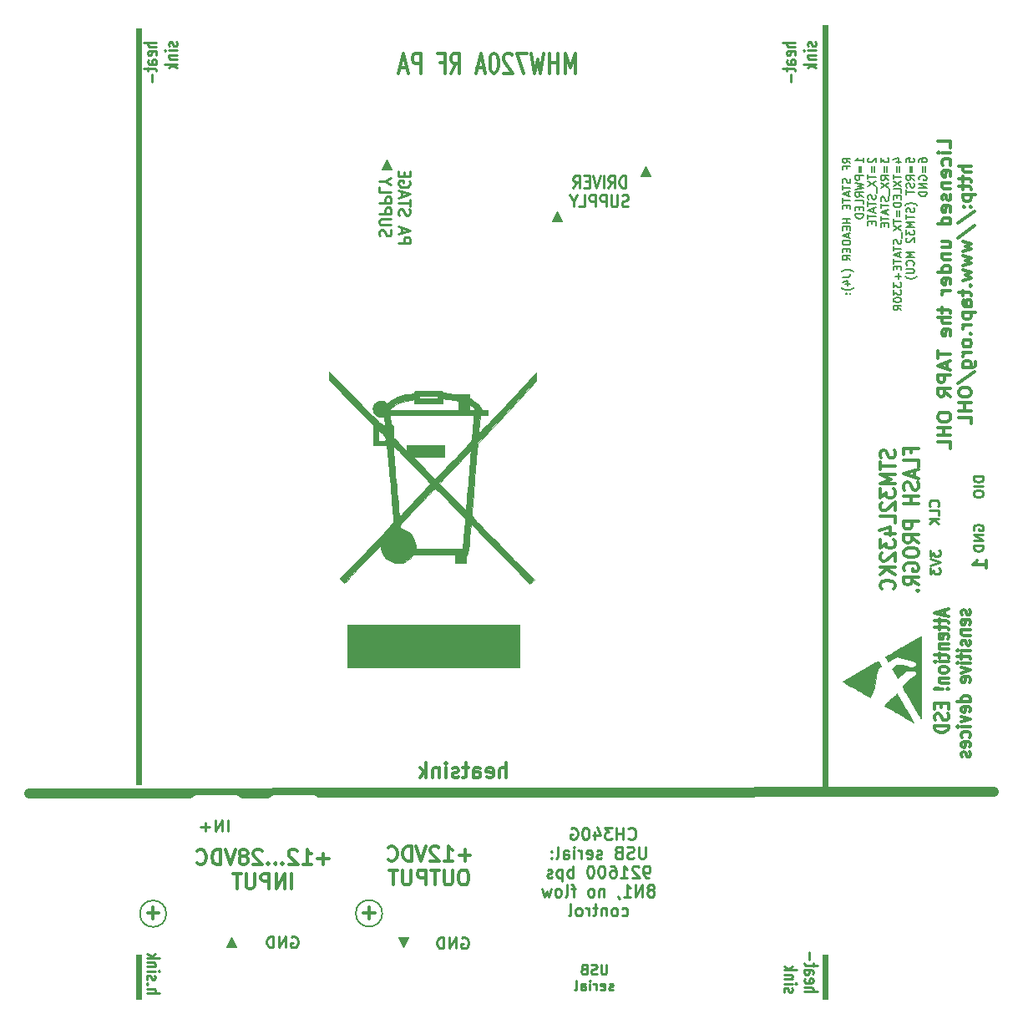
<source format=gbo>
G04 #@! TF.GenerationSoftware,KiCad,Pcbnew,8.0.5-8.0.5-0~ubuntu24.04.1*
G04 #@! TF.CreationDate,2024-10-06T19:53:36+03:00*
G04 #@! TF.ProjectId,TACNPR,5441434e-5052-42e6-9b69-6361645f7063,rev?*
G04 #@! TF.SameCoordinates,Original*
G04 #@! TF.FileFunction,Legend,Bot*
G04 #@! TF.FilePolarity,Positive*
%FSLAX46Y46*%
G04 Gerber Fmt 4.6, Leading zero omitted, Abs format (unit mm)*
G04 Created by KiCad (PCBNEW 8.0.5-8.0.5-0~ubuntu24.04.1) date 2024-10-06 19:53:36*
%MOMM*%
%LPD*%
G01*
G04 APERTURE LIST*
%ADD10C,0.100000*%
%ADD11C,0.200000*%
%ADD12C,1.000000*%
%ADD13C,0.250000*%
%ADD14C,0.275000*%
%ADD15C,0.350000*%
%ADD16C,0.300000*%
%ADD17C,0.325000*%
%ADD18C,0.375000*%
%ADD19C,0.010000*%
%ADD20C,3.900000*%
%ADD21C,7.000000*%
%ADD22C,2.050000*%
%ADD23C,2.250000*%
%ADD24R,1.700000X1.700000*%
%ADD25O,1.700000X1.700000*%
%ADD26R,2.600000X2.600000*%
%ADD27C,2.600000*%
%ADD28C,2.350000*%
%ADD29O,0.890000X1.550000*%
%ADD30O,1.250000X0.950000*%
%ADD31C,3.250000*%
%ADD32C,1.200000*%
%ADD33C,1.300000*%
%ADD34C,2.000000*%
%ADD35O,5.550000X2.100000*%
G04 APERTURE END LIST*
D10*
X100838000Y-135737600D02*
X100330000Y-135737600D01*
X100330000Y-131235600D01*
X100838000Y-131235600D01*
X100838000Y-135737600D01*
G36*
X100838000Y-135737600D02*
G01*
X100330000Y-135737600D01*
X100330000Y-131235600D01*
X100838000Y-131235600D01*
X100838000Y-135737600D01*
G37*
X170434000Y-41484400D02*
X169926000Y-41484400D01*
X169926000Y-36982400D01*
X170434000Y-36982400D01*
X170434000Y-41484400D01*
G36*
X170434000Y-41484400D02*
G01*
X169926000Y-41484400D01*
X169926000Y-36982400D01*
X170434000Y-36982400D01*
X170434000Y-41484400D01*
G37*
X170406810Y-135743700D02*
X169898810Y-135743700D01*
X169898810Y-131241700D01*
X170406810Y-131241700D01*
X170406810Y-135743700D01*
G36*
X170406810Y-135743700D02*
G01*
X169898810Y-135743700D01*
X169898810Y-131241700D01*
X170406810Y-131241700D01*
X170406810Y-135743700D01*
G37*
X126238000Y-51663600D02*
X125222000Y-51663600D01*
X125730000Y-50647600D01*
X126238000Y-51663600D01*
G36*
X126238000Y-51663600D02*
G01*
X125222000Y-51663600D01*
X125730000Y-50647600D01*
X126238000Y-51663600D01*
G37*
X100838000Y-41840000D02*
X100330000Y-41840000D01*
X100330000Y-37338000D01*
X100838000Y-37338000D01*
X100838000Y-41840000D01*
G36*
X100838000Y-41840000D02*
G01*
X100330000Y-41840000D01*
X100330000Y-37338000D01*
X100838000Y-37338000D01*
X100838000Y-41840000D01*
G37*
X152463500Y-52324000D02*
X151447500Y-52324000D01*
X151955500Y-51308000D01*
X152463500Y-52324000D01*
G36*
X152463500Y-52324000D02*
G01*
X151447500Y-52324000D01*
X151955500Y-51308000D01*
X152463500Y-52324000D01*
G37*
X143510000Y-56896000D02*
X142494000Y-56896000D01*
X143002000Y-55880000D01*
X143510000Y-56896000D01*
G36*
X143510000Y-56896000D02*
G01*
X142494000Y-56896000D01*
X143002000Y-55880000D01*
X143510000Y-56896000D01*
G37*
X100838000Y-113950600D02*
X100330000Y-113950600D01*
X100330000Y-41459000D01*
X100838000Y-41459000D01*
X100838000Y-113950600D01*
G36*
X100838000Y-113950600D02*
G01*
X100330000Y-113950600D01*
X100330000Y-41459000D01*
X100838000Y-41459000D01*
X100838000Y-113950600D01*
G37*
X170406809Y-114306100D02*
X169898809Y-114306100D01*
X169926000Y-41332000D01*
X170434000Y-41332000D01*
X170406809Y-114306100D01*
G36*
X170406809Y-114306100D02*
G01*
X169898809Y-114306100D01*
X169926000Y-41332000D01*
X170434000Y-41332000D01*
X170406809Y-114306100D01*
G37*
D11*
X125292042Y-127050800D02*
G75*
G02*
X122611958Y-127050800I-1340042J0D01*
G01*
X122611958Y-127050800D02*
G75*
G02*
X125292042Y-127050800I1340042J0D01*
G01*
D10*
X127406400Y-130454400D02*
X126898400Y-129438400D01*
X127914400Y-129438400D01*
X127406400Y-130454400D01*
G36*
X127406400Y-130454400D02*
G01*
X126898400Y-129438400D01*
X127914400Y-129438400D01*
X127406400Y-130454400D01*
G37*
D12*
X89509600Y-114858800D02*
X187299600Y-114757200D01*
D10*
X110490000Y-130505200D02*
X109474000Y-130505200D01*
X109982000Y-129489200D01*
X110490000Y-130505200D01*
G36*
X110490000Y-130505200D02*
G01*
X109474000Y-130505200D01*
X109982000Y-129489200D01*
X110490000Y-130505200D01*
G37*
D11*
X103397242Y-127082359D02*
G75*
G02*
X100717158Y-127082359I-1340042J0D01*
G01*
X100717158Y-127082359D02*
G75*
G02*
X103397242Y-127082359I1340042J0D01*
G01*
D13*
X101417995Y-135106431D02*
X102717995Y-135106431D01*
X101417995Y-134677860D02*
X102098947Y-134677860D01*
X102098947Y-134677860D02*
X102222757Y-134725479D01*
X102222757Y-134725479D02*
X102284661Y-134820717D01*
X102284661Y-134820717D02*
X102284661Y-134963574D01*
X102284661Y-134963574D02*
X102222757Y-135058812D01*
X102222757Y-135058812D02*
X102160852Y-135106431D01*
X101541804Y-134201669D02*
X101479900Y-134154050D01*
X101479900Y-134154050D02*
X101417995Y-134201669D01*
X101417995Y-134201669D02*
X101479900Y-134249288D01*
X101479900Y-134249288D02*
X101541804Y-134201669D01*
X101541804Y-134201669D02*
X101417995Y-134201669D01*
X101479900Y-133773098D02*
X101417995Y-133677860D01*
X101417995Y-133677860D02*
X101417995Y-133487384D01*
X101417995Y-133487384D02*
X101479900Y-133392146D01*
X101479900Y-133392146D02*
X101603709Y-133344527D01*
X101603709Y-133344527D02*
X101665614Y-133344527D01*
X101665614Y-133344527D02*
X101789423Y-133392146D01*
X101789423Y-133392146D02*
X101851328Y-133487384D01*
X101851328Y-133487384D02*
X101851328Y-133630241D01*
X101851328Y-133630241D02*
X101913233Y-133725479D01*
X101913233Y-133725479D02*
X102037042Y-133773098D01*
X102037042Y-133773098D02*
X102098947Y-133773098D01*
X102098947Y-133773098D02*
X102222757Y-133725479D01*
X102222757Y-133725479D02*
X102284661Y-133630241D01*
X102284661Y-133630241D02*
X102284661Y-133487384D01*
X102284661Y-133487384D02*
X102222757Y-133392146D01*
X101417995Y-132915955D02*
X102284661Y-132915955D01*
X102717995Y-132915955D02*
X102656090Y-132963574D01*
X102656090Y-132963574D02*
X102594185Y-132915955D01*
X102594185Y-132915955D02*
X102656090Y-132868336D01*
X102656090Y-132868336D02*
X102717995Y-132915955D01*
X102717995Y-132915955D02*
X102594185Y-132915955D01*
X102284661Y-132439765D02*
X101417995Y-132439765D01*
X102160852Y-132439765D02*
X102222757Y-132392146D01*
X102222757Y-132392146D02*
X102284661Y-132296908D01*
X102284661Y-132296908D02*
X102284661Y-132154051D01*
X102284661Y-132154051D02*
X102222757Y-132058813D01*
X102222757Y-132058813D02*
X102098947Y-132011194D01*
X102098947Y-132011194D02*
X101417995Y-132011194D01*
X101417995Y-131535003D02*
X102717995Y-131535003D01*
X101913233Y-131439765D02*
X101417995Y-131154051D01*
X102284661Y-131154051D02*
X101789423Y-131535003D01*
D14*
X126917123Y-59114075D02*
X128117123Y-59114075D01*
X128117123Y-59114075D02*
X128117123Y-58695027D01*
X128117123Y-58695027D02*
X128059980Y-58590265D01*
X128059980Y-58590265D02*
X128002837Y-58537884D01*
X128002837Y-58537884D02*
X127888551Y-58485503D01*
X127888551Y-58485503D02*
X127717123Y-58485503D01*
X127717123Y-58485503D02*
X127602837Y-58537884D01*
X127602837Y-58537884D02*
X127545694Y-58590265D01*
X127545694Y-58590265D02*
X127488551Y-58695027D01*
X127488551Y-58695027D02*
X127488551Y-59114075D01*
X127259980Y-58066456D02*
X127259980Y-57542646D01*
X126917123Y-58171218D02*
X128117123Y-57804551D01*
X128117123Y-57804551D02*
X126917123Y-57437884D01*
X126974266Y-56285504D02*
X126917123Y-56128361D01*
X126917123Y-56128361D02*
X126917123Y-55866456D01*
X126917123Y-55866456D02*
X126974266Y-55761694D01*
X126974266Y-55761694D02*
X127031408Y-55709313D01*
X127031408Y-55709313D02*
X127145694Y-55656932D01*
X127145694Y-55656932D02*
X127259980Y-55656932D01*
X127259980Y-55656932D02*
X127374266Y-55709313D01*
X127374266Y-55709313D02*
X127431408Y-55761694D01*
X127431408Y-55761694D02*
X127488551Y-55866456D01*
X127488551Y-55866456D02*
X127545694Y-56075980D01*
X127545694Y-56075980D02*
X127602837Y-56180742D01*
X127602837Y-56180742D02*
X127659980Y-56233123D01*
X127659980Y-56233123D02*
X127774266Y-56285504D01*
X127774266Y-56285504D02*
X127888551Y-56285504D01*
X127888551Y-56285504D02*
X128002837Y-56233123D01*
X128002837Y-56233123D02*
X128059980Y-56180742D01*
X128059980Y-56180742D02*
X128117123Y-56075980D01*
X128117123Y-56075980D02*
X128117123Y-55814075D01*
X128117123Y-55814075D02*
X128059980Y-55656932D01*
X128117123Y-55342647D02*
X128117123Y-54714075D01*
X126917123Y-55028361D02*
X128117123Y-55028361D01*
X127259980Y-54399790D02*
X127259980Y-53875980D01*
X126917123Y-54504552D02*
X128117123Y-54137885D01*
X128117123Y-54137885D02*
X126917123Y-53771218D01*
X128059980Y-52828361D02*
X128117123Y-52933123D01*
X128117123Y-52933123D02*
X128117123Y-53090266D01*
X128117123Y-53090266D02*
X128059980Y-53247409D01*
X128059980Y-53247409D02*
X127945694Y-53352171D01*
X127945694Y-53352171D02*
X127831408Y-53404552D01*
X127831408Y-53404552D02*
X127602837Y-53456933D01*
X127602837Y-53456933D02*
X127431408Y-53456933D01*
X127431408Y-53456933D02*
X127202837Y-53404552D01*
X127202837Y-53404552D02*
X127088551Y-53352171D01*
X127088551Y-53352171D02*
X126974266Y-53247409D01*
X126974266Y-53247409D02*
X126917123Y-53090266D01*
X126917123Y-53090266D02*
X126917123Y-52985504D01*
X126917123Y-52985504D02*
X126974266Y-52828361D01*
X126974266Y-52828361D02*
X127031408Y-52775980D01*
X127031408Y-52775980D02*
X127431408Y-52775980D01*
X127431408Y-52775980D02*
X127431408Y-52985504D01*
X127545694Y-52304552D02*
X127545694Y-51937885D01*
X126917123Y-51780742D02*
X126917123Y-52304552D01*
X126917123Y-52304552D02*
X128117123Y-52304552D01*
X128117123Y-52304552D02*
X128117123Y-51780742D01*
X125042333Y-58380742D02*
X124985190Y-58223599D01*
X124985190Y-58223599D02*
X124985190Y-57961694D01*
X124985190Y-57961694D02*
X125042333Y-57856932D01*
X125042333Y-57856932D02*
X125099475Y-57804551D01*
X125099475Y-57804551D02*
X125213761Y-57752170D01*
X125213761Y-57752170D02*
X125328047Y-57752170D01*
X125328047Y-57752170D02*
X125442333Y-57804551D01*
X125442333Y-57804551D02*
X125499475Y-57856932D01*
X125499475Y-57856932D02*
X125556618Y-57961694D01*
X125556618Y-57961694D02*
X125613761Y-58171218D01*
X125613761Y-58171218D02*
X125670904Y-58275980D01*
X125670904Y-58275980D02*
X125728047Y-58328361D01*
X125728047Y-58328361D02*
X125842333Y-58380742D01*
X125842333Y-58380742D02*
X125956618Y-58380742D01*
X125956618Y-58380742D02*
X126070904Y-58328361D01*
X126070904Y-58328361D02*
X126128047Y-58275980D01*
X126128047Y-58275980D02*
X126185190Y-58171218D01*
X126185190Y-58171218D02*
X126185190Y-57909313D01*
X126185190Y-57909313D02*
X126128047Y-57752170D01*
X126185190Y-57280742D02*
X125213761Y-57280742D01*
X125213761Y-57280742D02*
X125099475Y-57228361D01*
X125099475Y-57228361D02*
X125042333Y-57175980D01*
X125042333Y-57175980D02*
X124985190Y-57071218D01*
X124985190Y-57071218D02*
X124985190Y-56861694D01*
X124985190Y-56861694D02*
X125042333Y-56756932D01*
X125042333Y-56756932D02*
X125099475Y-56704551D01*
X125099475Y-56704551D02*
X125213761Y-56652170D01*
X125213761Y-56652170D02*
X126185190Y-56652170D01*
X124985190Y-56128361D02*
X126185190Y-56128361D01*
X126185190Y-56128361D02*
X126185190Y-55709313D01*
X126185190Y-55709313D02*
X126128047Y-55604551D01*
X126128047Y-55604551D02*
X126070904Y-55552170D01*
X126070904Y-55552170D02*
X125956618Y-55499789D01*
X125956618Y-55499789D02*
X125785190Y-55499789D01*
X125785190Y-55499789D02*
X125670904Y-55552170D01*
X125670904Y-55552170D02*
X125613761Y-55604551D01*
X125613761Y-55604551D02*
X125556618Y-55709313D01*
X125556618Y-55709313D02*
X125556618Y-56128361D01*
X124985190Y-55028361D02*
X126185190Y-55028361D01*
X126185190Y-55028361D02*
X126185190Y-54609313D01*
X126185190Y-54609313D02*
X126128047Y-54504551D01*
X126128047Y-54504551D02*
X126070904Y-54452170D01*
X126070904Y-54452170D02*
X125956618Y-54399789D01*
X125956618Y-54399789D02*
X125785190Y-54399789D01*
X125785190Y-54399789D02*
X125670904Y-54452170D01*
X125670904Y-54452170D02*
X125613761Y-54504551D01*
X125613761Y-54504551D02*
X125556618Y-54609313D01*
X125556618Y-54609313D02*
X125556618Y-55028361D01*
X124985190Y-53404551D02*
X124985190Y-53928361D01*
X124985190Y-53928361D02*
X126185190Y-53928361D01*
X125556618Y-52828361D02*
X124985190Y-52828361D01*
X126185190Y-53195028D02*
X125556618Y-52828361D01*
X125556618Y-52828361D02*
X126185190Y-52461694D01*
D15*
X177196842Y-80088667D02*
X177268270Y-80288667D01*
X177268270Y-80288667D02*
X177268270Y-80622001D01*
X177268270Y-80622001D02*
X177196842Y-80755334D01*
X177196842Y-80755334D02*
X177125413Y-80822001D01*
X177125413Y-80822001D02*
X176982556Y-80888667D01*
X176982556Y-80888667D02*
X176839699Y-80888667D01*
X176839699Y-80888667D02*
X176696842Y-80822001D01*
X176696842Y-80822001D02*
X176625413Y-80755334D01*
X176625413Y-80755334D02*
X176553984Y-80622001D01*
X176553984Y-80622001D02*
X176482556Y-80355334D01*
X176482556Y-80355334D02*
X176411127Y-80222001D01*
X176411127Y-80222001D02*
X176339699Y-80155334D01*
X176339699Y-80155334D02*
X176196842Y-80088667D01*
X176196842Y-80088667D02*
X176053984Y-80088667D01*
X176053984Y-80088667D02*
X175911127Y-80155334D01*
X175911127Y-80155334D02*
X175839699Y-80222001D01*
X175839699Y-80222001D02*
X175768270Y-80355334D01*
X175768270Y-80355334D02*
X175768270Y-80688667D01*
X175768270Y-80688667D02*
X175839699Y-80888667D01*
X175768270Y-81288667D02*
X175768270Y-82088667D01*
X177268270Y-81688667D02*
X175768270Y-81688667D01*
X177268270Y-82555334D02*
X175768270Y-82555334D01*
X175768270Y-82555334D02*
X176839699Y-83022001D01*
X176839699Y-83022001D02*
X175768270Y-83488667D01*
X175768270Y-83488667D02*
X177268270Y-83488667D01*
X175768270Y-84022001D02*
X175768270Y-84888667D01*
X175768270Y-84888667D02*
X176339699Y-84422001D01*
X176339699Y-84422001D02*
X176339699Y-84622001D01*
X176339699Y-84622001D02*
X176411127Y-84755334D01*
X176411127Y-84755334D02*
X176482556Y-84822001D01*
X176482556Y-84822001D02*
X176625413Y-84888667D01*
X176625413Y-84888667D02*
X176982556Y-84888667D01*
X176982556Y-84888667D02*
X177125413Y-84822001D01*
X177125413Y-84822001D02*
X177196842Y-84755334D01*
X177196842Y-84755334D02*
X177268270Y-84622001D01*
X177268270Y-84622001D02*
X177268270Y-84222001D01*
X177268270Y-84222001D02*
X177196842Y-84088667D01*
X177196842Y-84088667D02*
X177125413Y-84022001D01*
X175911127Y-85422000D02*
X175839699Y-85488667D01*
X175839699Y-85488667D02*
X175768270Y-85622000D01*
X175768270Y-85622000D02*
X175768270Y-85955334D01*
X175768270Y-85955334D02*
X175839699Y-86088667D01*
X175839699Y-86088667D02*
X175911127Y-86155334D01*
X175911127Y-86155334D02*
X176053984Y-86222000D01*
X176053984Y-86222000D02*
X176196842Y-86222000D01*
X176196842Y-86222000D02*
X176411127Y-86155334D01*
X176411127Y-86155334D02*
X177268270Y-85355334D01*
X177268270Y-85355334D02*
X177268270Y-86222000D01*
X177268270Y-87488667D02*
X177268270Y-86822000D01*
X177268270Y-86822000D02*
X175768270Y-86822000D01*
X176268270Y-88555333D02*
X177268270Y-88555333D01*
X175696842Y-88222000D02*
X176768270Y-87888666D01*
X176768270Y-87888666D02*
X176768270Y-88755333D01*
X175768270Y-89155333D02*
X175768270Y-90021999D01*
X175768270Y-90021999D02*
X176339699Y-89555333D01*
X176339699Y-89555333D02*
X176339699Y-89755333D01*
X176339699Y-89755333D02*
X176411127Y-89888666D01*
X176411127Y-89888666D02*
X176482556Y-89955333D01*
X176482556Y-89955333D02*
X176625413Y-90021999D01*
X176625413Y-90021999D02*
X176982556Y-90021999D01*
X176982556Y-90021999D02*
X177125413Y-89955333D01*
X177125413Y-89955333D02*
X177196842Y-89888666D01*
X177196842Y-89888666D02*
X177268270Y-89755333D01*
X177268270Y-89755333D02*
X177268270Y-89355333D01*
X177268270Y-89355333D02*
X177196842Y-89221999D01*
X177196842Y-89221999D02*
X177125413Y-89155333D01*
X175911127Y-90555332D02*
X175839699Y-90621999D01*
X175839699Y-90621999D02*
X175768270Y-90755332D01*
X175768270Y-90755332D02*
X175768270Y-91088666D01*
X175768270Y-91088666D02*
X175839699Y-91221999D01*
X175839699Y-91221999D02*
X175911127Y-91288666D01*
X175911127Y-91288666D02*
X176053984Y-91355332D01*
X176053984Y-91355332D02*
X176196842Y-91355332D01*
X176196842Y-91355332D02*
X176411127Y-91288666D01*
X176411127Y-91288666D02*
X177268270Y-90488666D01*
X177268270Y-90488666D02*
X177268270Y-91355332D01*
X177268270Y-91955332D02*
X175768270Y-91955332D01*
X177268270Y-92755332D02*
X176411127Y-92155332D01*
X175768270Y-92755332D02*
X176625413Y-91955332D01*
X177125413Y-94155332D02*
X177196842Y-94088665D01*
X177196842Y-94088665D02*
X177268270Y-93888665D01*
X177268270Y-93888665D02*
X177268270Y-93755332D01*
X177268270Y-93755332D02*
X177196842Y-93555332D01*
X177196842Y-93555332D02*
X177053984Y-93421999D01*
X177053984Y-93421999D02*
X176911127Y-93355332D01*
X176911127Y-93355332D02*
X176625413Y-93288665D01*
X176625413Y-93288665D02*
X176411127Y-93288665D01*
X176411127Y-93288665D02*
X176125413Y-93355332D01*
X176125413Y-93355332D02*
X175982556Y-93421999D01*
X175982556Y-93421999D02*
X175839699Y-93555332D01*
X175839699Y-93555332D02*
X175768270Y-93755332D01*
X175768270Y-93755332D02*
X175768270Y-93888665D01*
X175768270Y-93888665D02*
X175839699Y-94088665D01*
X175839699Y-94088665D02*
X175911127Y-94155332D01*
X178897472Y-80355333D02*
X178897472Y-79888666D01*
X179683186Y-79888666D02*
X178183186Y-79888666D01*
X178183186Y-79888666D02*
X178183186Y-80555333D01*
X179683186Y-81755333D02*
X179683186Y-81088666D01*
X179683186Y-81088666D02*
X178183186Y-81088666D01*
X179254615Y-82155332D02*
X179254615Y-82821999D01*
X179683186Y-82021999D02*
X178183186Y-82488666D01*
X178183186Y-82488666D02*
X179683186Y-82955332D01*
X179611758Y-83355332D02*
X179683186Y-83555332D01*
X179683186Y-83555332D02*
X179683186Y-83888666D01*
X179683186Y-83888666D02*
X179611758Y-84021999D01*
X179611758Y-84021999D02*
X179540329Y-84088666D01*
X179540329Y-84088666D02*
X179397472Y-84155332D01*
X179397472Y-84155332D02*
X179254615Y-84155332D01*
X179254615Y-84155332D02*
X179111758Y-84088666D01*
X179111758Y-84088666D02*
X179040329Y-84021999D01*
X179040329Y-84021999D02*
X178968900Y-83888666D01*
X178968900Y-83888666D02*
X178897472Y-83621999D01*
X178897472Y-83621999D02*
X178826043Y-83488666D01*
X178826043Y-83488666D02*
X178754615Y-83421999D01*
X178754615Y-83421999D02*
X178611758Y-83355332D01*
X178611758Y-83355332D02*
X178468900Y-83355332D01*
X178468900Y-83355332D02*
X178326043Y-83421999D01*
X178326043Y-83421999D02*
X178254615Y-83488666D01*
X178254615Y-83488666D02*
X178183186Y-83621999D01*
X178183186Y-83621999D02*
X178183186Y-83955332D01*
X178183186Y-83955332D02*
X178254615Y-84155332D01*
X179683186Y-84755332D02*
X178183186Y-84755332D01*
X178897472Y-84755332D02*
X178897472Y-85555332D01*
X179683186Y-85555332D02*
X178183186Y-85555332D01*
X179683186Y-87288666D02*
X178183186Y-87288666D01*
X178183186Y-87288666D02*
X178183186Y-87821999D01*
X178183186Y-87821999D02*
X178254615Y-87955333D01*
X178254615Y-87955333D02*
X178326043Y-88021999D01*
X178326043Y-88021999D02*
X178468900Y-88088666D01*
X178468900Y-88088666D02*
X178683186Y-88088666D01*
X178683186Y-88088666D02*
X178826043Y-88021999D01*
X178826043Y-88021999D02*
X178897472Y-87955333D01*
X178897472Y-87955333D02*
X178968900Y-87821999D01*
X178968900Y-87821999D02*
X178968900Y-87288666D01*
X179683186Y-89488666D02*
X178968900Y-89021999D01*
X179683186Y-88688666D02*
X178183186Y-88688666D01*
X178183186Y-88688666D02*
X178183186Y-89221999D01*
X178183186Y-89221999D02*
X178254615Y-89355333D01*
X178254615Y-89355333D02*
X178326043Y-89421999D01*
X178326043Y-89421999D02*
X178468900Y-89488666D01*
X178468900Y-89488666D02*
X178683186Y-89488666D01*
X178683186Y-89488666D02*
X178826043Y-89421999D01*
X178826043Y-89421999D02*
X178897472Y-89355333D01*
X178897472Y-89355333D02*
X178968900Y-89221999D01*
X178968900Y-89221999D02*
X178968900Y-88688666D01*
X178183186Y-90355333D02*
X178183186Y-90621999D01*
X178183186Y-90621999D02*
X178254615Y-90755333D01*
X178254615Y-90755333D02*
X178397472Y-90888666D01*
X178397472Y-90888666D02*
X178683186Y-90955333D01*
X178683186Y-90955333D02*
X179183186Y-90955333D01*
X179183186Y-90955333D02*
X179468900Y-90888666D01*
X179468900Y-90888666D02*
X179611758Y-90755333D01*
X179611758Y-90755333D02*
X179683186Y-90621999D01*
X179683186Y-90621999D02*
X179683186Y-90355333D01*
X179683186Y-90355333D02*
X179611758Y-90221999D01*
X179611758Y-90221999D02*
X179468900Y-90088666D01*
X179468900Y-90088666D02*
X179183186Y-90021999D01*
X179183186Y-90021999D02*
X178683186Y-90021999D01*
X178683186Y-90021999D02*
X178397472Y-90088666D01*
X178397472Y-90088666D02*
X178254615Y-90221999D01*
X178254615Y-90221999D02*
X178183186Y-90355333D01*
X178254615Y-92288666D02*
X178183186Y-92155333D01*
X178183186Y-92155333D02*
X178183186Y-91955333D01*
X178183186Y-91955333D02*
X178254615Y-91755333D01*
X178254615Y-91755333D02*
X178397472Y-91622000D01*
X178397472Y-91622000D02*
X178540329Y-91555333D01*
X178540329Y-91555333D02*
X178826043Y-91488666D01*
X178826043Y-91488666D02*
X179040329Y-91488666D01*
X179040329Y-91488666D02*
X179326043Y-91555333D01*
X179326043Y-91555333D02*
X179468900Y-91622000D01*
X179468900Y-91622000D02*
X179611758Y-91755333D01*
X179611758Y-91755333D02*
X179683186Y-91955333D01*
X179683186Y-91955333D02*
X179683186Y-92088666D01*
X179683186Y-92088666D02*
X179611758Y-92288666D01*
X179611758Y-92288666D02*
X179540329Y-92355333D01*
X179540329Y-92355333D02*
X179040329Y-92355333D01*
X179040329Y-92355333D02*
X179040329Y-92088666D01*
X179683186Y-93755333D02*
X178968900Y-93288666D01*
X179683186Y-92955333D02*
X178183186Y-92955333D01*
X178183186Y-92955333D02*
X178183186Y-93488666D01*
X178183186Y-93488666D02*
X178254615Y-93622000D01*
X178254615Y-93622000D02*
X178326043Y-93688666D01*
X178326043Y-93688666D02*
X178468900Y-93755333D01*
X178468900Y-93755333D02*
X178683186Y-93755333D01*
X178683186Y-93755333D02*
X178826043Y-93688666D01*
X178826043Y-93688666D02*
X178897472Y-93622000D01*
X178897472Y-93622000D02*
X178968900Y-93488666D01*
X178968900Y-93488666D02*
X178968900Y-92955333D01*
X179540329Y-94355333D02*
X179611758Y-94422000D01*
X179611758Y-94422000D02*
X179683186Y-94355333D01*
X179683186Y-94355333D02*
X179611758Y-94288666D01*
X179611758Y-94288666D02*
X179540329Y-94355333D01*
X179540329Y-94355333D02*
X179683186Y-94355333D01*
D11*
X172771830Y-50969597D02*
X172390877Y-50702930D01*
X172771830Y-50512454D02*
X171971830Y-50512454D01*
X171971830Y-50512454D02*
X171971830Y-50817216D01*
X171971830Y-50817216D02*
X172009925Y-50893406D01*
X172009925Y-50893406D02*
X172048020Y-50931501D01*
X172048020Y-50931501D02*
X172124211Y-50969597D01*
X172124211Y-50969597D02*
X172238496Y-50969597D01*
X172238496Y-50969597D02*
X172314687Y-50931501D01*
X172314687Y-50931501D02*
X172352782Y-50893406D01*
X172352782Y-50893406D02*
X172390877Y-50817216D01*
X172390877Y-50817216D02*
X172390877Y-50512454D01*
X172352782Y-51579120D02*
X172352782Y-51312454D01*
X172771830Y-51312454D02*
X171971830Y-51312454D01*
X171971830Y-51312454D02*
X171971830Y-51693406D01*
X172733735Y-52569596D02*
X172771830Y-52683882D01*
X172771830Y-52683882D02*
X172771830Y-52874358D01*
X172771830Y-52874358D02*
X172733735Y-52950549D01*
X172733735Y-52950549D02*
X172695639Y-52988644D01*
X172695639Y-52988644D02*
X172619449Y-53026739D01*
X172619449Y-53026739D02*
X172543258Y-53026739D01*
X172543258Y-53026739D02*
X172467068Y-52988644D01*
X172467068Y-52988644D02*
X172428973Y-52950549D01*
X172428973Y-52950549D02*
X172390877Y-52874358D01*
X172390877Y-52874358D02*
X172352782Y-52721977D01*
X172352782Y-52721977D02*
X172314687Y-52645787D01*
X172314687Y-52645787D02*
X172276592Y-52607692D01*
X172276592Y-52607692D02*
X172200401Y-52569596D01*
X172200401Y-52569596D02*
X172124211Y-52569596D01*
X172124211Y-52569596D02*
X172048020Y-52607692D01*
X172048020Y-52607692D02*
X172009925Y-52645787D01*
X172009925Y-52645787D02*
X171971830Y-52721977D01*
X171971830Y-52721977D02*
X171971830Y-52912454D01*
X171971830Y-52912454D02*
X172009925Y-53026739D01*
X171971830Y-53255311D02*
X171971830Y-53712454D01*
X172771830Y-53483882D02*
X171971830Y-53483882D01*
X172543258Y-53941025D02*
X172543258Y-54321978D01*
X172771830Y-53864835D02*
X171971830Y-54131502D01*
X171971830Y-54131502D02*
X172771830Y-54398168D01*
X171971830Y-54550549D02*
X171971830Y-55007692D01*
X172771830Y-54779120D02*
X171971830Y-54779120D01*
X172352782Y-55274359D02*
X172352782Y-55541025D01*
X172771830Y-55655311D02*
X172771830Y-55274359D01*
X172771830Y-55274359D02*
X171971830Y-55274359D01*
X171971830Y-55274359D02*
X171971830Y-55655311D01*
X172771830Y-56607693D02*
X171971830Y-56607693D01*
X172352782Y-56607693D02*
X172352782Y-57064836D01*
X172771830Y-57064836D02*
X171971830Y-57064836D01*
X172352782Y-57445788D02*
X172352782Y-57712454D01*
X172771830Y-57826740D02*
X172771830Y-57445788D01*
X172771830Y-57445788D02*
X171971830Y-57445788D01*
X171971830Y-57445788D02*
X171971830Y-57826740D01*
X172543258Y-58131502D02*
X172543258Y-58512455D01*
X172771830Y-58055312D02*
X171971830Y-58321979D01*
X171971830Y-58321979D02*
X172771830Y-58588645D01*
X172771830Y-58855312D02*
X171971830Y-58855312D01*
X171971830Y-58855312D02*
X171971830Y-59045788D01*
X171971830Y-59045788D02*
X172009925Y-59160074D01*
X172009925Y-59160074D02*
X172086115Y-59236264D01*
X172086115Y-59236264D02*
X172162306Y-59274359D01*
X172162306Y-59274359D02*
X172314687Y-59312455D01*
X172314687Y-59312455D02*
X172428973Y-59312455D01*
X172428973Y-59312455D02*
X172581354Y-59274359D01*
X172581354Y-59274359D02*
X172657544Y-59236264D01*
X172657544Y-59236264D02*
X172733735Y-59160074D01*
X172733735Y-59160074D02*
X172771830Y-59045788D01*
X172771830Y-59045788D02*
X172771830Y-58855312D01*
X172352782Y-59655312D02*
X172352782Y-59921978D01*
X172771830Y-60036264D02*
X172771830Y-59655312D01*
X172771830Y-59655312D02*
X171971830Y-59655312D01*
X171971830Y-59655312D02*
X171971830Y-60036264D01*
X172771830Y-60836265D02*
X172390877Y-60569598D01*
X172771830Y-60379122D02*
X171971830Y-60379122D01*
X171971830Y-60379122D02*
X171971830Y-60683884D01*
X171971830Y-60683884D02*
X172009925Y-60760074D01*
X172009925Y-60760074D02*
X172048020Y-60798169D01*
X172048020Y-60798169D02*
X172124211Y-60836265D01*
X172124211Y-60836265D02*
X172238496Y-60836265D01*
X172238496Y-60836265D02*
X172314687Y-60798169D01*
X172314687Y-60798169D02*
X172352782Y-60760074D01*
X172352782Y-60760074D02*
X172390877Y-60683884D01*
X172390877Y-60683884D02*
X172390877Y-60379122D01*
X173076592Y-62017217D02*
X173038496Y-61979122D01*
X173038496Y-61979122D02*
X172924211Y-61902931D01*
X172924211Y-61902931D02*
X172848020Y-61864836D01*
X172848020Y-61864836D02*
X172733735Y-61826741D01*
X172733735Y-61826741D02*
X172543258Y-61788646D01*
X172543258Y-61788646D02*
X172390877Y-61788646D01*
X172390877Y-61788646D02*
X172200401Y-61826741D01*
X172200401Y-61826741D02*
X172086115Y-61864836D01*
X172086115Y-61864836D02*
X172009925Y-61902931D01*
X172009925Y-61902931D02*
X171895639Y-61979122D01*
X171895639Y-61979122D02*
X171857544Y-62017217D01*
X171971830Y-62550550D02*
X172543258Y-62550550D01*
X172543258Y-62550550D02*
X172657544Y-62512455D01*
X172657544Y-62512455D02*
X172733735Y-62436264D01*
X172733735Y-62436264D02*
X172771830Y-62321979D01*
X172771830Y-62321979D02*
X172771830Y-62245788D01*
X172238496Y-63274360D02*
X172771830Y-63274360D01*
X171933735Y-63083884D02*
X172505163Y-62893407D01*
X172505163Y-62893407D02*
X172505163Y-63388646D01*
X173076592Y-63617217D02*
X173038496Y-63655312D01*
X173038496Y-63655312D02*
X172924211Y-63731503D01*
X172924211Y-63731503D02*
X172848020Y-63769598D01*
X172848020Y-63769598D02*
X172733735Y-63807693D01*
X172733735Y-63807693D02*
X172543258Y-63845789D01*
X172543258Y-63845789D02*
X172390877Y-63845789D01*
X172390877Y-63845789D02*
X172200401Y-63807693D01*
X172200401Y-63807693D02*
X172086115Y-63769598D01*
X172086115Y-63769598D02*
X172009925Y-63731503D01*
X172009925Y-63731503D02*
X171895639Y-63655312D01*
X171895639Y-63655312D02*
X171857544Y-63617217D01*
X172695639Y-64226741D02*
X172733735Y-64264836D01*
X172733735Y-64264836D02*
X172771830Y-64226741D01*
X172771830Y-64226741D02*
X172733735Y-64188645D01*
X172733735Y-64188645D02*
X172695639Y-64226741D01*
X172695639Y-64226741D02*
X172771830Y-64226741D01*
X172276592Y-64226741D02*
X172314687Y-64264836D01*
X172314687Y-64264836D02*
X172352782Y-64226741D01*
X172352782Y-64226741D02*
X172314687Y-64188645D01*
X172314687Y-64188645D02*
X172276592Y-64226741D01*
X172276592Y-64226741D02*
X172352782Y-64226741D01*
X174059785Y-50931501D02*
X174059785Y-50474358D01*
X174059785Y-50702930D02*
X173259785Y-50702930D01*
X173259785Y-50702930D02*
X173374070Y-50626739D01*
X173374070Y-50626739D02*
X173450261Y-50550549D01*
X173450261Y-50550549D02*
X173488356Y-50474358D01*
X173640737Y-51274359D02*
X173640737Y-51883883D01*
X173869309Y-51883883D02*
X173869309Y-51274359D01*
X174059785Y-52264835D02*
X173259785Y-52264835D01*
X173259785Y-52264835D02*
X173259785Y-52569597D01*
X173259785Y-52569597D02*
X173297880Y-52645787D01*
X173297880Y-52645787D02*
X173335975Y-52683882D01*
X173335975Y-52683882D02*
X173412166Y-52721978D01*
X173412166Y-52721978D02*
X173526451Y-52721978D01*
X173526451Y-52721978D02*
X173602642Y-52683882D01*
X173602642Y-52683882D02*
X173640737Y-52645787D01*
X173640737Y-52645787D02*
X173678832Y-52569597D01*
X173678832Y-52569597D02*
X173678832Y-52264835D01*
X173259785Y-52988644D02*
X174059785Y-53179120D01*
X174059785Y-53179120D02*
X173488356Y-53331501D01*
X173488356Y-53331501D02*
X174059785Y-53483882D01*
X174059785Y-53483882D02*
X173259785Y-53674359D01*
X174059785Y-54436264D02*
X173678832Y-54169597D01*
X174059785Y-53979121D02*
X173259785Y-53979121D01*
X173259785Y-53979121D02*
X173259785Y-54283883D01*
X173259785Y-54283883D02*
X173297880Y-54360073D01*
X173297880Y-54360073D02*
X173335975Y-54398168D01*
X173335975Y-54398168D02*
X173412166Y-54436264D01*
X173412166Y-54436264D02*
X173526451Y-54436264D01*
X173526451Y-54436264D02*
X173602642Y-54398168D01*
X173602642Y-54398168D02*
X173640737Y-54360073D01*
X173640737Y-54360073D02*
X173678832Y-54283883D01*
X173678832Y-54283883D02*
X173678832Y-53979121D01*
X174059785Y-55160073D02*
X174059785Y-54779121D01*
X174059785Y-54779121D02*
X173259785Y-54779121D01*
X173640737Y-55426740D02*
X173640737Y-55693406D01*
X174059785Y-55807692D02*
X174059785Y-55426740D01*
X174059785Y-55426740D02*
X173259785Y-55426740D01*
X173259785Y-55426740D02*
X173259785Y-55807692D01*
X174059785Y-56150550D02*
X173259785Y-56150550D01*
X173259785Y-56150550D02*
X173259785Y-56341026D01*
X173259785Y-56341026D02*
X173297880Y-56455312D01*
X173297880Y-56455312D02*
X173374070Y-56531502D01*
X173374070Y-56531502D02*
X173450261Y-56569597D01*
X173450261Y-56569597D02*
X173602642Y-56607693D01*
X173602642Y-56607693D02*
X173716928Y-56607693D01*
X173716928Y-56607693D02*
X173869309Y-56569597D01*
X173869309Y-56569597D02*
X173945499Y-56531502D01*
X173945499Y-56531502D02*
X174021690Y-56455312D01*
X174021690Y-56455312D02*
X174059785Y-56341026D01*
X174059785Y-56341026D02*
X174059785Y-56150550D01*
X174623930Y-50474358D02*
X174585835Y-50512454D01*
X174585835Y-50512454D02*
X174547740Y-50588644D01*
X174547740Y-50588644D02*
X174547740Y-50779120D01*
X174547740Y-50779120D02*
X174585835Y-50855311D01*
X174585835Y-50855311D02*
X174623930Y-50893406D01*
X174623930Y-50893406D02*
X174700121Y-50931501D01*
X174700121Y-50931501D02*
X174776311Y-50931501D01*
X174776311Y-50931501D02*
X174890597Y-50893406D01*
X174890597Y-50893406D02*
X175347740Y-50436263D01*
X175347740Y-50436263D02*
X175347740Y-50931501D01*
X174928692Y-51274359D02*
X174928692Y-51883883D01*
X175157264Y-51883883D02*
X175157264Y-51274359D01*
X174547740Y-52150549D02*
X174547740Y-52607692D01*
X175347740Y-52379120D02*
X174547740Y-52379120D01*
X174547740Y-52798168D02*
X175347740Y-53331502D01*
X174547740Y-53331502D02*
X175347740Y-52798168D01*
X175423930Y-53445788D02*
X175423930Y-54055311D01*
X175309645Y-54207692D02*
X175347740Y-54321978D01*
X175347740Y-54321978D02*
X175347740Y-54512454D01*
X175347740Y-54512454D02*
X175309645Y-54588645D01*
X175309645Y-54588645D02*
X175271549Y-54626740D01*
X175271549Y-54626740D02*
X175195359Y-54664835D01*
X175195359Y-54664835D02*
X175119168Y-54664835D01*
X175119168Y-54664835D02*
X175042978Y-54626740D01*
X175042978Y-54626740D02*
X175004883Y-54588645D01*
X175004883Y-54588645D02*
X174966787Y-54512454D01*
X174966787Y-54512454D02*
X174928692Y-54360073D01*
X174928692Y-54360073D02*
X174890597Y-54283883D01*
X174890597Y-54283883D02*
X174852502Y-54245788D01*
X174852502Y-54245788D02*
X174776311Y-54207692D01*
X174776311Y-54207692D02*
X174700121Y-54207692D01*
X174700121Y-54207692D02*
X174623930Y-54245788D01*
X174623930Y-54245788D02*
X174585835Y-54283883D01*
X174585835Y-54283883D02*
X174547740Y-54360073D01*
X174547740Y-54360073D02*
X174547740Y-54550550D01*
X174547740Y-54550550D02*
X174585835Y-54664835D01*
X174547740Y-54893407D02*
X174547740Y-55350550D01*
X175347740Y-55121978D02*
X174547740Y-55121978D01*
X175119168Y-55579121D02*
X175119168Y-55960074D01*
X175347740Y-55502931D02*
X174547740Y-55769598D01*
X174547740Y-55769598D02*
X175347740Y-56036264D01*
X174547740Y-56188645D02*
X174547740Y-56645788D01*
X175347740Y-56417216D02*
X174547740Y-56417216D01*
X174928692Y-56912455D02*
X174928692Y-57179121D01*
X175347740Y-57293407D02*
X175347740Y-56912455D01*
X175347740Y-56912455D02*
X174547740Y-56912455D01*
X174547740Y-56912455D02*
X174547740Y-57293407D01*
X175835695Y-50436263D02*
X175835695Y-50931501D01*
X175835695Y-50931501D02*
X176140457Y-50664835D01*
X176140457Y-50664835D02*
X176140457Y-50779120D01*
X176140457Y-50779120D02*
X176178552Y-50855311D01*
X176178552Y-50855311D02*
X176216647Y-50893406D01*
X176216647Y-50893406D02*
X176292838Y-50931501D01*
X176292838Y-50931501D02*
X176483314Y-50931501D01*
X176483314Y-50931501D02*
X176559504Y-50893406D01*
X176559504Y-50893406D02*
X176597600Y-50855311D01*
X176597600Y-50855311D02*
X176635695Y-50779120D01*
X176635695Y-50779120D02*
X176635695Y-50550549D01*
X176635695Y-50550549D02*
X176597600Y-50474358D01*
X176597600Y-50474358D02*
X176559504Y-50436263D01*
X176216647Y-51274359D02*
X176216647Y-51883883D01*
X176445219Y-51883883D02*
X176445219Y-51274359D01*
X176635695Y-52721978D02*
X176254742Y-52455311D01*
X176635695Y-52264835D02*
X175835695Y-52264835D01*
X175835695Y-52264835D02*
X175835695Y-52569597D01*
X175835695Y-52569597D02*
X175873790Y-52645787D01*
X175873790Y-52645787D02*
X175911885Y-52683882D01*
X175911885Y-52683882D02*
X175988076Y-52721978D01*
X175988076Y-52721978D02*
X176102361Y-52721978D01*
X176102361Y-52721978D02*
X176178552Y-52683882D01*
X176178552Y-52683882D02*
X176216647Y-52645787D01*
X176216647Y-52645787D02*
X176254742Y-52569597D01*
X176254742Y-52569597D02*
X176254742Y-52264835D01*
X175835695Y-52988644D02*
X176635695Y-53521978D01*
X175835695Y-53521978D02*
X176635695Y-52988644D01*
X176711885Y-53636264D02*
X176711885Y-54245787D01*
X176597600Y-54398168D02*
X176635695Y-54512454D01*
X176635695Y-54512454D02*
X176635695Y-54702930D01*
X176635695Y-54702930D02*
X176597600Y-54779121D01*
X176597600Y-54779121D02*
X176559504Y-54817216D01*
X176559504Y-54817216D02*
X176483314Y-54855311D01*
X176483314Y-54855311D02*
X176407123Y-54855311D01*
X176407123Y-54855311D02*
X176330933Y-54817216D01*
X176330933Y-54817216D02*
X176292838Y-54779121D01*
X176292838Y-54779121D02*
X176254742Y-54702930D01*
X176254742Y-54702930D02*
X176216647Y-54550549D01*
X176216647Y-54550549D02*
X176178552Y-54474359D01*
X176178552Y-54474359D02*
X176140457Y-54436264D01*
X176140457Y-54436264D02*
X176064266Y-54398168D01*
X176064266Y-54398168D02*
X175988076Y-54398168D01*
X175988076Y-54398168D02*
X175911885Y-54436264D01*
X175911885Y-54436264D02*
X175873790Y-54474359D01*
X175873790Y-54474359D02*
X175835695Y-54550549D01*
X175835695Y-54550549D02*
X175835695Y-54741026D01*
X175835695Y-54741026D02*
X175873790Y-54855311D01*
X175835695Y-55083883D02*
X175835695Y-55541026D01*
X176635695Y-55312454D02*
X175835695Y-55312454D01*
X176407123Y-55769597D02*
X176407123Y-56150550D01*
X176635695Y-55693407D02*
X175835695Y-55960074D01*
X175835695Y-55960074D02*
X176635695Y-56226740D01*
X175835695Y-56379121D02*
X175835695Y-56836264D01*
X176635695Y-56607692D02*
X175835695Y-56607692D01*
X176216647Y-57102931D02*
X176216647Y-57369597D01*
X176635695Y-57483883D02*
X176635695Y-57102931D01*
X176635695Y-57102931D02*
X175835695Y-57102931D01*
X175835695Y-57102931D02*
X175835695Y-57483883D01*
X177390316Y-50855311D02*
X177923650Y-50855311D01*
X177085555Y-50664835D02*
X177656983Y-50474358D01*
X177656983Y-50474358D02*
X177656983Y-50969597D01*
X177504602Y-51274359D02*
X177504602Y-51883883D01*
X177733174Y-51883883D02*
X177733174Y-51274359D01*
X177123650Y-52150549D02*
X177123650Y-52607692D01*
X177923650Y-52379120D02*
X177123650Y-52379120D01*
X177123650Y-52798168D02*
X177923650Y-53331502D01*
X177123650Y-53331502D02*
X177923650Y-52798168D01*
X177923650Y-54017216D02*
X177923650Y-53636264D01*
X177923650Y-53636264D02*
X177123650Y-53636264D01*
X177504602Y-54283883D02*
X177504602Y-54550549D01*
X177923650Y-54664835D02*
X177923650Y-54283883D01*
X177923650Y-54283883D02*
X177123650Y-54283883D01*
X177123650Y-54283883D02*
X177123650Y-54664835D01*
X177923650Y-55007693D02*
X177123650Y-55007693D01*
X177123650Y-55007693D02*
X177123650Y-55198169D01*
X177123650Y-55198169D02*
X177161745Y-55312455D01*
X177161745Y-55312455D02*
X177237935Y-55388645D01*
X177237935Y-55388645D02*
X177314126Y-55426740D01*
X177314126Y-55426740D02*
X177466507Y-55464836D01*
X177466507Y-55464836D02*
X177580793Y-55464836D01*
X177580793Y-55464836D02*
X177733174Y-55426740D01*
X177733174Y-55426740D02*
X177809364Y-55388645D01*
X177809364Y-55388645D02*
X177885555Y-55312455D01*
X177885555Y-55312455D02*
X177923650Y-55198169D01*
X177923650Y-55198169D02*
X177923650Y-55007693D01*
X177504602Y-55807693D02*
X177504602Y-56417217D01*
X177733174Y-56417217D02*
X177733174Y-55807693D01*
X177123650Y-56683883D02*
X177123650Y-57141026D01*
X177923650Y-56912454D02*
X177123650Y-56912454D01*
X177123650Y-57331502D02*
X177923650Y-57864836D01*
X177123650Y-57864836D02*
X177923650Y-57331502D01*
X177999840Y-57979122D02*
X177999840Y-58588645D01*
X177885555Y-58741026D02*
X177923650Y-58855312D01*
X177923650Y-58855312D02*
X177923650Y-59045788D01*
X177923650Y-59045788D02*
X177885555Y-59121979D01*
X177885555Y-59121979D02*
X177847459Y-59160074D01*
X177847459Y-59160074D02*
X177771269Y-59198169D01*
X177771269Y-59198169D02*
X177695078Y-59198169D01*
X177695078Y-59198169D02*
X177618888Y-59160074D01*
X177618888Y-59160074D02*
X177580793Y-59121979D01*
X177580793Y-59121979D02*
X177542697Y-59045788D01*
X177542697Y-59045788D02*
X177504602Y-58893407D01*
X177504602Y-58893407D02*
X177466507Y-58817217D01*
X177466507Y-58817217D02*
X177428412Y-58779122D01*
X177428412Y-58779122D02*
X177352221Y-58741026D01*
X177352221Y-58741026D02*
X177276031Y-58741026D01*
X177276031Y-58741026D02*
X177199840Y-58779122D01*
X177199840Y-58779122D02*
X177161745Y-58817217D01*
X177161745Y-58817217D02*
X177123650Y-58893407D01*
X177123650Y-58893407D02*
X177123650Y-59083884D01*
X177123650Y-59083884D02*
X177161745Y-59198169D01*
X177123650Y-59426741D02*
X177123650Y-59883884D01*
X177923650Y-59655312D02*
X177123650Y-59655312D01*
X177695078Y-60112455D02*
X177695078Y-60493408D01*
X177923650Y-60036265D02*
X177123650Y-60302932D01*
X177123650Y-60302932D02*
X177923650Y-60569598D01*
X177123650Y-60721979D02*
X177123650Y-61179122D01*
X177923650Y-60950550D02*
X177123650Y-60950550D01*
X177504602Y-61445789D02*
X177504602Y-61712455D01*
X177923650Y-61826741D02*
X177923650Y-61445789D01*
X177923650Y-61445789D02*
X177123650Y-61445789D01*
X177123650Y-61445789D02*
X177123650Y-61826741D01*
X177618888Y-62169599D02*
X177618888Y-62779123D01*
X177923650Y-62474361D02*
X177314126Y-62474361D01*
X177123650Y-63083884D02*
X177123650Y-63579122D01*
X177123650Y-63579122D02*
X177428412Y-63312456D01*
X177428412Y-63312456D02*
X177428412Y-63426741D01*
X177428412Y-63426741D02*
X177466507Y-63502932D01*
X177466507Y-63502932D02*
X177504602Y-63541027D01*
X177504602Y-63541027D02*
X177580793Y-63579122D01*
X177580793Y-63579122D02*
X177771269Y-63579122D01*
X177771269Y-63579122D02*
X177847459Y-63541027D01*
X177847459Y-63541027D02*
X177885555Y-63502932D01*
X177885555Y-63502932D02*
X177923650Y-63426741D01*
X177923650Y-63426741D02*
X177923650Y-63198170D01*
X177923650Y-63198170D02*
X177885555Y-63121979D01*
X177885555Y-63121979D02*
X177847459Y-63083884D01*
X177123650Y-63845789D02*
X177123650Y-64341027D01*
X177123650Y-64341027D02*
X177428412Y-64074361D01*
X177428412Y-64074361D02*
X177428412Y-64188646D01*
X177428412Y-64188646D02*
X177466507Y-64264837D01*
X177466507Y-64264837D02*
X177504602Y-64302932D01*
X177504602Y-64302932D02*
X177580793Y-64341027D01*
X177580793Y-64341027D02*
X177771269Y-64341027D01*
X177771269Y-64341027D02*
X177847459Y-64302932D01*
X177847459Y-64302932D02*
X177885555Y-64264837D01*
X177885555Y-64264837D02*
X177923650Y-64188646D01*
X177923650Y-64188646D02*
X177923650Y-63960075D01*
X177923650Y-63960075D02*
X177885555Y-63883884D01*
X177885555Y-63883884D02*
X177847459Y-63845789D01*
X177123650Y-64836266D02*
X177123650Y-64912456D01*
X177123650Y-64912456D02*
X177161745Y-64988647D01*
X177161745Y-64988647D02*
X177199840Y-65026742D01*
X177199840Y-65026742D02*
X177276031Y-65064837D01*
X177276031Y-65064837D02*
X177428412Y-65102932D01*
X177428412Y-65102932D02*
X177618888Y-65102932D01*
X177618888Y-65102932D02*
X177771269Y-65064837D01*
X177771269Y-65064837D02*
X177847459Y-65026742D01*
X177847459Y-65026742D02*
X177885555Y-64988647D01*
X177885555Y-64988647D02*
X177923650Y-64912456D01*
X177923650Y-64912456D02*
X177923650Y-64836266D01*
X177923650Y-64836266D02*
X177885555Y-64760075D01*
X177885555Y-64760075D02*
X177847459Y-64721980D01*
X177847459Y-64721980D02*
X177771269Y-64683885D01*
X177771269Y-64683885D02*
X177618888Y-64645789D01*
X177618888Y-64645789D02*
X177428412Y-64645789D01*
X177428412Y-64645789D02*
X177276031Y-64683885D01*
X177276031Y-64683885D02*
X177199840Y-64721980D01*
X177199840Y-64721980D02*
X177161745Y-64760075D01*
X177161745Y-64760075D02*
X177123650Y-64836266D01*
X177923650Y-65902933D02*
X177542697Y-65636266D01*
X177923650Y-65445790D02*
X177123650Y-65445790D01*
X177123650Y-65445790D02*
X177123650Y-65750552D01*
X177123650Y-65750552D02*
X177161745Y-65826742D01*
X177161745Y-65826742D02*
X177199840Y-65864837D01*
X177199840Y-65864837D02*
X177276031Y-65902933D01*
X177276031Y-65902933D02*
X177390316Y-65902933D01*
X177390316Y-65902933D02*
X177466507Y-65864837D01*
X177466507Y-65864837D02*
X177504602Y-65826742D01*
X177504602Y-65826742D02*
X177542697Y-65750552D01*
X177542697Y-65750552D02*
X177542697Y-65445790D01*
X178411605Y-50893406D02*
X178411605Y-50512454D01*
X178411605Y-50512454D02*
X178792557Y-50474358D01*
X178792557Y-50474358D02*
X178754462Y-50512454D01*
X178754462Y-50512454D02*
X178716367Y-50588644D01*
X178716367Y-50588644D02*
X178716367Y-50779120D01*
X178716367Y-50779120D02*
X178754462Y-50855311D01*
X178754462Y-50855311D02*
X178792557Y-50893406D01*
X178792557Y-50893406D02*
X178868748Y-50931501D01*
X178868748Y-50931501D02*
X179059224Y-50931501D01*
X179059224Y-50931501D02*
X179135414Y-50893406D01*
X179135414Y-50893406D02*
X179173510Y-50855311D01*
X179173510Y-50855311D02*
X179211605Y-50779120D01*
X179211605Y-50779120D02*
X179211605Y-50588644D01*
X179211605Y-50588644D02*
X179173510Y-50512454D01*
X179173510Y-50512454D02*
X179135414Y-50474358D01*
X178792557Y-51274359D02*
X178792557Y-51883883D01*
X179021129Y-51883883D02*
X179021129Y-51274359D01*
X179211605Y-52721978D02*
X178830652Y-52455311D01*
X179211605Y-52264835D02*
X178411605Y-52264835D01*
X178411605Y-52264835D02*
X178411605Y-52569597D01*
X178411605Y-52569597D02*
X178449700Y-52645787D01*
X178449700Y-52645787D02*
X178487795Y-52683882D01*
X178487795Y-52683882D02*
X178563986Y-52721978D01*
X178563986Y-52721978D02*
X178678271Y-52721978D01*
X178678271Y-52721978D02*
X178754462Y-52683882D01*
X178754462Y-52683882D02*
X178792557Y-52645787D01*
X178792557Y-52645787D02*
X178830652Y-52569597D01*
X178830652Y-52569597D02*
X178830652Y-52264835D01*
X179173510Y-53026739D02*
X179211605Y-53141025D01*
X179211605Y-53141025D02*
X179211605Y-53331501D01*
X179211605Y-53331501D02*
X179173510Y-53407692D01*
X179173510Y-53407692D02*
X179135414Y-53445787D01*
X179135414Y-53445787D02*
X179059224Y-53483882D01*
X179059224Y-53483882D02*
X178983033Y-53483882D01*
X178983033Y-53483882D02*
X178906843Y-53445787D01*
X178906843Y-53445787D02*
X178868748Y-53407692D01*
X178868748Y-53407692D02*
X178830652Y-53331501D01*
X178830652Y-53331501D02*
X178792557Y-53179120D01*
X178792557Y-53179120D02*
X178754462Y-53102930D01*
X178754462Y-53102930D02*
X178716367Y-53064835D01*
X178716367Y-53064835D02*
X178640176Y-53026739D01*
X178640176Y-53026739D02*
X178563986Y-53026739D01*
X178563986Y-53026739D02*
X178487795Y-53064835D01*
X178487795Y-53064835D02*
X178449700Y-53102930D01*
X178449700Y-53102930D02*
X178411605Y-53179120D01*
X178411605Y-53179120D02*
X178411605Y-53369597D01*
X178411605Y-53369597D02*
X178449700Y-53483882D01*
X178411605Y-53712454D02*
X178411605Y-54169597D01*
X179211605Y-53941025D02*
X178411605Y-53941025D01*
X179516367Y-55274359D02*
X179478271Y-55236264D01*
X179478271Y-55236264D02*
X179363986Y-55160073D01*
X179363986Y-55160073D02*
X179287795Y-55121978D01*
X179287795Y-55121978D02*
X179173510Y-55083883D01*
X179173510Y-55083883D02*
X178983033Y-55045788D01*
X178983033Y-55045788D02*
X178830652Y-55045788D01*
X178830652Y-55045788D02*
X178640176Y-55083883D01*
X178640176Y-55083883D02*
X178525890Y-55121978D01*
X178525890Y-55121978D02*
X178449700Y-55160073D01*
X178449700Y-55160073D02*
X178335414Y-55236264D01*
X178335414Y-55236264D02*
X178297319Y-55274359D01*
X179173510Y-55541025D02*
X179211605Y-55655311D01*
X179211605Y-55655311D02*
X179211605Y-55845787D01*
X179211605Y-55845787D02*
X179173510Y-55921978D01*
X179173510Y-55921978D02*
X179135414Y-55960073D01*
X179135414Y-55960073D02*
X179059224Y-55998168D01*
X179059224Y-55998168D02*
X178983033Y-55998168D01*
X178983033Y-55998168D02*
X178906843Y-55960073D01*
X178906843Y-55960073D02*
X178868748Y-55921978D01*
X178868748Y-55921978D02*
X178830652Y-55845787D01*
X178830652Y-55845787D02*
X178792557Y-55693406D01*
X178792557Y-55693406D02*
X178754462Y-55617216D01*
X178754462Y-55617216D02*
X178716367Y-55579121D01*
X178716367Y-55579121D02*
X178640176Y-55541025D01*
X178640176Y-55541025D02*
X178563986Y-55541025D01*
X178563986Y-55541025D02*
X178487795Y-55579121D01*
X178487795Y-55579121D02*
X178449700Y-55617216D01*
X178449700Y-55617216D02*
X178411605Y-55693406D01*
X178411605Y-55693406D02*
X178411605Y-55883883D01*
X178411605Y-55883883D02*
X178449700Y-55998168D01*
X178411605Y-56226740D02*
X178411605Y-56683883D01*
X179211605Y-56455311D02*
X178411605Y-56455311D01*
X179211605Y-56950550D02*
X178411605Y-56950550D01*
X178411605Y-56950550D02*
X178983033Y-57217216D01*
X178983033Y-57217216D02*
X178411605Y-57483883D01*
X178411605Y-57483883D02*
X179211605Y-57483883D01*
X178411605Y-57788645D02*
X178411605Y-58283883D01*
X178411605Y-58283883D02*
X178716367Y-58017217D01*
X178716367Y-58017217D02*
X178716367Y-58131502D01*
X178716367Y-58131502D02*
X178754462Y-58207693D01*
X178754462Y-58207693D02*
X178792557Y-58245788D01*
X178792557Y-58245788D02*
X178868748Y-58283883D01*
X178868748Y-58283883D02*
X179059224Y-58283883D01*
X179059224Y-58283883D02*
X179135414Y-58245788D01*
X179135414Y-58245788D02*
X179173510Y-58207693D01*
X179173510Y-58207693D02*
X179211605Y-58131502D01*
X179211605Y-58131502D02*
X179211605Y-57902931D01*
X179211605Y-57902931D02*
X179173510Y-57826740D01*
X179173510Y-57826740D02*
X179135414Y-57788645D01*
X178487795Y-58588645D02*
X178449700Y-58626741D01*
X178449700Y-58626741D02*
X178411605Y-58702931D01*
X178411605Y-58702931D02*
X178411605Y-58893407D01*
X178411605Y-58893407D02*
X178449700Y-58969598D01*
X178449700Y-58969598D02*
X178487795Y-59007693D01*
X178487795Y-59007693D02*
X178563986Y-59045788D01*
X178563986Y-59045788D02*
X178640176Y-59045788D01*
X178640176Y-59045788D02*
X178754462Y-59007693D01*
X178754462Y-59007693D02*
X179211605Y-58550550D01*
X179211605Y-58550550D02*
X179211605Y-59045788D01*
X179211605Y-59998170D02*
X178411605Y-59998170D01*
X178411605Y-59998170D02*
X178983033Y-60264836D01*
X178983033Y-60264836D02*
X178411605Y-60531503D01*
X178411605Y-60531503D02*
X179211605Y-60531503D01*
X179135414Y-61369599D02*
X179173510Y-61331503D01*
X179173510Y-61331503D02*
X179211605Y-61217218D01*
X179211605Y-61217218D02*
X179211605Y-61141027D01*
X179211605Y-61141027D02*
X179173510Y-61026741D01*
X179173510Y-61026741D02*
X179097319Y-60950551D01*
X179097319Y-60950551D02*
X179021129Y-60912456D01*
X179021129Y-60912456D02*
X178868748Y-60874360D01*
X178868748Y-60874360D02*
X178754462Y-60874360D01*
X178754462Y-60874360D02*
X178602081Y-60912456D01*
X178602081Y-60912456D02*
X178525890Y-60950551D01*
X178525890Y-60950551D02*
X178449700Y-61026741D01*
X178449700Y-61026741D02*
X178411605Y-61141027D01*
X178411605Y-61141027D02*
X178411605Y-61217218D01*
X178411605Y-61217218D02*
X178449700Y-61331503D01*
X178449700Y-61331503D02*
X178487795Y-61369599D01*
X178411605Y-61712456D02*
X179059224Y-61712456D01*
X179059224Y-61712456D02*
X179135414Y-61750551D01*
X179135414Y-61750551D02*
X179173510Y-61788646D01*
X179173510Y-61788646D02*
X179211605Y-61864837D01*
X179211605Y-61864837D02*
X179211605Y-62017218D01*
X179211605Y-62017218D02*
X179173510Y-62093408D01*
X179173510Y-62093408D02*
X179135414Y-62131503D01*
X179135414Y-62131503D02*
X179059224Y-62169599D01*
X179059224Y-62169599D02*
X178411605Y-62169599D01*
X179516367Y-62474360D02*
X179478271Y-62512455D01*
X179478271Y-62512455D02*
X179363986Y-62588646D01*
X179363986Y-62588646D02*
X179287795Y-62626741D01*
X179287795Y-62626741D02*
X179173510Y-62664836D01*
X179173510Y-62664836D02*
X178983033Y-62702932D01*
X178983033Y-62702932D02*
X178830652Y-62702932D01*
X178830652Y-62702932D02*
X178640176Y-62664836D01*
X178640176Y-62664836D02*
X178525890Y-62626741D01*
X178525890Y-62626741D02*
X178449700Y-62588646D01*
X178449700Y-62588646D02*
X178335414Y-62512455D01*
X178335414Y-62512455D02*
X178297319Y-62474360D01*
X179699560Y-50855311D02*
X179699560Y-50702930D01*
X179699560Y-50702930D02*
X179737655Y-50626739D01*
X179737655Y-50626739D02*
X179775750Y-50588644D01*
X179775750Y-50588644D02*
X179890036Y-50512454D01*
X179890036Y-50512454D02*
X180042417Y-50474358D01*
X180042417Y-50474358D02*
X180347179Y-50474358D01*
X180347179Y-50474358D02*
X180423369Y-50512454D01*
X180423369Y-50512454D02*
X180461465Y-50550549D01*
X180461465Y-50550549D02*
X180499560Y-50626739D01*
X180499560Y-50626739D02*
X180499560Y-50779120D01*
X180499560Y-50779120D02*
X180461465Y-50855311D01*
X180461465Y-50855311D02*
X180423369Y-50893406D01*
X180423369Y-50893406D02*
X180347179Y-50931501D01*
X180347179Y-50931501D02*
X180156703Y-50931501D01*
X180156703Y-50931501D02*
X180080512Y-50893406D01*
X180080512Y-50893406D02*
X180042417Y-50855311D01*
X180042417Y-50855311D02*
X180004322Y-50779120D01*
X180004322Y-50779120D02*
X180004322Y-50626739D01*
X180004322Y-50626739D02*
X180042417Y-50550549D01*
X180042417Y-50550549D02*
X180080512Y-50512454D01*
X180080512Y-50512454D02*
X180156703Y-50474358D01*
X180080512Y-51274359D02*
X180080512Y-51883883D01*
X180309084Y-51883883D02*
X180309084Y-51274359D01*
X179737655Y-52683882D02*
X179699560Y-52607692D01*
X179699560Y-52607692D02*
X179699560Y-52493406D01*
X179699560Y-52493406D02*
X179737655Y-52379120D01*
X179737655Y-52379120D02*
X179813845Y-52302930D01*
X179813845Y-52302930D02*
X179890036Y-52264835D01*
X179890036Y-52264835D02*
X180042417Y-52226739D01*
X180042417Y-52226739D02*
X180156703Y-52226739D01*
X180156703Y-52226739D02*
X180309084Y-52264835D01*
X180309084Y-52264835D02*
X180385274Y-52302930D01*
X180385274Y-52302930D02*
X180461465Y-52379120D01*
X180461465Y-52379120D02*
X180499560Y-52493406D01*
X180499560Y-52493406D02*
X180499560Y-52569597D01*
X180499560Y-52569597D02*
X180461465Y-52683882D01*
X180461465Y-52683882D02*
X180423369Y-52721978D01*
X180423369Y-52721978D02*
X180156703Y-52721978D01*
X180156703Y-52721978D02*
X180156703Y-52569597D01*
X180499560Y-53064835D02*
X179699560Y-53064835D01*
X179699560Y-53064835D02*
X180499560Y-53521978D01*
X180499560Y-53521978D02*
X179699560Y-53521978D01*
X180499560Y-53902930D02*
X179699560Y-53902930D01*
X179699560Y-53902930D02*
X179699560Y-54093406D01*
X179699560Y-54093406D02*
X179737655Y-54207692D01*
X179737655Y-54207692D02*
X179813845Y-54283882D01*
X179813845Y-54283882D02*
X179890036Y-54321977D01*
X179890036Y-54321977D02*
X180042417Y-54360073D01*
X180042417Y-54360073D02*
X180156703Y-54360073D01*
X180156703Y-54360073D02*
X180309084Y-54321977D01*
X180309084Y-54321977D02*
X180385274Y-54283882D01*
X180385274Y-54283882D02*
X180461465Y-54207692D01*
X180461465Y-54207692D02*
X180499560Y-54093406D01*
X180499560Y-54093406D02*
X180499560Y-53902930D01*
D16*
X182289905Y-96285539D02*
X182289905Y-96856968D01*
X182689905Y-96171253D02*
X181289905Y-96571253D01*
X181289905Y-96571253D02*
X182689905Y-96971253D01*
X181756572Y-97199824D02*
X181756572Y-97656967D01*
X181289905Y-97371253D02*
X182489905Y-97371253D01*
X182489905Y-97371253D02*
X182623239Y-97428396D01*
X182623239Y-97428396D02*
X182689905Y-97542681D01*
X182689905Y-97542681D02*
X182689905Y-97656967D01*
X181756572Y-97885538D02*
X181756572Y-98342681D01*
X181289905Y-98056967D02*
X182489905Y-98056967D01*
X182489905Y-98056967D02*
X182623239Y-98114110D01*
X182623239Y-98114110D02*
X182689905Y-98228395D01*
X182689905Y-98228395D02*
X182689905Y-98342681D01*
X182623239Y-99199824D02*
X182689905Y-99085538D01*
X182689905Y-99085538D02*
X182689905Y-98856967D01*
X182689905Y-98856967D02*
X182623239Y-98742681D01*
X182623239Y-98742681D02*
X182489905Y-98685538D01*
X182489905Y-98685538D02*
X181956572Y-98685538D01*
X181956572Y-98685538D02*
X181823239Y-98742681D01*
X181823239Y-98742681D02*
X181756572Y-98856967D01*
X181756572Y-98856967D02*
X181756572Y-99085538D01*
X181756572Y-99085538D02*
X181823239Y-99199824D01*
X181823239Y-99199824D02*
X181956572Y-99256967D01*
X181956572Y-99256967D02*
X182089905Y-99256967D01*
X182089905Y-99256967D02*
X182223239Y-98685538D01*
X181756572Y-99771252D02*
X182689905Y-99771252D01*
X181889905Y-99771252D02*
X181823239Y-99828395D01*
X181823239Y-99828395D02*
X181756572Y-99942680D01*
X181756572Y-99942680D02*
X181756572Y-100114109D01*
X181756572Y-100114109D02*
X181823239Y-100228395D01*
X181823239Y-100228395D02*
X181956572Y-100285538D01*
X181956572Y-100285538D02*
X182689905Y-100285538D01*
X181756572Y-100685537D02*
X181756572Y-101142680D01*
X181289905Y-100856966D02*
X182489905Y-100856966D01*
X182489905Y-100856966D02*
X182623239Y-100914109D01*
X182623239Y-100914109D02*
X182689905Y-101028394D01*
X182689905Y-101028394D02*
X182689905Y-101142680D01*
X182689905Y-101542680D02*
X181756572Y-101542680D01*
X181289905Y-101542680D02*
X181356572Y-101485537D01*
X181356572Y-101485537D02*
X181423239Y-101542680D01*
X181423239Y-101542680D02*
X181356572Y-101599823D01*
X181356572Y-101599823D02*
X181289905Y-101542680D01*
X181289905Y-101542680D02*
X181423239Y-101542680D01*
X182689905Y-102285537D02*
X182623239Y-102171252D01*
X182623239Y-102171252D02*
X182556572Y-102114109D01*
X182556572Y-102114109D02*
X182423239Y-102056966D01*
X182423239Y-102056966D02*
X182023239Y-102056966D01*
X182023239Y-102056966D02*
X181889905Y-102114109D01*
X181889905Y-102114109D02*
X181823239Y-102171252D01*
X181823239Y-102171252D02*
X181756572Y-102285537D01*
X181756572Y-102285537D02*
X181756572Y-102456966D01*
X181756572Y-102456966D02*
X181823239Y-102571252D01*
X181823239Y-102571252D02*
X181889905Y-102628395D01*
X181889905Y-102628395D02*
X182023239Y-102685537D01*
X182023239Y-102685537D02*
X182423239Y-102685537D01*
X182423239Y-102685537D02*
X182556572Y-102628395D01*
X182556572Y-102628395D02*
X182623239Y-102571252D01*
X182623239Y-102571252D02*
X182689905Y-102456966D01*
X182689905Y-102456966D02*
X182689905Y-102285537D01*
X181756572Y-103199823D02*
X182689905Y-103199823D01*
X181889905Y-103199823D02*
X181823239Y-103256966D01*
X181823239Y-103256966D02*
X181756572Y-103371251D01*
X181756572Y-103371251D02*
X181756572Y-103542680D01*
X181756572Y-103542680D02*
X181823239Y-103656966D01*
X181823239Y-103656966D02*
X181956572Y-103714109D01*
X181956572Y-103714109D02*
X182689905Y-103714109D01*
X182556572Y-104285537D02*
X182623239Y-104342680D01*
X182623239Y-104342680D02*
X182689905Y-104285537D01*
X182689905Y-104285537D02*
X182623239Y-104228394D01*
X182623239Y-104228394D02*
X182556572Y-104285537D01*
X182556572Y-104285537D02*
X182689905Y-104285537D01*
X182156572Y-104285537D02*
X181356572Y-104228394D01*
X181356572Y-104228394D02*
X181289905Y-104285537D01*
X181289905Y-104285537D02*
X181356572Y-104342680D01*
X181356572Y-104342680D02*
X182156572Y-104285537D01*
X182156572Y-104285537D02*
X181289905Y-104285537D01*
X181956572Y-105771252D02*
X181956572Y-106171252D01*
X182689905Y-106342680D02*
X182689905Y-105771252D01*
X182689905Y-105771252D02*
X181289905Y-105771252D01*
X181289905Y-105771252D02*
X181289905Y-106342680D01*
X182623239Y-106799823D02*
X182689905Y-106971252D01*
X182689905Y-106971252D02*
X182689905Y-107256966D01*
X182689905Y-107256966D02*
X182623239Y-107371252D01*
X182623239Y-107371252D02*
X182556572Y-107428394D01*
X182556572Y-107428394D02*
X182423239Y-107485537D01*
X182423239Y-107485537D02*
X182289905Y-107485537D01*
X182289905Y-107485537D02*
X182156572Y-107428394D01*
X182156572Y-107428394D02*
X182089905Y-107371252D01*
X182089905Y-107371252D02*
X182023239Y-107256966D01*
X182023239Y-107256966D02*
X181956572Y-107028394D01*
X181956572Y-107028394D02*
X181889905Y-106914109D01*
X181889905Y-106914109D02*
X181823239Y-106856966D01*
X181823239Y-106856966D02*
X181689905Y-106799823D01*
X181689905Y-106799823D02*
X181556572Y-106799823D01*
X181556572Y-106799823D02*
X181423239Y-106856966D01*
X181423239Y-106856966D02*
X181356572Y-106914109D01*
X181356572Y-106914109D02*
X181289905Y-107028394D01*
X181289905Y-107028394D02*
X181289905Y-107314109D01*
X181289905Y-107314109D02*
X181356572Y-107485537D01*
X182689905Y-107999823D02*
X181289905Y-107999823D01*
X181289905Y-107999823D02*
X181289905Y-108285537D01*
X181289905Y-108285537D02*
X181356572Y-108456966D01*
X181356572Y-108456966D02*
X181489905Y-108571251D01*
X181489905Y-108571251D02*
X181623239Y-108628394D01*
X181623239Y-108628394D02*
X181889905Y-108685537D01*
X181889905Y-108685537D02*
X182089905Y-108685537D01*
X182089905Y-108685537D02*
X182356572Y-108628394D01*
X182356572Y-108628394D02*
X182489905Y-108571251D01*
X182489905Y-108571251D02*
X182623239Y-108456966D01*
X182623239Y-108456966D02*
X182689905Y-108285537D01*
X182689905Y-108285537D02*
X182689905Y-107999823D01*
X184877161Y-96285539D02*
X184943827Y-96399825D01*
X184943827Y-96399825D02*
X184943827Y-96628396D01*
X184943827Y-96628396D02*
X184877161Y-96742682D01*
X184877161Y-96742682D02*
X184743827Y-96799825D01*
X184743827Y-96799825D02*
X184677161Y-96799825D01*
X184677161Y-96799825D02*
X184543827Y-96742682D01*
X184543827Y-96742682D02*
X184477161Y-96628396D01*
X184477161Y-96628396D02*
X184477161Y-96456968D01*
X184477161Y-96456968D02*
X184410494Y-96342682D01*
X184410494Y-96342682D02*
X184277161Y-96285539D01*
X184277161Y-96285539D02*
X184210494Y-96285539D01*
X184210494Y-96285539D02*
X184077161Y-96342682D01*
X184077161Y-96342682D02*
X184010494Y-96456968D01*
X184010494Y-96456968D02*
X184010494Y-96628396D01*
X184010494Y-96628396D02*
X184077161Y-96742682D01*
X184877161Y-97771254D02*
X184943827Y-97656968D01*
X184943827Y-97656968D02*
X184943827Y-97428397D01*
X184943827Y-97428397D02*
X184877161Y-97314111D01*
X184877161Y-97314111D02*
X184743827Y-97256968D01*
X184743827Y-97256968D02*
X184210494Y-97256968D01*
X184210494Y-97256968D02*
X184077161Y-97314111D01*
X184077161Y-97314111D02*
X184010494Y-97428397D01*
X184010494Y-97428397D02*
X184010494Y-97656968D01*
X184010494Y-97656968D02*
X184077161Y-97771254D01*
X184077161Y-97771254D02*
X184210494Y-97828397D01*
X184210494Y-97828397D02*
X184343827Y-97828397D01*
X184343827Y-97828397D02*
X184477161Y-97256968D01*
X184010494Y-98342682D02*
X184943827Y-98342682D01*
X184143827Y-98342682D02*
X184077161Y-98399825D01*
X184077161Y-98399825D02*
X184010494Y-98514110D01*
X184010494Y-98514110D02*
X184010494Y-98685539D01*
X184010494Y-98685539D02*
X184077161Y-98799825D01*
X184077161Y-98799825D02*
X184210494Y-98856968D01*
X184210494Y-98856968D02*
X184943827Y-98856968D01*
X184877161Y-99371253D02*
X184943827Y-99485539D01*
X184943827Y-99485539D02*
X184943827Y-99714110D01*
X184943827Y-99714110D02*
X184877161Y-99828396D01*
X184877161Y-99828396D02*
X184743827Y-99885539D01*
X184743827Y-99885539D02*
X184677161Y-99885539D01*
X184677161Y-99885539D02*
X184543827Y-99828396D01*
X184543827Y-99828396D02*
X184477161Y-99714110D01*
X184477161Y-99714110D02*
X184477161Y-99542682D01*
X184477161Y-99542682D02*
X184410494Y-99428396D01*
X184410494Y-99428396D02*
X184277161Y-99371253D01*
X184277161Y-99371253D02*
X184210494Y-99371253D01*
X184210494Y-99371253D02*
X184077161Y-99428396D01*
X184077161Y-99428396D02*
X184010494Y-99542682D01*
X184010494Y-99542682D02*
X184010494Y-99714110D01*
X184010494Y-99714110D02*
X184077161Y-99828396D01*
X184943827Y-100399825D02*
X184010494Y-100399825D01*
X183543827Y-100399825D02*
X183610494Y-100342682D01*
X183610494Y-100342682D02*
X183677161Y-100399825D01*
X183677161Y-100399825D02*
X183610494Y-100456968D01*
X183610494Y-100456968D02*
X183543827Y-100399825D01*
X183543827Y-100399825D02*
X183677161Y-100399825D01*
X184010494Y-100799825D02*
X184010494Y-101256968D01*
X183543827Y-100971254D02*
X184743827Y-100971254D01*
X184743827Y-100971254D02*
X184877161Y-101028397D01*
X184877161Y-101028397D02*
X184943827Y-101142682D01*
X184943827Y-101142682D02*
X184943827Y-101256968D01*
X184943827Y-101656968D02*
X184010494Y-101656968D01*
X183543827Y-101656968D02*
X183610494Y-101599825D01*
X183610494Y-101599825D02*
X183677161Y-101656968D01*
X183677161Y-101656968D02*
X183610494Y-101714111D01*
X183610494Y-101714111D02*
X183543827Y-101656968D01*
X183543827Y-101656968D02*
X183677161Y-101656968D01*
X184010494Y-102114111D02*
X184943827Y-102399825D01*
X184943827Y-102399825D02*
X184010494Y-102685540D01*
X184877161Y-103599826D02*
X184943827Y-103485540D01*
X184943827Y-103485540D02*
X184943827Y-103256969D01*
X184943827Y-103256969D02*
X184877161Y-103142683D01*
X184877161Y-103142683D02*
X184743827Y-103085540D01*
X184743827Y-103085540D02*
X184210494Y-103085540D01*
X184210494Y-103085540D02*
X184077161Y-103142683D01*
X184077161Y-103142683D02*
X184010494Y-103256969D01*
X184010494Y-103256969D02*
X184010494Y-103485540D01*
X184010494Y-103485540D02*
X184077161Y-103599826D01*
X184077161Y-103599826D02*
X184210494Y-103656969D01*
X184210494Y-103656969D02*
X184343827Y-103656969D01*
X184343827Y-103656969D02*
X184477161Y-103085540D01*
X184943827Y-105599826D02*
X183543827Y-105599826D01*
X184877161Y-105599826D02*
X184943827Y-105485540D01*
X184943827Y-105485540D02*
X184943827Y-105256968D01*
X184943827Y-105256968D02*
X184877161Y-105142683D01*
X184877161Y-105142683D02*
X184810494Y-105085540D01*
X184810494Y-105085540D02*
X184677161Y-105028397D01*
X184677161Y-105028397D02*
X184277161Y-105028397D01*
X184277161Y-105028397D02*
X184143827Y-105085540D01*
X184143827Y-105085540D02*
X184077161Y-105142683D01*
X184077161Y-105142683D02*
X184010494Y-105256968D01*
X184010494Y-105256968D02*
X184010494Y-105485540D01*
X184010494Y-105485540D02*
X184077161Y-105599826D01*
X184877161Y-106628397D02*
X184943827Y-106514111D01*
X184943827Y-106514111D02*
X184943827Y-106285540D01*
X184943827Y-106285540D02*
X184877161Y-106171254D01*
X184877161Y-106171254D02*
X184743827Y-106114111D01*
X184743827Y-106114111D02*
X184210494Y-106114111D01*
X184210494Y-106114111D02*
X184077161Y-106171254D01*
X184077161Y-106171254D02*
X184010494Y-106285540D01*
X184010494Y-106285540D02*
X184010494Y-106514111D01*
X184010494Y-106514111D02*
X184077161Y-106628397D01*
X184077161Y-106628397D02*
X184210494Y-106685540D01*
X184210494Y-106685540D02*
X184343827Y-106685540D01*
X184343827Y-106685540D02*
X184477161Y-106114111D01*
X184010494Y-107085539D02*
X184943827Y-107371253D01*
X184943827Y-107371253D02*
X184010494Y-107656968D01*
X184943827Y-108114111D02*
X184010494Y-108114111D01*
X183543827Y-108114111D02*
X183610494Y-108056968D01*
X183610494Y-108056968D02*
X183677161Y-108114111D01*
X183677161Y-108114111D02*
X183610494Y-108171254D01*
X183610494Y-108171254D02*
X183543827Y-108114111D01*
X183543827Y-108114111D02*
X183677161Y-108114111D01*
X184877161Y-109199826D02*
X184943827Y-109085540D01*
X184943827Y-109085540D02*
X184943827Y-108856968D01*
X184943827Y-108856968D02*
X184877161Y-108742683D01*
X184877161Y-108742683D02*
X184810494Y-108685540D01*
X184810494Y-108685540D02*
X184677161Y-108628397D01*
X184677161Y-108628397D02*
X184277161Y-108628397D01*
X184277161Y-108628397D02*
X184143827Y-108685540D01*
X184143827Y-108685540D02*
X184077161Y-108742683D01*
X184077161Y-108742683D02*
X184010494Y-108856968D01*
X184010494Y-108856968D02*
X184010494Y-109085540D01*
X184010494Y-109085540D02*
X184077161Y-109199826D01*
X184877161Y-110171254D02*
X184943827Y-110056968D01*
X184943827Y-110056968D02*
X184943827Y-109828397D01*
X184943827Y-109828397D02*
X184877161Y-109714111D01*
X184877161Y-109714111D02*
X184743827Y-109656968D01*
X184743827Y-109656968D02*
X184210494Y-109656968D01*
X184210494Y-109656968D02*
X184077161Y-109714111D01*
X184077161Y-109714111D02*
X184010494Y-109828397D01*
X184010494Y-109828397D02*
X184010494Y-110056968D01*
X184010494Y-110056968D02*
X184077161Y-110171254D01*
X184077161Y-110171254D02*
X184210494Y-110228397D01*
X184210494Y-110228397D02*
X184343827Y-110228397D01*
X184343827Y-110228397D02*
X184477161Y-109656968D01*
X184877161Y-110685539D02*
X184943827Y-110799825D01*
X184943827Y-110799825D02*
X184943827Y-111028396D01*
X184943827Y-111028396D02*
X184877161Y-111142682D01*
X184877161Y-111142682D02*
X184743827Y-111199825D01*
X184743827Y-111199825D02*
X184677161Y-111199825D01*
X184677161Y-111199825D02*
X184543827Y-111142682D01*
X184543827Y-111142682D02*
X184477161Y-111028396D01*
X184477161Y-111028396D02*
X184477161Y-110856968D01*
X184477161Y-110856968D02*
X184410494Y-110742682D01*
X184410494Y-110742682D02*
X184277161Y-110685539D01*
X184277161Y-110685539D02*
X184210494Y-110685539D01*
X184210494Y-110685539D02*
X184077161Y-110742682D01*
X184077161Y-110742682D02*
X184010494Y-110856968D01*
X184010494Y-110856968D02*
X184010494Y-111028396D01*
X184010494Y-111028396D02*
X184077161Y-111142682D01*
D14*
X149939047Y-53486376D02*
X149939047Y-52286376D01*
X149939047Y-52286376D02*
X149677142Y-52286376D01*
X149677142Y-52286376D02*
X149519999Y-52343519D01*
X149519999Y-52343519D02*
X149415237Y-52457805D01*
X149415237Y-52457805D02*
X149362856Y-52572091D01*
X149362856Y-52572091D02*
X149310475Y-52800662D01*
X149310475Y-52800662D02*
X149310475Y-52972091D01*
X149310475Y-52972091D02*
X149362856Y-53200662D01*
X149362856Y-53200662D02*
X149415237Y-53314948D01*
X149415237Y-53314948D02*
X149519999Y-53429234D01*
X149519999Y-53429234D02*
X149677142Y-53486376D01*
X149677142Y-53486376D02*
X149939047Y-53486376D01*
X148210475Y-53486376D02*
X148577142Y-52914948D01*
X148839047Y-53486376D02*
X148839047Y-52286376D01*
X148839047Y-52286376D02*
X148419999Y-52286376D01*
X148419999Y-52286376D02*
X148315237Y-52343519D01*
X148315237Y-52343519D02*
X148262856Y-52400662D01*
X148262856Y-52400662D02*
X148210475Y-52514948D01*
X148210475Y-52514948D02*
X148210475Y-52686376D01*
X148210475Y-52686376D02*
X148262856Y-52800662D01*
X148262856Y-52800662D02*
X148315237Y-52857805D01*
X148315237Y-52857805D02*
X148419999Y-52914948D01*
X148419999Y-52914948D02*
X148839047Y-52914948D01*
X147739047Y-53486376D02*
X147739047Y-52286376D01*
X147372380Y-52286376D02*
X147005713Y-53486376D01*
X147005713Y-53486376D02*
X146639046Y-52286376D01*
X146272380Y-52857805D02*
X145905713Y-52857805D01*
X145748570Y-53486376D02*
X146272380Y-53486376D01*
X146272380Y-53486376D02*
X146272380Y-52286376D01*
X146272380Y-52286376D02*
X145748570Y-52286376D01*
X144648570Y-53486376D02*
X145015237Y-52914948D01*
X145277142Y-53486376D02*
X145277142Y-52286376D01*
X145277142Y-52286376D02*
X144858094Y-52286376D01*
X144858094Y-52286376D02*
X144753332Y-52343519D01*
X144753332Y-52343519D02*
X144700951Y-52400662D01*
X144700951Y-52400662D02*
X144648570Y-52514948D01*
X144648570Y-52514948D02*
X144648570Y-52686376D01*
X144648570Y-52686376D02*
X144700951Y-52800662D01*
X144700951Y-52800662D02*
X144753332Y-52857805D01*
X144753332Y-52857805D02*
X144858094Y-52914948D01*
X144858094Y-52914948D02*
X145277142Y-52914948D01*
X150227142Y-55361167D02*
X150069999Y-55418309D01*
X150069999Y-55418309D02*
X149808094Y-55418309D01*
X149808094Y-55418309D02*
X149703332Y-55361167D01*
X149703332Y-55361167D02*
X149650951Y-55304024D01*
X149650951Y-55304024D02*
X149598570Y-55189738D01*
X149598570Y-55189738D02*
X149598570Y-55075452D01*
X149598570Y-55075452D02*
X149650951Y-54961167D01*
X149650951Y-54961167D02*
X149703332Y-54904024D01*
X149703332Y-54904024D02*
X149808094Y-54846881D01*
X149808094Y-54846881D02*
X150017618Y-54789738D01*
X150017618Y-54789738D02*
X150122380Y-54732595D01*
X150122380Y-54732595D02*
X150174761Y-54675452D01*
X150174761Y-54675452D02*
X150227142Y-54561167D01*
X150227142Y-54561167D02*
X150227142Y-54446881D01*
X150227142Y-54446881D02*
X150174761Y-54332595D01*
X150174761Y-54332595D02*
X150122380Y-54275452D01*
X150122380Y-54275452D02*
X150017618Y-54218309D01*
X150017618Y-54218309D02*
X149755713Y-54218309D01*
X149755713Y-54218309D02*
X149598570Y-54275452D01*
X149127142Y-54218309D02*
X149127142Y-55189738D01*
X149127142Y-55189738D02*
X149074761Y-55304024D01*
X149074761Y-55304024D02*
X149022380Y-55361167D01*
X149022380Y-55361167D02*
X148917618Y-55418309D01*
X148917618Y-55418309D02*
X148708094Y-55418309D01*
X148708094Y-55418309D02*
X148603332Y-55361167D01*
X148603332Y-55361167D02*
X148550951Y-55304024D01*
X148550951Y-55304024D02*
X148498570Y-55189738D01*
X148498570Y-55189738D02*
X148498570Y-54218309D01*
X147974761Y-55418309D02*
X147974761Y-54218309D01*
X147974761Y-54218309D02*
X147555713Y-54218309D01*
X147555713Y-54218309D02*
X147450951Y-54275452D01*
X147450951Y-54275452D02*
X147398570Y-54332595D01*
X147398570Y-54332595D02*
X147346189Y-54446881D01*
X147346189Y-54446881D02*
X147346189Y-54618309D01*
X147346189Y-54618309D02*
X147398570Y-54732595D01*
X147398570Y-54732595D02*
X147450951Y-54789738D01*
X147450951Y-54789738D02*
X147555713Y-54846881D01*
X147555713Y-54846881D02*
X147974761Y-54846881D01*
X146874761Y-55418309D02*
X146874761Y-54218309D01*
X146874761Y-54218309D02*
X146455713Y-54218309D01*
X146455713Y-54218309D02*
X146350951Y-54275452D01*
X146350951Y-54275452D02*
X146298570Y-54332595D01*
X146298570Y-54332595D02*
X146246189Y-54446881D01*
X146246189Y-54446881D02*
X146246189Y-54618309D01*
X146246189Y-54618309D02*
X146298570Y-54732595D01*
X146298570Y-54732595D02*
X146350951Y-54789738D01*
X146350951Y-54789738D02*
X146455713Y-54846881D01*
X146455713Y-54846881D02*
X146874761Y-54846881D01*
X145250951Y-55418309D02*
X145774761Y-55418309D01*
X145774761Y-55418309D02*
X145774761Y-54218309D01*
X144674761Y-54846881D02*
X144674761Y-55418309D01*
X145041428Y-54218309D02*
X144674761Y-54846881D01*
X144674761Y-54846881D02*
X144308094Y-54218309D01*
D17*
X182926041Y-49461998D02*
X182926041Y-48795331D01*
X182926041Y-48795331D02*
X181626041Y-48795331D01*
X182926041Y-49928664D02*
X182059375Y-49928664D01*
X181626041Y-49928664D02*
X181687946Y-49861997D01*
X181687946Y-49861997D02*
X181749851Y-49928664D01*
X181749851Y-49928664D02*
X181687946Y-49995331D01*
X181687946Y-49995331D02*
X181626041Y-49928664D01*
X181626041Y-49928664D02*
X181749851Y-49928664D01*
X182864137Y-51195331D02*
X182926041Y-51061998D01*
X182926041Y-51061998D02*
X182926041Y-50795331D01*
X182926041Y-50795331D02*
X182864137Y-50661998D01*
X182864137Y-50661998D02*
X182802232Y-50595331D01*
X182802232Y-50595331D02*
X182678422Y-50528664D01*
X182678422Y-50528664D02*
X182306994Y-50528664D01*
X182306994Y-50528664D02*
X182183184Y-50595331D01*
X182183184Y-50595331D02*
X182121279Y-50661998D01*
X182121279Y-50661998D02*
X182059375Y-50795331D01*
X182059375Y-50795331D02*
X182059375Y-51061998D01*
X182059375Y-51061998D02*
X182121279Y-51195331D01*
X182864137Y-52328664D02*
X182926041Y-52195331D01*
X182926041Y-52195331D02*
X182926041Y-51928664D01*
X182926041Y-51928664D02*
X182864137Y-51795331D01*
X182864137Y-51795331D02*
X182740327Y-51728664D01*
X182740327Y-51728664D02*
X182245089Y-51728664D01*
X182245089Y-51728664D02*
X182121279Y-51795331D01*
X182121279Y-51795331D02*
X182059375Y-51928664D01*
X182059375Y-51928664D02*
X182059375Y-52195331D01*
X182059375Y-52195331D02*
X182121279Y-52328664D01*
X182121279Y-52328664D02*
X182245089Y-52395331D01*
X182245089Y-52395331D02*
X182368898Y-52395331D01*
X182368898Y-52395331D02*
X182492708Y-51728664D01*
X182059375Y-52995331D02*
X182926041Y-52995331D01*
X182183184Y-52995331D02*
X182121279Y-53061998D01*
X182121279Y-53061998D02*
X182059375Y-53195331D01*
X182059375Y-53195331D02*
X182059375Y-53395331D01*
X182059375Y-53395331D02*
X182121279Y-53528664D01*
X182121279Y-53528664D02*
X182245089Y-53595331D01*
X182245089Y-53595331D02*
X182926041Y-53595331D01*
X182864137Y-54195331D02*
X182926041Y-54328665D01*
X182926041Y-54328665D02*
X182926041Y-54595331D01*
X182926041Y-54595331D02*
X182864137Y-54728665D01*
X182864137Y-54728665D02*
X182740327Y-54795331D01*
X182740327Y-54795331D02*
X182678422Y-54795331D01*
X182678422Y-54795331D02*
X182554613Y-54728665D01*
X182554613Y-54728665D02*
X182492708Y-54595331D01*
X182492708Y-54595331D02*
X182492708Y-54395331D01*
X182492708Y-54395331D02*
X182430803Y-54261998D01*
X182430803Y-54261998D02*
X182306994Y-54195331D01*
X182306994Y-54195331D02*
X182245089Y-54195331D01*
X182245089Y-54195331D02*
X182121279Y-54261998D01*
X182121279Y-54261998D02*
X182059375Y-54395331D01*
X182059375Y-54395331D02*
X182059375Y-54595331D01*
X182059375Y-54595331D02*
X182121279Y-54728665D01*
X182864137Y-55928664D02*
X182926041Y-55795331D01*
X182926041Y-55795331D02*
X182926041Y-55528664D01*
X182926041Y-55528664D02*
X182864137Y-55395331D01*
X182864137Y-55395331D02*
X182740327Y-55328664D01*
X182740327Y-55328664D02*
X182245089Y-55328664D01*
X182245089Y-55328664D02*
X182121279Y-55395331D01*
X182121279Y-55395331D02*
X182059375Y-55528664D01*
X182059375Y-55528664D02*
X182059375Y-55795331D01*
X182059375Y-55795331D02*
X182121279Y-55928664D01*
X182121279Y-55928664D02*
X182245089Y-55995331D01*
X182245089Y-55995331D02*
X182368898Y-55995331D01*
X182368898Y-55995331D02*
X182492708Y-55328664D01*
X182926041Y-57195331D02*
X181626041Y-57195331D01*
X182864137Y-57195331D02*
X182926041Y-57061998D01*
X182926041Y-57061998D02*
X182926041Y-56795331D01*
X182926041Y-56795331D02*
X182864137Y-56661998D01*
X182864137Y-56661998D02*
X182802232Y-56595331D01*
X182802232Y-56595331D02*
X182678422Y-56528664D01*
X182678422Y-56528664D02*
X182306994Y-56528664D01*
X182306994Y-56528664D02*
X182183184Y-56595331D01*
X182183184Y-56595331D02*
X182121279Y-56661998D01*
X182121279Y-56661998D02*
X182059375Y-56795331D01*
X182059375Y-56795331D02*
X182059375Y-57061998D01*
X182059375Y-57061998D02*
X182121279Y-57195331D01*
X182059375Y-59528665D02*
X182926041Y-59528665D01*
X182059375Y-58928665D02*
X182740327Y-58928665D01*
X182740327Y-58928665D02*
X182864137Y-58995332D01*
X182864137Y-58995332D02*
X182926041Y-59128665D01*
X182926041Y-59128665D02*
X182926041Y-59328665D01*
X182926041Y-59328665D02*
X182864137Y-59461998D01*
X182864137Y-59461998D02*
X182802232Y-59528665D01*
X182059375Y-60195332D02*
X182926041Y-60195332D01*
X182183184Y-60195332D02*
X182121279Y-60261999D01*
X182121279Y-60261999D02*
X182059375Y-60395332D01*
X182059375Y-60395332D02*
X182059375Y-60595332D01*
X182059375Y-60595332D02*
X182121279Y-60728665D01*
X182121279Y-60728665D02*
X182245089Y-60795332D01*
X182245089Y-60795332D02*
X182926041Y-60795332D01*
X182926041Y-62061999D02*
X181626041Y-62061999D01*
X182864137Y-62061999D02*
X182926041Y-61928666D01*
X182926041Y-61928666D02*
X182926041Y-61661999D01*
X182926041Y-61661999D02*
X182864137Y-61528666D01*
X182864137Y-61528666D02*
X182802232Y-61461999D01*
X182802232Y-61461999D02*
X182678422Y-61395332D01*
X182678422Y-61395332D02*
X182306994Y-61395332D01*
X182306994Y-61395332D02*
X182183184Y-61461999D01*
X182183184Y-61461999D02*
X182121279Y-61528666D01*
X182121279Y-61528666D02*
X182059375Y-61661999D01*
X182059375Y-61661999D02*
X182059375Y-61928666D01*
X182059375Y-61928666D02*
X182121279Y-62061999D01*
X182864137Y-63261999D02*
X182926041Y-63128666D01*
X182926041Y-63128666D02*
X182926041Y-62861999D01*
X182926041Y-62861999D02*
X182864137Y-62728666D01*
X182864137Y-62728666D02*
X182740327Y-62661999D01*
X182740327Y-62661999D02*
X182245089Y-62661999D01*
X182245089Y-62661999D02*
X182121279Y-62728666D01*
X182121279Y-62728666D02*
X182059375Y-62861999D01*
X182059375Y-62861999D02*
X182059375Y-63128666D01*
X182059375Y-63128666D02*
X182121279Y-63261999D01*
X182121279Y-63261999D02*
X182245089Y-63328666D01*
X182245089Y-63328666D02*
X182368898Y-63328666D01*
X182368898Y-63328666D02*
X182492708Y-62661999D01*
X182926041Y-63928666D02*
X182059375Y-63928666D01*
X182306994Y-63928666D02*
X182183184Y-63995333D01*
X182183184Y-63995333D02*
X182121279Y-64061999D01*
X182121279Y-64061999D02*
X182059375Y-64195333D01*
X182059375Y-64195333D02*
X182059375Y-64328666D01*
X182059375Y-65662000D02*
X182059375Y-66195333D01*
X181626041Y-65862000D02*
X182740327Y-65862000D01*
X182740327Y-65862000D02*
X182864137Y-65928667D01*
X182864137Y-65928667D02*
X182926041Y-66062000D01*
X182926041Y-66062000D02*
X182926041Y-66195333D01*
X182926041Y-66662000D02*
X181626041Y-66662000D01*
X182926041Y-67262000D02*
X182245089Y-67262000D01*
X182245089Y-67262000D02*
X182121279Y-67195333D01*
X182121279Y-67195333D02*
X182059375Y-67062000D01*
X182059375Y-67062000D02*
X182059375Y-66862000D01*
X182059375Y-66862000D02*
X182121279Y-66728667D01*
X182121279Y-66728667D02*
X182183184Y-66662000D01*
X182864137Y-68462000D02*
X182926041Y-68328667D01*
X182926041Y-68328667D02*
X182926041Y-68062000D01*
X182926041Y-68062000D02*
X182864137Y-67928667D01*
X182864137Y-67928667D02*
X182740327Y-67862000D01*
X182740327Y-67862000D02*
X182245089Y-67862000D01*
X182245089Y-67862000D02*
X182121279Y-67928667D01*
X182121279Y-67928667D02*
X182059375Y-68062000D01*
X182059375Y-68062000D02*
X182059375Y-68328667D01*
X182059375Y-68328667D02*
X182121279Y-68462000D01*
X182121279Y-68462000D02*
X182245089Y-68528667D01*
X182245089Y-68528667D02*
X182368898Y-68528667D01*
X182368898Y-68528667D02*
X182492708Y-67862000D01*
X181626041Y-69995334D02*
X181626041Y-70795334D01*
X182926041Y-70395334D02*
X181626041Y-70395334D01*
X182554613Y-71195334D02*
X182554613Y-71862001D01*
X182926041Y-71062001D02*
X181626041Y-71528668D01*
X181626041Y-71528668D02*
X182926041Y-71995334D01*
X182926041Y-72462001D02*
X181626041Y-72462001D01*
X181626041Y-72462001D02*
X181626041Y-72995334D01*
X181626041Y-72995334D02*
X181687946Y-73128668D01*
X181687946Y-73128668D02*
X181749851Y-73195334D01*
X181749851Y-73195334D02*
X181873660Y-73262001D01*
X181873660Y-73262001D02*
X182059375Y-73262001D01*
X182059375Y-73262001D02*
X182183184Y-73195334D01*
X182183184Y-73195334D02*
X182245089Y-73128668D01*
X182245089Y-73128668D02*
X182306994Y-72995334D01*
X182306994Y-72995334D02*
X182306994Y-72462001D01*
X182926041Y-74662001D02*
X182306994Y-74195334D01*
X182926041Y-73862001D02*
X181626041Y-73862001D01*
X181626041Y-73862001D02*
X181626041Y-74395334D01*
X181626041Y-74395334D02*
X181687946Y-74528668D01*
X181687946Y-74528668D02*
X181749851Y-74595334D01*
X181749851Y-74595334D02*
X181873660Y-74662001D01*
X181873660Y-74662001D02*
X182059375Y-74662001D01*
X182059375Y-74662001D02*
X182183184Y-74595334D01*
X182183184Y-74595334D02*
X182245089Y-74528668D01*
X182245089Y-74528668D02*
X182306994Y-74395334D01*
X182306994Y-74395334D02*
X182306994Y-73862001D01*
X181626041Y-76595335D02*
X181626041Y-76862001D01*
X181626041Y-76862001D02*
X181687946Y-76995335D01*
X181687946Y-76995335D02*
X181811756Y-77128668D01*
X181811756Y-77128668D02*
X182059375Y-77195335D01*
X182059375Y-77195335D02*
X182492708Y-77195335D01*
X182492708Y-77195335D02*
X182740327Y-77128668D01*
X182740327Y-77128668D02*
X182864137Y-76995335D01*
X182864137Y-76995335D02*
X182926041Y-76862001D01*
X182926041Y-76862001D02*
X182926041Y-76595335D01*
X182926041Y-76595335D02*
X182864137Y-76462001D01*
X182864137Y-76462001D02*
X182740327Y-76328668D01*
X182740327Y-76328668D02*
X182492708Y-76262001D01*
X182492708Y-76262001D02*
X182059375Y-76262001D01*
X182059375Y-76262001D02*
X181811756Y-76328668D01*
X181811756Y-76328668D02*
X181687946Y-76462001D01*
X181687946Y-76462001D02*
X181626041Y-76595335D01*
X182926041Y-77795335D02*
X181626041Y-77795335D01*
X182245089Y-77795335D02*
X182245089Y-78595335D01*
X182926041Y-78595335D02*
X181626041Y-78595335D01*
X182926041Y-79928669D02*
X182926041Y-79262002D01*
X182926041Y-79262002D02*
X181626041Y-79262002D01*
X185018968Y-51295330D02*
X183718968Y-51295330D01*
X185018968Y-51895330D02*
X184338016Y-51895330D01*
X184338016Y-51895330D02*
X184214206Y-51828663D01*
X184214206Y-51828663D02*
X184152302Y-51695330D01*
X184152302Y-51695330D02*
X184152302Y-51495330D01*
X184152302Y-51495330D02*
X184214206Y-51361997D01*
X184214206Y-51361997D02*
X184276111Y-51295330D01*
X184152302Y-52361997D02*
X184152302Y-52895330D01*
X183718968Y-52561997D02*
X184833254Y-52561997D01*
X184833254Y-52561997D02*
X184957064Y-52628664D01*
X184957064Y-52628664D02*
X185018968Y-52761997D01*
X185018968Y-52761997D02*
X185018968Y-52895330D01*
X184152302Y-53161997D02*
X184152302Y-53695330D01*
X183718968Y-53361997D02*
X184833254Y-53361997D01*
X184833254Y-53361997D02*
X184957064Y-53428664D01*
X184957064Y-53428664D02*
X185018968Y-53561997D01*
X185018968Y-53561997D02*
X185018968Y-53695330D01*
X184152302Y-54161997D02*
X185452302Y-54161997D01*
X184214206Y-54161997D02*
X184152302Y-54295330D01*
X184152302Y-54295330D02*
X184152302Y-54561997D01*
X184152302Y-54561997D02*
X184214206Y-54695330D01*
X184214206Y-54695330D02*
X184276111Y-54761997D01*
X184276111Y-54761997D02*
X184399921Y-54828664D01*
X184399921Y-54828664D02*
X184771349Y-54828664D01*
X184771349Y-54828664D02*
X184895159Y-54761997D01*
X184895159Y-54761997D02*
X184957064Y-54695330D01*
X184957064Y-54695330D02*
X185018968Y-54561997D01*
X185018968Y-54561997D02*
X185018968Y-54295330D01*
X185018968Y-54295330D02*
X184957064Y-54161997D01*
X184895159Y-55428664D02*
X184957064Y-55495331D01*
X184957064Y-55495331D02*
X185018968Y-55428664D01*
X185018968Y-55428664D02*
X184957064Y-55361997D01*
X184957064Y-55361997D02*
X184895159Y-55428664D01*
X184895159Y-55428664D02*
X185018968Y-55428664D01*
X184214206Y-55428664D02*
X184276111Y-55495331D01*
X184276111Y-55495331D02*
X184338016Y-55428664D01*
X184338016Y-55428664D02*
X184276111Y-55361997D01*
X184276111Y-55361997D02*
X184214206Y-55428664D01*
X184214206Y-55428664D02*
X184338016Y-55428664D01*
X183657064Y-57095331D02*
X185328492Y-55895331D01*
X183657064Y-58561998D02*
X185328492Y-57361998D01*
X184152302Y-58895332D02*
X185018968Y-59161998D01*
X185018968Y-59161998D02*
X184399921Y-59428665D01*
X184399921Y-59428665D02*
X185018968Y-59695332D01*
X185018968Y-59695332D02*
X184152302Y-59961998D01*
X184152302Y-60361999D02*
X185018968Y-60628665D01*
X185018968Y-60628665D02*
X184399921Y-60895332D01*
X184399921Y-60895332D02*
X185018968Y-61161999D01*
X185018968Y-61161999D02*
X184152302Y-61428665D01*
X184152302Y-61828666D02*
X185018968Y-62095332D01*
X185018968Y-62095332D02*
X184399921Y-62361999D01*
X184399921Y-62361999D02*
X185018968Y-62628666D01*
X185018968Y-62628666D02*
X184152302Y-62895332D01*
X184895159Y-63428666D02*
X184957064Y-63495333D01*
X184957064Y-63495333D02*
X185018968Y-63428666D01*
X185018968Y-63428666D02*
X184957064Y-63361999D01*
X184957064Y-63361999D02*
X184895159Y-63428666D01*
X184895159Y-63428666D02*
X185018968Y-63428666D01*
X184152302Y-63895333D02*
X184152302Y-64428666D01*
X183718968Y-64095333D02*
X184833254Y-64095333D01*
X184833254Y-64095333D02*
X184957064Y-64162000D01*
X184957064Y-64162000D02*
X185018968Y-64295333D01*
X185018968Y-64295333D02*
X185018968Y-64428666D01*
X185018968Y-65495333D02*
X184338016Y-65495333D01*
X184338016Y-65495333D02*
X184214206Y-65428666D01*
X184214206Y-65428666D02*
X184152302Y-65295333D01*
X184152302Y-65295333D02*
X184152302Y-65028666D01*
X184152302Y-65028666D02*
X184214206Y-64895333D01*
X184957064Y-65495333D02*
X185018968Y-65362000D01*
X185018968Y-65362000D02*
X185018968Y-65028666D01*
X185018968Y-65028666D02*
X184957064Y-64895333D01*
X184957064Y-64895333D02*
X184833254Y-64828666D01*
X184833254Y-64828666D02*
X184709444Y-64828666D01*
X184709444Y-64828666D02*
X184585635Y-64895333D01*
X184585635Y-64895333D02*
X184523730Y-65028666D01*
X184523730Y-65028666D02*
X184523730Y-65362000D01*
X184523730Y-65362000D02*
X184461825Y-65495333D01*
X184152302Y-66162000D02*
X185452302Y-66162000D01*
X184214206Y-66162000D02*
X184152302Y-66295333D01*
X184152302Y-66295333D02*
X184152302Y-66562000D01*
X184152302Y-66562000D02*
X184214206Y-66695333D01*
X184214206Y-66695333D02*
X184276111Y-66762000D01*
X184276111Y-66762000D02*
X184399921Y-66828667D01*
X184399921Y-66828667D02*
X184771349Y-66828667D01*
X184771349Y-66828667D02*
X184895159Y-66762000D01*
X184895159Y-66762000D02*
X184957064Y-66695333D01*
X184957064Y-66695333D02*
X185018968Y-66562000D01*
X185018968Y-66562000D02*
X185018968Y-66295333D01*
X185018968Y-66295333D02*
X184957064Y-66162000D01*
X185018968Y-67428667D02*
X184152302Y-67428667D01*
X184399921Y-67428667D02*
X184276111Y-67495334D01*
X184276111Y-67495334D02*
X184214206Y-67562000D01*
X184214206Y-67562000D02*
X184152302Y-67695334D01*
X184152302Y-67695334D02*
X184152302Y-67828667D01*
X184895159Y-68295334D02*
X184957064Y-68362001D01*
X184957064Y-68362001D02*
X185018968Y-68295334D01*
X185018968Y-68295334D02*
X184957064Y-68228667D01*
X184957064Y-68228667D02*
X184895159Y-68295334D01*
X184895159Y-68295334D02*
X185018968Y-68295334D01*
X185018968Y-69162001D02*
X184957064Y-69028668D01*
X184957064Y-69028668D02*
X184895159Y-68962001D01*
X184895159Y-68962001D02*
X184771349Y-68895334D01*
X184771349Y-68895334D02*
X184399921Y-68895334D01*
X184399921Y-68895334D02*
X184276111Y-68962001D01*
X184276111Y-68962001D02*
X184214206Y-69028668D01*
X184214206Y-69028668D02*
X184152302Y-69162001D01*
X184152302Y-69162001D02*
X184152302Y-69362001D01*
X184152302Y-69362001D02*
X184214206Y-69495334D01*
X184214206Y-69495334D02*
X184276111Y-69562001D01*
X184276111Y-69562001D02*
X184399921Y-69628668D01*
X184399921Y-69628668D02*
X184771349Y-69628668D01*
X184771349Y-69628668D02*
X184895159Y-69562001D01*
X184895159Y-69562001D02*
X184957064Y-69495334D01*
X184957064Y-69495334D02*
X185018968Y-69362001D01*
X185018968Y-69362001D02*
X185018968Y-69162001D01*
X185018968Y-70228668D02*
X184152302Y-70228668D01*
X184399921Y-70228668D02*
X184276111Y-70295335D01*
X184276111Y-70295335D02*
X184214206Y-70362001D01*
X184214206Y-70362001D02*
X184152302Y-70495335D01*
X184152302Y-70495335D02*
X184152302Y-70628668D01*
X184152302Y-71695335D02*
X185204683Y-71695335D01*
X185204683Y-71695335D02*
X185328492Y-71628668D01*
X185328492Y-71628668D02*
X185390397Y-71562002D01*
X185390397Y-71562002D02*
X185452302Y-71428668D01*
X185452302Y-71428668D02*
X185452302Y-71228668D01*
X185452302Y-71228668D02*
X185390397Y-71095335D01*
X184957064Y-71695335D02*
X185018968Y-71562002D01*
X185018968Y-71562002D02*
X185018968Y-71295335D01*
X185018968Y-71295335D02*
X184957064Y-71162002D01*
X184957064Y-71162002D02*
X184895159Y-71095335D01*
X184895159Y-71095335D02*
X184771349Y-71028668D01*
X184771349Y-71028668D02*
X184399921Y-71028668D01*
X184399921Y-71028668D02*
X184276111Y-71095335D01*
X184276111Y-71095335D02*
X184214206Y-71162002D01*
X184214206Y-71162002D02*
X184152302Y-71295335D01*
X184152302Y-71295335D02*
X184152302Y-71562002D01*
X184152302Y-71562002D02*
X184214206Y-71695335D01*
X183657064Y-73362002D02*
X185328492Y-72162002D01*
X183718968Y-74095336D02*
X183718968Y-74362002D01*
X183718968Y-74362002D02*
X183780873Y-74495336D01*
X183780873Y-74495336D02*
X183904683Y-74628669D01*
X183904683Y-74628669D02*
X184152302Y-74695336D01*
X184152302Y-74695336D02*
X184585635Y-74695336D01*
X184585635Y-74695336D02*
X184833254Y-74628669D01*
X184833254Y-74628669D02*
X184957064Y-74495336D01*
X184957064Y-74495336D02*
X185018968Y-74362002D01*
X185018968Y-74362002D02*
X185018968Y-74095336D01*
X185018968Y-74095336D02*
X184957064Y-73962002D01*
X184957064Y-73962002D02*
X184833254Y-73828669D01*
X184833254Y-73828669D02*
X184585635Y-73762002D01*
X184585635Y-73762002D02*
X184152302Y-73762002D01*
X184152302Y-73762002D02*
X183904683Y-73828669D01*
X183904683Y-73828669D02*
X183780873Y-73962002D01*
X183780873Y-73962002D02*
X183718968Y-74095336D01*
X185018968Y-75295336D02*
X183718968Y-75295336D01*
X184338016Y-75295336D02*
X184338016Y-76095336D01*
X185018968Y-76095336D02*
X183718968Y-76095336D01*
X185018968Y-77428670D02*
X185018968Y-76762003D01*
X185018968Y-76762003D02*
X183718968Y-76762003D01*
D18*
X134241656Y-121171142D02*
X133098799Y-121171142D01*
X133670227Y-121742570D02*
X133670227Y-120599713D01*
X131598798Y-121742570D02*
X132455941Y-121742570D01*
X132027370Y-121742570D02*
X132027370Y-120242570D01*
X132027370Y-120242570D02*
X132170227Y-120456856D01*
X132170227Y-120456856D02*
X132313084Y-120599713D01*
X132313084Y-120599713D02*
X132455941Y-120671142D01*
X131027370Y-120385427D02*
X130955942Y-120313999D01*
X130955942Y-120313999D02*
X130813085Y-120242570D01*
X130813085Y-120242570D02*
X130455942Y-120242570D01*
X130455942Y-120242570D02*
X130313085Y-120313999D01*
X130313085Y-120313999D02*
X130241656Y-120385427D01*
X130241656Y-120385427D02*
X130170227Y-120528284D01*
X130170227Y-120528284D02*
X130170227Y-120671142D01*
X130170227Y-120671142D02*
X130241656Y-120885427D01*
X130241656Y-120885427D02*
X131098799Y-121742570D01*
X131098799Y-121742570D02*
X130170227Y-121742570D01*
X129741656Y-120242570D02*
X129241656Y-121742570D01*
X129241656Y-121742570D02*
X128741656Y-120242570D01*
X128241657Y-121742570D02*
X128241657Y-120242570D01*
X128241657Y-120242570D02*
X127884514Y-120242570D01*
X127884514Y-120242570D02*
X127670228Y-120313999D01*
X127670228Y-120313999D02*
X127527371Y-120456856D01*
X127527371Y-120456856D02*
X127455942Y-120599713D01*
X127455942Y-120599713D02*
X127384514Y-120885427D01*
X127384514Y-120885427D02*
X127384514Y-121099713D01*
X127384514Y-121099713D02*
X127455942Y-121385427D01*
X127455942Y-121385427D02*
X127527371Y-121528284D01*
X127527371Y-121528284D02*
X127670228Y-121671142D01*
X127670228Y-121671142D02*
X127884514Y-121742570D01*
X127884514Y-121742570D02*
X128241657Y-121742570D01*
X125884514Y-121599713D02*
X125955942Y-121671142D01*
X125955942Y-121671142D02*
X126170228Y-121742570D01*
X126170228Y-121742570D02*
X126313085Y-121742570D01*
X126313085Y-121742570D02*
X126527371Y-121671142D01*
X126527371Y-121671142D02*
X126670228Y-121528284D01*
X126670228Y-121528284D02*
X126741657Y-121385427D01*
X126741657Y-121385427D02*
X126813085Y-121099713D01*
X126813085Y-121099713D02*
X126813085Y-120885427D01*
X126813085Y-120885427D02*
X126741657Y-120599713D01*
X126741657Y-120599713D02*
X126670228Y-120456856D01*
X126670228Y-120456856D02*
X126527371Y-120313999D01*
X126527371Y-120313999D02*
X126313085Y-120242570D01*
X126313085Y-120242570D02*
X126170228Y-120242570D01*
X126170228Y-120242570D02*
X125955942Y-120313999D01*
X125955942Y-120313999D02*
X125884514Y-120385427D01*
X133705942Y-122657486D02*
X133420228Y-122657486D01*
X133420228Y-122657486D02*
X133277371Y-122728915D01*
X133277371Y-122728915D02*
X133134514Y-122871772D01*
X133134514Y-122871772D02*
X133063085Y-123157486D01*
X133063085Y-123157486D02*
X133063085Y-123657486D01*
X133063085Y-123657486D02*
X133134514Y-123943200D01*
X133134514Y-123943200D02*
X133277371Y-124086058D01*
X133277371Y-124086058D02*
X133420228Y-124157486D01*
X133420228Y-124157486D02*
X133705942Y-124157486D01*
X133705942Y-124157486D02*
X133848800Y-124086058D01*
X133848800Y-124086058D02*
X133991657Y-123943200D01*
X133991657Y-123943200D02*
X134063085Y-123657486D01*
X134063085Y-123657486D02*
X134063085Y-123157486D01*
X134063085Y-123157486D02*
X133991657Y-122871772D01*
X133991657Y-122871772D02*
X133848800Y-122728915D01*
X133848800Y-122728915D02*
X133705942Y-122657486D01*
X132420228Y-122657486D02*
X132420228Y-123871772D01*
X132420228Y-123871772D02*
X132348799Y-124014629D01*
X132348799Y-124014629D02*
X132277371Y-124086058D01*
X132277371Y-124086058D02*
X132134513Y-124157486D01*
X132134513Y-124157486D02*
X131848799Y-124157486D01*
X131848799Y-124157486D02*
X131705942Y-124086058D01*
X131705942Y-124086058D02*
X131634513Y-124014629D01*
X131634513Y-124014629D02*
X131563085Y-123871772D01*
X131563085Y-123871772D02*
X131563085Y-122657486D01*
X131063084Y-122657486D02*
X130205942Y-122657486D01*
X130634513Y-124157486D02*
X130634513Y-122657486D01*
X129705942Y-124157486D02*
X129705942Y-122657486D01*
X129705942Y-122657486D02*
X129134513Y-122657486D01*
X129134513Y-122657486D02*
X128991656Y-122728915D01*
X128991656Y-122728915D02*
X128920227Y-122800343D01*
X128920227Y-122800343D02*
X128848799Y-122943200D01*
X128848799Y-122943200D02*
X128848799Y-123157486D01*
X128848799Y-123157486D02*
X128920227Y-123300343D01*
X128920227Y-123300343D02*
X128991656Y-123371772D01*
X128991656Y-123371772D02*
X129134513Y-123443200D01*
X129134513Y-123443200D02*
X129705942Y-123443200D01*
X128205942Y-122657486D02*
X128205942Y-123871772D01*
X128205942Y-123871772D02*
X128134513Y-124014629D01*
X128134513Y-124014629D02*
X128063085Y-124086058D01*
X128063085Y-124086058D02*
X127920227Y-124157486D01*
X127920227Y-124157486D02*
X127634513Y-124157486D01*
X127634513Y-124157486D02*
X127491656Y-124086058D01*
X127491656Y-124086058D02*
X127420227Y-124014629D01*
X127420227Y-124014629D02*
X127348799Y-123871772D01*
X127348799Y-123871772D02*
X127348799Y-122657486D01*
X126848798Y-122657486D02*
X125991656Y-122657486D01*
X126420227Y-124157486D02*
X126420227Y-122657486D01*
D14*
X116077885Y-129444161D02*
X116192171Y-129391780D01*
X116192171Y-129391780D02*
X116363599Y-129391780D01*
X116363599Y-129391780D02*
X116535028Y-129444161D01*
X116535028Y-129444161D02*
X116649313Y-129548923D01*
X116649313Y-129548923D02*
X116706456Y-129653685D01*
X116706456Y-129653685D02*
X116763599Y-129863209D01*
X116763599Y-129863209D02*
X116763599Y-130020352D01*
X116763599Y-130020352D02*
X116706456Y-130229876D01*
X116706456Y-130229876D02*
X116649313Y-130334638D01*
X116649313Y-130334638D02*
X116535028Y-130439400D01*
X116535028Y-130439400D02*
X116363599Y-130491780D01*
X116363599Y-130491780D02*
X116249313Y-130491780D01*
X116249313Y-130491780D02*
X116077885Y-130439400D01*
X116077885Y-130439400D02*
X116020742Y-130387019D01*
X116020742Y-130387019D02*
X116020742Y-130020352D01*
X116020742Y-130020352D02*
X116249313Y-130020352D01*
X115506456Y-130491780D02*
X115506456Y-129391780D01*
X115506456Y-129391780D02*
X114820742Y-130491780D01*
X114820742Y-130491780D02*
X114820742Y-129391780D01*
X114249313Y-130491780D02*
X114249313Y-129391780D01*
X114249313Y-129391780D02*
X113963599Y-129391780D01*
X113963599Y-129391780D02*
X113792170Y-129444161D01*
X113792170Y-129444161D02*
X113677885Y-129548923D01*
X113677885Y-129548923D02*
X113620742Y-129653685D01*
X113620742Y-129653685D02*
X113563599Y-129863209D01*
X113563599Y-129863209D02*
X113563599Y-130020352D01*
X113563599Y-130020352D02*
X113620742Y-130229876D01*
X113620742Y-130229876D02*
X113677885Y-130334638D01*
X113677885Y-130334638D02*
X113792170Y-130439400D01*
X113792170Y-130439400D02*
X113963599Y-130491780D01*
X113963599Y-130491780D02*
X114249313Y-130491780D01*
D18*
X119876056Y-121526742D02*
X118733199Y-121526742D01*
X119304627Y-122098170D02*
X119304627Y-120955313D01*
X117233198Y-122098170D02*
X118090341Y-122098170D01*
X117661770Y-122098170D02*
X117661770Y-120598170D01*
X117661770Y-120598170D02*
X117804627Y-120812456D01*
X117804627Y-120812456D02*
X117947484Y-120955313D01*
X117947484Y-120955313D02*
X118090341Y-121026742D01*
X116661770Y-120741027D02*
X116590342Y-120669599D01*
X116590342Y-120669599D02*
X116447485Y-120598170D01*
X116447485Y-120598170D02*
X116090342Y-120598170D01*
X116090342Y-120598170D02*
X115947485Y-120669599D01*
X115947485Y-120669599D02*
X115876056Y-120741027D01*
X115876056Y-120741027D02*
X115804627Y-120883884D01*
X115804627Y-120883884D02*
X115804627Y-121026742D01*
X115804627Y-121026742D02*
X115876056Y-121241027D01*
X115876056Y-121241027D02*
X116733199Y-122098170D01*
X116733199Y-122098170D02*
X115804627Y-122098170D01*
X115161771Y-121955313D02*
X115090342Y-122026742D01*
X115090342Y-122026742D02*
X115161771Y-122098170D01*
X115161771Y-122098170D02*
X115233199Y-122026742D01*
X115233199Y-122026742D02*
X115161771Y-121955313D01*
X115161771Y-121955313D02*
X115161771Y-122098170D01*
X114447485Y-121955313D02*
X114376056Y-122026742D01*
X114376056Y-122026742D02*
X114447485Y-122098170D01*
X114447485Y-122098170D02*
X114518913Y-122026742D01*
X114518913Y-122026742D02*
X114447485Y-121955313D01*
X114447485Y-121955313D02*
X114447485Y-122098170D01*
X113733199Y-121955313D02*
X113661770Y-122026742D01*
X113661770Y-122026742D02*
X113733199Y-122098170D01*
X113733199Y-122098170D02*
X113804627Y-122026742D01*
X113804627Y-122026742D02*
X113733199Y-121955313D01*
X113733199Y-121955313D02*
X113733199Y-122098170D01*
X113090341Y-120741027D02*
X113018913Y-120669599D01*
X113018913Y-120669599D02*
X112876056Y-120598170D01*
X112876056Y-120598170D02*
X112518913Y-120598170D01*
X112518913Y-120598170D02*
X112376056Y-120669599D01*
X112376056Y-120669599D02*
X112304627Y-120741027D01*
X112304627Y-120741027D02*
X112233198Y-120883884D01*
X112233198Y-120883884D02*
X112233198Y-121026742D01*
X112233198Y-121026742D02*
X112304627Y-121241027D01*
X112304627Y-121241027D02*
X113161770Y-122098170D01*
X113161770Y-122098170D02*
X112233198Y-122098170D01*
X111376056Y-121241027D02*
X111518913Y-121169599D01*
X111518913Y-121169599D02*
X111590342Y-121098170D01*
X111590342Y-121098170D02*
X111661770Y-120955313D01*
X111661770Y-120955313D02*
X111661770Y-120883884D01*
X111661770Y-120883884D02*
X111590342Y-120741027D01*
X111590342Y-120741027D02*
X111518913Y-120669599D01*
X111518913Y-120669599D02*
X111376056Y-120598170D01*
X111376056Y-120598170D02*
X111090342Y-120598170D01*
X111090342Y-120598170D02*
X110947485Y-120669599D01*
X110947485Y-120669599D02*
X110876056Y-120741027D01*
X110876056Y-120741027D02*
X110804627Y-120883884D01*
X110804627Y-120883884D02*
X110804627Y-120955313D01*
X110804627Y-120955313D02*
X110876056Y-121098170D01*
X110876056Y-121098170D02*
X110947485Y-121169599D01*
X110947485Y-121169599D02*
X111090342Y-121241027D01*
X111090342Y-121241027D02*
X111376056Y-121241027D01*
X111376056Y-121241027D02*
X111518913Y-121312456D01*
X111518913Y-121312456D02*
X111590342Y-121383884D01*
X111590342Y-121383884D02*
X111661770Y-121526742D01*
X111661770Y-121526742D02*
X111661770Y-121812456D01*
X111661770Y-121812456D02*
X111590342Y-121955313D01*
X111590342Y-121955313D02*
X111518913Y-122026742D01*
X111518913Y-122026742D02*
X111376056Y-122098170D01*
X111376056Y-122098170D02*
X111090342Y-122098170D01*
X111090342Y-122098170D02*
X110947485Y-122026742D01*
X110947485Y-122026742D02*
X110876056Y-121955313D01*
X110876056Y-121955313D02*
X110804627Y-121812456D01*
X110804627Y-121812456D02*
X110804627Y-121526742D01*
X110804627Y-121526742D02*
X110876056Y-121383884D01*
X110876056Y-121383884D02*
X110947485Y-121312456D01*
X110947485Y-121312456D02*
X111090342Y-121241027D01*
X110376056Y-120598170D02*
X109876056Y-122098170D01*
X109876056Y-122098170D02*
X109376056Y-120598170D01*
X108876057Y-122098170D02*
X108876057Y-120598170D01*
X108876057Y-120598170D02*
X108518914Y-120598170D01*
X108518914Y-120598170D02*
X108304628Y-120669599D01*
X108304628Y-120669599D02*
X108161771Y-120812456D01*
X108161771Y-120812456D02*
X108090342Y-120955313D01*
X108090342Y-120955313D02*
X108018914Y-121241027D01*
X108018914Y-121241027D02*
X108018914Y-121455313D01*
X108018914Y-121455313D02*
X108090342Y-121741027D01*
X108090342Y-121741027D02*
X108161771Y-121883884D01*
X108161771Y-121883884D02*
X108304628Y-122026742D01*
X108304628Y-122026742D02*
X108518914Y-122098170D01*
X108518914Y-122098170D02*
X108876057Y-122098170D01*
X106518914Y-121955313D02*
X106590342Y-122026742D01*
X106590342Y-122026742D02*
X106804628Y-122098170D01*
X106804628Y-122098170D02*
X106947485Y-122098170D01*
X106947485Y-122098170D02*
X107161771Y-122026742D01*
X107161771Y-122026742D02*
X107304628Y-121883884D01*
X107304628Y-121883884D02*
X107376057Y-121741027D01*
X107376057Y-121741027D02*
X107447485Y-121455313D01*
X107447485Y-121455313D02*
X107447485Y-121241027D01*
X107447485Y-121241027D02*
X107376057Y-120955313D01*
X107376057Y-120955313D02*
X107304628Y-120812456D01*
X107304628Y-120812456D02*
X107161771Y-120669599D01*
X107161771Y-120669599D02*
X106947485Y-120598170D01*
X106947485Y-120598170D02*
X106804628Y-120598170D01*
X106804628Y-120598170D02*
X106590342Y-120669599D01*
X106590342Y-120669599D02*
X106518914Y-120741027D01*
X116126057Y-124513086D02*
X116126057Y-123013086D01*
X115411771Y-124513086D02*
X115411771Y-123013086D01*
X115411771Y-123013086D02*
X114554628Y-124513086D01*
X114554628Y-124513086D02*
X114554628Y-123013086D01*
X113840342Y-124513086D02*
X113840342Y-123013086D01*
X113840342Y-123013086D02*
X113268913Y-123013086D01*
X113268913Y-123013086D02*
X113126056Y-123084515D01*
X113126056Y-123084515D02*
X113054627Y-123155943D01*
X113054627Y-123155943D02*
X112983199Y-123298800D01*
X112983199Y-123298800D02*
X112983199Y-123513086D01*
X112983199Y-123513086D02*
X113054627Y-123655943D01*
X113054627Y-123655943D02*
X113126056Y-123727372D01*
X113126056Y-123727372D02*
X113268913Y-123798800D01*
X113268913Y-123798800D02*
X113840342Y-123798800D01*
X112340342Y-123013086D02*
X112340342Y-124227372D01*
X112340342Y-124227372D02*
X112268913Y-124370229D01*
X112268913Y-124370229D02*
X112197485Y-124441658D01*
X112197485Y-124441658D02*
X112054627Y-124513086D01*
X112054627Y-124513086D02*
X111768913Y-124513086D01*
X111768913Y-124513086D02*
X111626056Y-124441658D01*
X111626056Y-124441658D02*
X111554627Y-124370229D01*
X111554627Y-124370229D02*
X111483199Y-124227372D01*
X111483199Y-124227372D02*
X111483199Y-123013086D01*
X110983198Y-123013086D02*
X110126056Y-123013086D01*
X110554627Y-124513086D02*
X110554627Y-123013086D01*
D13*
X148043904Y-132220647D02*
X148043904Y-133030170D01*
X148043904Y-133030170D02*
X147996285Y-133125408D01*
X147996285Y-133125408D02*
X147948666Y-133173028D01*
X147948666Y-133173028D02*
X147853428Y-133220647D01*
X147853428Y-133220647D02*
X147662952Y-133220647D01*
X147662952Y-133220647D02*
X147567714Y-133173028D01*
X147567714Y-133173028D02*
X147520095Y-133125408D01*
X147520095Y-133125408D02*
X147472476Y-133030170D01*
X147472476Y-133030170D02*
X147472476Y-132220647D01*
X147043904Y-133173028D02*
X146901047Y-133220647D01*
X146901047Y-133220647D02*
X146662952Y-133220647D01*
X146662952Y-133220647D02*
X146567714Y-133173028D01*
X146567714Y-133173028D02*
X146520095Y-133125408D01*
X146520095Y-133125408D02*
X146472476Y-133030170D01*
X146472476Y-133030170D02*
X146472476Y-132934932D01*
X146472476Y-132934932D02*
X146520095Y-132839694D01*
X146520095Y-132839694D02*
X146567714Y-132792075D01*
X146567714Y-132792075D02*
X146662952Y-132744456D01*
X146662952Y-132744456D02*
X146853428Y-132696837D01*
X146853428Y-132696837D02*
X146948666Y-132649218D01*
X146948666Y-132649218D02*
X146996285Y-132601599D01*
X146996285Y-132601599D02*
X147043904Y-132506361D01*
X147043904Y-132506361D02*
X147043904Y-132411123D01*
X147043904Y-132411123D02*
X146996285Y-132315885D01*
X146996285Y-132315885D02*
X146948666Y-132268266D01*
X146948666Y-132268266D02*
X146853428Y-132220647D01*
X146853428Y-132220647D02*
X146615333Y-132220647D01*
X146615333Y-132220647D02*
X146472476Y-132268266D01*
X145710571Y-132696837D02*
X145567714Y-132744456D01*
X145567714Y-132744456D02*
X145520095Y-132792075D01*
X145520095Y-132792075D02*
X145472476Y-132887313D01*
X145472476Y-132887313D02*
X145472476Y-133030170D01*
X145472476Y-133030170D02*
X145520095Y-133125408D01*
X145520095Y-133125408D02*
X145567714Y-133173028D01*
X145567714Y-133173028D02*
X145662952Y-133220647D01*
X145662952Y-133220647D02*
X146043904Y-133220647D01*
X146043904Y-133220647D02*
X146043904Y-132220647D01*
X146043904Y-132220647D02*
X145710571Y-132220647D01*
X145710571Y-132220647D02*
X145615333Y-132268266D01*
X145615333Y-132268266D02*
X145567714Y-132315885D01*
X145567714Y-132315885D02*
X145520095Y-132411123D01*
X145520095Y-132411123D02*
X145520095Y-132506361D01*
X145520095Y-132506361D02*
X145567714Y-132601599D01*
X145567714Y-132601599D02*
X145615333Y-132649218D01*
X145615333Y-132649218D02*
X145710571Y-132696837D01*
X145710571Y-132696837D02*
X146043904Y-132696837D01*
X148686761Y-134782972D02*
X148591523Y-134830591D01*
X148591523Y-134830591D02*
X148401047Y-134830591D01*
X148401047Y-134830591D02*
X148305809Y-134782972D01*
X148305809Y-134782972D02*
X148258190Y-134687733D01*
X148258190Y-134687733D02*
X148258190Y-134640114D01*
X148258190Y-134640114D02*
X148305809Y-134544876D01*
X148305809Y-134544876D02*
X148401047Y-134497257D01*
X148401047Y-134497257D02*
X148543904Y-134497257D01*
X148543904Y-134497257D02*
X148639142Y-134449638D01*
X148639142Y-134449638D02*
X148686761Y-134354400D01*
X148686761Y-134354400D02*
X148686761Y-134306781D01*
X148686761Y-134306781D02*
X148639142Y-134211543D01*
X148639142Y-134211543D02*
X148543904Y-134163924D01*
X148543904Y-134163924D02*
X148401047Y-134163924D01*
X148401047Y-134163924D02*
X148305809Y-134211543D01*
X147448666Y-134782972D02*
X147543904Y-134830591D01*
X147543904Y-134830591D02*
X147734380Y-134830591D01*
X147734380Y-134830591D02*
X147829618Y-134782972D01*
X147829618Y-134782972D02*
X147877237Y-134687733D01*
X147877237Y-134687733D02*
X147877237Y-134306781D01*
X147877237Y-134306781D02*
X147829618Y-134211543D01*
X147829618Y-134211543D02*
X147734380Y-134163924D01*
X147734380Y-134163924D02*
X147543904Y-134163924D01*
X147543904Y-134163924D02*
X147448666Y-134211543D01*
X147448666Y-134211543D02*
X147401047Y-134306781D01*
X147401047Y-134306781D02*
X147401047Y-134402019D01*
X147401047Y-134402019D02*
X147877237Y-134497257D01*
X146972475Y-134830591D02*
X146972475Y-134163924D01*
X146972475Y-134354400D02*
X146924856Y-134259162D01*
X146924856Y-134259162D02*
X146877237Y-134211543D01*
X146877237Y-134211543D02*
X146781999Y-134163924D01*
X146781999Y-134163924D02*
X146686761Y-134163924D01*
X146353427Y-134830591D02*
X146353427Y-134163924D01*
X146353427Y-133830591D02*
X146401046Y-133878210D01*
X146401046Y-133878210D02*
X146353427Y-133925829D01*
X146353427Y-133925829D02*
X146305808Y-133878210D01*
X146305808Y-133878210D02*
X146353427Y-133830591D01*
X146353427Y-133830591D02*
X146353427Y-133925829D01*
X145448666Y-134830591D02*
X145448666Y-134306781D01*
X145448666Y-134306781D02*
X145496285Y-134211543D01*
X145496285Y-134211543D02*
X145591523Y-134163924D01*
X145591523Y-134163924D02*
X145781999Y-134163924D01*
X145781999Y-134163924D02*
X145877237Y-134211543D01*
X145448666Y-134782972D02*
X145543904Y-134830591D01*
X145543904Y-134830591D02*
X145781999Y-134830591D01*
X145781999Y-134830591D02*
X145877237Y-134782972D01*
X145877237Y-134782972D02*
X145924856Y-134687733D01*
X145924856Y-134687733D02*
X145924856Y-134592495D01*
X145924856Y-134592495D02*
X145877237Y-134497257D01*
X145877237Y-134497257D02*
X145781999Y-134449638D01*
X145781999Y-134449638D02*
X145543904Y-134449638D01*
X145543904Y-134449638D02*
X145448666Y-134402019D01*
X144829618Y-134830591D02*
X144924856Y-134782972D01*
X144924856Y-134782972D02*
X144972475Y-134687733D01*
X144972475Y-134687733D02*
X144972475Y-133830591D01*
X150246971Y-119449191D02*
X150304114Y-119506334D01*
X150304114Y-119506334D02*
X150475542Y-119563476D01*
X150475542Y-119563476D02*
X150589828Y-119563476D01*
X150589828Y-119563476D02*
X150761257Y-119506334D01*
X150761257Y-119506334D02*
X150875542Y-119392048D01*
X150875542Y-119392048D02*
X150932685Y-119277762D01*
X150932685Y-119277762D02*
X150989828Y-119049191D01*
X150989828Y-119049191D02*
X150989828Y-118877762D01*
X150989828Y-118877762D02*
X150932685Y-118649191D01*
X150932685Y-118649191D02*
X150875542Y-118534905D01*
X150875542Y-118534905D02*
X150761257Y-118420619D01*
X150761257Y-118420619D02*
X150589828Y-118363476D01*
X150589828Y-118363476D02*
X150475542Y-118363476D01*
X150475542Y-118363476D02*
X150304114Y-118420619D01*
X150304114Y-118420619D02*
X150246971Y-118477762D01*
X149732685Y-119563476D02*
X149732685Y-118363476D01*
X149732685Y-118934905D02*
X149046971Y-118934905D01*
X149046971Y-119563476D02*
X149046971Y-118363476D01*
X148589828Y-118363476D02*
X147846971Y-118363476D01*
X147846971Y-118363476D02*
X148246971Y-118820619D01*
X148246971Y-118820619D02*
X148075542Y-118820619D01*
X148075542Y-118820619D02*
X147961257Y-118877762D01*
X147961257Y-118877762D02*
X147904114Y-118934905D01*
X147904114Y-118934905D02*
X147846971Y-119049191D01*
X147846971Y-119049191D02*
X147846971Y-119334905D01*
X147846971Y-119334905D02*
X147904114Y-119449191D01*
X147904114Y-119449191D02*
X147961257Y-119506334D01*
X147961257Y-119506334D02*
X148075542Y-119563476D01*
X148075542Y-119563476D02*
X148418399Y-119563476D01*
X148418399Y-119563476D02*
X148532685Y-119506334D01*
X148532685Y-119506334D02*
X148589828Y-119449191D01*
X146818400Y-118763476D02*
X146818400Y-119563476D01*
X147104114Y-118306334D02*
X147389828Y-119163476D01*
X147389828Y-119163476D02*
X146646971Y-119163476D01*
X145961257Y-118363476D02*
X145846971Y-118363476D01*
X145846971Y-118363476D02*
X145732685Y-118420619D01*
X145732685Y-118420619D02*
X145675543Y-118477762D01*
X145675543Y-118477762D02*
X145618400Y-118592048D01*
X145618400Y-118592048D02*
X145561257Y-118820619D01*
X145561257Y-118820619D02*
X145561257Y-119106334D01*
X145561257Y-119106334D02*
X145618400Y-119334905D01*
X145618400Y-119334905D02*
X145675543Y-119449191D01*
X145675543Y-119449191D02*
X145732685Y-119506334D01*
X145732685Y-119506334D02*
X145846971Y-119563476D01*
X145846971Y-119563476D02*
X145961257Y-119563476D01*
X145961257Y-119563476D02*
X146075543Y-119506334D01*
X146075543Y-119506334D02*
X146132685Y-119449191D01*
X146132685Y-119449191D02*
X146189828Y-119334905D01*
X146189828Y-119334905D02*
X146246971Y-119106334D01*
X146246971Y-119106334D02*
X146246971Y-118820619D01*
X146246971Y-118820619D02*
X146189828Y-118592048D01*
X146189828Y-118592048D02*
X146132685Y-118477762D01*
X146132685Y-118477762D02*
X146075543Y-118420619D01*
X146075543Y-118420619D02*
X145961257Y-118363476D01*
X144418400Y-118420619D02*
X144532686Y-118363476D01*
X144532686Y-118363476D02*
X144704114Y-118363476D01*
X144704114Y-118363476D02*
X144875543Y-118420619D01*
X144875543Y-118420619D02*
X144989828Y-118534905D01*
X144989828Y-118534905D02*
X145046971Y-118649191D01*
X145046971Y-118649191D02*
X145104114Y-118877762D01*
X145104114Y-118877762D02*
X145104114Y-119049191D01*
X145104114Y-119049191D02*
X145046971Y-119277762D01*
X145046971Y-119277762D02*
X144989828Y-119392048D01*
X144989828Y-119392048D02*
X144875543Y-119506334D01*
X144875543Y-119506334D02*
X144704114Y-119563476D01*
X144704114Y-119563476D02*
X144589828Y-119563476D01*
X144589828Y-119563476D02*
X144418400Y-119506334D01*
X144418400Y-119506334D02*
X144361257Y-119449191D01*
X144361257Y-119449191D02*
X144361257Y-119049191D01*
X144361257Y-119049191D02*
X144589828Y-119049191D01*
X151989828Y-120295409D02*
X151989828Y-121266838D01*
X151989828Y-121266838D02*
X151932685Y-121381124D01*
X151932685Y-121381124D02*
X151875543Y-121438267D01*
X151875543Y-121438267D02*
X151761257Y-121495409D01*
X151761257Y-121495409D02*
X151532685Y-121495409D01*
X151532685Y-121495409D02*
X151418400Y-121438267D01*
X151418400Y-121438267D02*
X151361257Y-121381124D01*
X151361257Y-121381124D02*
X151304114Y-121266838D01*
X151304114Y-121266838D02*
X151304114Y-120295409D01*
X150789828Y-121438267D02*
X150618400Y-121495409D01*
X150618400Y-121495409D02*
X150332685Y-121495409D01*
X150332685Y-121495409D02*
X150218400Y-121438267D01*
X150218400Y-121438267D02*
X150161257Y-121381124D01*
X150161257Y-121381124D02*
X150104114Y-121266838D01*
X150104114Y-121266838D02*
X150104114Y-121152552D01*
X150104114Y-121152552D02*
X150161257Y-121038267D01*
X150161257Y-121038267D02*
X150218400Y-120981124D01*
X150218400Y-120981124D02*
X150332685Y-120923981D01*
X150332685Y-120923981D02*
X150561257Y-120866838D01*
X150561257Y-120866838D02*
X150675542Y-120809695D01*
X150675542Y-120809695D02*
X150732685Y-120752552D01*
X150732685Y-120752552D02*
X150789828Y-120638267D01*
X150789828Y-120638267D02*
X150789828Y-120523981D01*
X150789828Y-120523981D02*
X150732685Y-120409695D01*
X150732685Y-120409695D02*
X150675542Y-120352552D01*
X150675542Y-120352552D02*
X150561257Y-120295409D01*
X150561257Y-120295409D02*
X150275542Y-120295409D01*
X150275542Y-120295409D02*
X150104114Y-120352552D01*
X149189828Y-120866838D02*
X149018400Y-120923981D01*
X149018400Y-120923981D02*
X148961257Y-120981124D01*
X148961257Y-120981124D02*
X148904114Y-121095409D01*
X148904114Y-121095409D02*
X148904114Y-121266838D01*
X148904114Y-121266838D02*
X148961257Y-121381124D01*
X148961257Y-121381124D02*
X149018400Y-121438267D01*
X149018400Y-121438267D02*
X149132685Y-121495409D01*
X149132685Y-121495409D02*
X149589828Y-121495409D01*
X149589828Y-121495409D02*
X149589828Y-120295409D01*
X149589828Y-120295409D02*
X149189828Y-120295409D01*
X149189828Y-120295409D02*
X149075543Y-120352552D01*
X149075543Y-120352552D02*
X149018400Y-120409695D01*
X149018400Y-120409695D02*
X148961257Y-120523981D01*
X148961257Y-120523981D02*
X148961257Y-120638267D01*
X148961257Y-120638267D02*
X149018400Y-120752552D01*
X149018400Y-120752552D02*
X149075543Y-120809695D01*
X149075543Y-120809695D02*
X149189828Y-120866838D01*
X149189828Y-120866838D02*
X149589828Y-120866838D01*
X147532685Y-121438267D02*
X147418399Y-121495409D01*
X147418399Y-121495409D02*
X147189828Y-121495409D01*
X147189828Y-121495409D02*
X147075542Y-121438267D01*
X147075542Y-121438267D02*
X147018399Y-121323981D01*
X147018399Y-121323981D02*
X147018399Y-121266838D01*
X147018399Y-121266838D02*
X147075542Y-121152552D01*
X147075542Y-121152552D02*
X147189828Y-121095409D01*
X147189828Y-121095409D02*
X147361257Y-121095409D01*
X147361257Y-121095409D02*
X147475542Y-121038267D01*
X147475542Y-121038267D02*
X147532685Y-120923981D01*
X147532685Y-120923981D02*
X147532685Y-120866838D01*
X147532685Y-120866838D02*
X147475542Y-120752552D01*
X147475542Y-120752552D02*
X147361257Y-120695409D01*
X147361257Y-120695409D02*
X147189828Y-120695409D01*
X147189828Y-120695409D02*
X147075542Y-120752552D01*
X146046970Y-121438267D02*
X146161256Y-121495409D01*
X146161256Y-121495409D02*
X146389828Y-121495409D01*
X146389828Y-121495409D02*
X146504113Y-121438267D01*
X146504113Y-121438267D02*
X146561256Y-121323981D01*
X146561256Y-121323981D02*
X146561256Y-120866838D01*
X146561256Y-120866838D02*
X146504113Y-120752552D01*
X146504113Y-120752552D02*
X146389828Y-120695409D01*
X146389828Y-120695409D02*
X146161256Y-120695409D01*
X146161256Y-120695409D02*
X146046970Y-120752552D01*
X146046970Y-120752552D02*
X145989828Y-120866838D01*
X145989828Y-120866838D02*
X145989828Y-120981124D01*
X145989828Y-120981124D02*
X146561256Y-121095409D01*
X145475542Y-121495409D02*
X145475542Y-120695409D01*
X145475542Y-120923981D02*
X145418399Y-120809695D01*
X145418399Y-120809695D02*
X145361257Y-120752552D01*
X145361257Y-120752552D02*
X145246971Y-120695409D01*
X145246971Y-120695409D02*
X145132685Y-120695409D01*
X144732685Y-121495409D02*
X144732685Y-120695409D01*
X144732685Y-120295409D02*
X144789828Y-120352552D01*
X144789828Y-120352552D02*
X144732685Y-120409695D01*
X144732685Y-120409695D02*
X144675542Y-120352552D01*
X144675542Y-120352552D02*
X144732685Y-120295409D01*
X144732685Y-120295409D02*
X144732685Y-120409695D01*
X143646971Y-121495409D02*
X143646971Y-120866838D01*
X143646971Y-120866838D02*
X143704113Y-120752552D01*
X143704113Y-120752552D02*
X143818399Y-120695409D01*
X143818399Y-120695409D02*
X144046971Y-120695409D01*
X144046971Y-120695409D02*
X144161256Y-120752552D01*
X143646971Y-121438267D02*
X143761256Y-121495409D01*
X143761256Y-121495409D02*
X144046971Y-121495409D01*
X144046971Y-121495409D02*
X144161256Y-121438267D01*
X144161256Y-121438267D02*
X144218399Y-121323981D01*
X144218399Y-121323981D02*
X144218399Y-121209695D01*
X144218399Y-121209695D02*
X144161256Y-121095409D01*
X144161256Y-121095409D02*
X144046971Y-121038267D01*
X144046971Y-121038267D02*
X143761256Y-121038267D01*
X143761256Y-121038267D02*
X143646971Y-120981124D01*
X142904114Y-121495409D02*
X143018399Y-121438267D01*
X143018399Y-121438267D02*
X143075542Y-121323981D01*
X143075542Y-121323981D02*
X143075542Y-120295409D01*
X142446971Y-121381124D02*
X142389828Y-121438267D01*
X142389828Y-121438267D02*
X142446971Y-121495409D01*
X142446971Y-121495409D02*
X142504114Y-121438267D01*
X142504114Y-121438267D02*
X142446971Y-121381124D01*
X142446971Y-121381124D02*
X142446971Y-121495409D01*
X142446971Y-120752552D02*
X142389828Y-120809695D01*
X142389828Y-120809695D02*
X142446971Y-120866838D01*
X142446971Y-120866838D02*
X142504114Y-120809695D01*
X142504114Y-120809695D02*
X142446971Y-120752552D01*
X142446971Y-120752552D02*
X142446971Y-120866838D01*
X152332684Y-123427342D02*
X152104113Y-123427342D01*
X152104113Y-123427342D02*
X151989827Y-123370200D01*
X151989827Y-123370200D02*
X151932684Y-123313057D01*
X151932684Y-123313057D02*
X151818399Y-123141628D01*
X151818399Y-123141628D02*
X151761256Y-122913057D01*
X151761256Y-122913057D02*
X151761256Y-122455914D01*
X151761256Y-122455914D02*
X151818399Y-122341628D01*
X151818399Y-122341628D02*
X151875542Y-122284485D01*
X151875542Y-122284485D02*
X151989827Y-122227342D01*
X151989827Y-122227342D02*
X152218399Y-122227342D01*
X152218399Y-122227342D02*
X152332684Y-122284485D01*
X152332684Y-122284485D02*
X152389827Y-122341628D01*
X152389827Y-122341628D02*
X152446970Y-122455914D01*
X152446970Y-122455914D02*
X152446970Y-122741628D01*
X152446970Y-122741628D02*
X152389827Y-122855914D01*
X152389827Y-122855914D02*
X152332684Y-122913057D01*
X152332684Y-122913057D02*
X152218399Y-122970200D01*
X152218399Y-122970200D02*
X151989827Y-122970200D01*
X151989827Y-122970200D02*
X151875542Y-122913057D01*
X151875542Y-122913057D02*
X151818399Y-122855914D01*
X151818399Y-122855914D02*
X151761256Y-122741628D01*
X151304113Y-122341628D02*
X151246970Y-122284485D01*
X151246970Y-122284485D02*
X151132685Y-122227342D01*
X151132685Y-122227342D02*
X150846970Y-122227342D01*
X150846970Y-122227342D02*
X150732685Y-122284485D01*
X150732685Y-122284485D02*
X150675542Y-122341628D01*
X150675542Y-122341628D02*
X150618399Y-122455914D01*
X150618399Y-122455914D02*
X150618399Y-122570200D01*
X150618399Y-122570200D02*
X150675542Y-122741628D01*
X150675542Y-122741628D02*
X151361256Y-123427342D01*
X151361256Y-123427342D02*
X150618399Y-123427342D01*
X149475542Y-123427342D02*
X150161256Y-123427342D01*
X149818399Y-123427342D02*
X149818399Y-122227342D01*
X149818399Y-122227342D02*
X149932685Y-122398771D01*
X149932685Y-122398771D02*
X150046970Y-122513057D01*
X150046970Y-122513057D02*
X150161256Y-122570200D01*
X148446971Y-122227342D02*
X148675542Y-122227342D01*
X148675542Y-122227342D02*
X148789828Y-122284485D01*
X148789828Y-122284485D02*
X148846971Y-122341628D01*
X148846971Y-122341628D02*
X148961256Y-122513057D01*
X148961256Y-122513057D02*
X149018399Y-122741628D01*
X149018399Y-122741628D02*
X149018399Y-123198771D01*
X149018399Y-123198771D02*
X148961256Y-123313057D01*
X148961256Y-123313057D02*
X148904113Y-123370200D01*
X148904113Y-123370200D02*
X148789828Y-123427342D01*
X148789828Y-123427342D02*
X148561256Y-123427342D01*
X148561256Y-123427342D02*
X148446971Y-123370200D01*
X148446971Y-123370200D02*
X148389828Y-123313057D01*
X148389828Y-123313057D02*
X148332685Y-123198771D01*
X148332685Y-123198771D02*
X148332685Y-122913057D01*
X148332685Y-122913057D02*
X148389828Y-122798771D01*
X148389828Y-122798771D02*
X148446971Y-122741628D01*
X148446971Y-122741628D02*
X148561256Y-122684485D01*
X148561256Y-122684485D02*
X148789828Y-122684485D01*
X148789828Y-122684485D02*
X148904113Y-122741628D01*
X148904113Y-122741628D02*
X148961256Y-122798771D01*
X148961256Y-122798771D02*
X149018399Y-122913057D01*
X147589828Y-122227342D02*
X147475542Y-122227342D01*
X147475542Y-122227342D02*
X147361256Y-122284485D01*
X147361256Y-122284485D02*
X147304114Y-122341628D01*
X147304114Y-122341628D02*
X147246971Y-122455914D01*
X147246971Y-122455914D02*
X147189828Y-122684485D01*
X147189828Y-122684485D02*
X147189828Y-122970200D01*
X147189828Y-122970200D02*
X147246971Y-123198771D01*
X147246971Y-123198771D02*
X147304114Y-123313057D01*
X147304114Y-123313057D02*
X147361256Y-123370200D01*
X147361256Y-123370200D02*
X147475542Y-123427342D01*
X147475542Y-123427342D02*
X147589828Y-123427342D01*
X147589828Y-123427342D02*
X147704114Y-123370200D01*
X147704114Y-123370200D02*
X147761256Y-123313057D01*
X147761256Y-123313057D02*
X147818399Y-123198771D01*
X147818399Y-123198771D02*
X147875542Y-122970200D01*
X147875542Y-122970200D02*
X147875542Y-122684485D01*
X147875542Y-122684485D02*
X147818399Y-122455914D01*
X147818399Y-122455914D02*
X147761256Y-122341628D01*
X147761256Y-122341628D02*
X147704114Y-122284485D01*
X147704114Y-122284485D02*
X147589828Y-122227342D01*
X146446971Y-122227342D02*
X146332685Y-122227342D01*
X146332685Y-122227342D02*
X146218399Y-122284485D01*
X146218399Y-122284485D02*
X146161257Y-122341628D01*
X146161257Y-122341628D02*
X146104114Y-122455914D01*
X146104114Y-122455914D02*
X146046971Y-122684485D01*
X146046971Y-122684485D02*
X146046971Y-122970200D01*
X146046971Y-122970200D02*
X146104114Y-123198771D01*
X146104114Y-123198771D02*
X146161257Y-123313057D01*
X146161257Y-123313057D02*
X146218399Y-123370200D01*
X146218399Y-123370200D02*
X146332685Y-123427342D01*
X146332685Y-123427342D02*
X146446971Y-123427342D01*
X146446971Y-123427342D02*
X146561257Y-123370200D01*
X146561257Y-123370200D02*
X146618399Y-123313057D01*
X146618399Y-123313057D02*
X146675542Y-123198771D01*
X146675542Y-123198771D02*
X146732685Y-122970200D01*
X146732685Y-122970200D02*
X146732685Y-122684485D01*
X146732685Y-122684485D02*
X146675542Y-122455914D01*
X146675542Y-122455914D02*
X146618399Y-122341628D01*
X146618399Y-122341628D02*
X146561257Y-122284485D01*
X146561257Y-122284485D02*
X146446971Y-122227342D01*
X144618399Y-123427342D02*
X144618399Y-122227342D01*
X144618399Y-122684485D02*
X144504114Y-122627342D01*
X144504114Y-122627342D02*
X144275542Y-122627342D01*
X144275542Y-122627342D02*
X144161256Y-122684485D01*
X144161256Y-122684485D02*
X144104114Y-122741628D01*
X144104114Y-122741628D02*
X144046971Y-122855914D01*
X144046971Y-122855914D02*
X144046971Y-123198771D01*
X144046971Y-123198771D02*
X144104114Y-123313057D01*
X144104114Y-123313057D02*
X144161256Y-123370200D01*
X144161256Y-123370200D02*
X144275542Y-123427342D01*
X144275542Y-123427342D02*
X144504114Y-123427342D01*
X144504114Y-123427342D02*
X144618399Y-123370200D01*
X143532685Y-122627342D02*
X143532685Y-123827342D01*
X143532685Y-122684485D02*
X143418400Y-122627342D01*
X143418400Y-122627342D02*
X143189828Y-122627342D01*
X143189828Y-122627342D02*
X143075542Y-122684485D01*
X143075542Y-122684485D02*
X143018400Y-122741628D01*
X143018400Y-122741628D02*
X142961257Y-122855914D01*
X142961257Y-122855914D02*
X142961257Y-123198771D01*
X142961257Y-123198771D02*
X143018400Y-123313057D01*
X143018400Y-123313057D02*
X143075542Y-123370200D01*
X143075542Y-123370200D02*
X143189828Y-123427342D01*
X143189828Y-123427342D02*
X143418400Y-123427342D01*
X143418400Y-123427342D02*
X143532685Y-123370200D01*
X142504114Y-123370200D02*
X142389828Y-123427342D01*
X142389828Y-123427342D02*
X142161257Y-123427342D01*
X142161257Y-123427342D02*
X142046971Y-123370200D01*
X142046971Y-123370200D02*
X141989828Y-123255914D01*
X141989828Y-123255914D02*
X141989828Y-123198771D01*
X141989828Y-123198771D02*
X142046971Y-123084485D01*
X142046971Y-123084485D02*
X142161257Y-123027342D01*
X142161257Y-123027342D02*
X142332686Y-123027342D01*
X142332686Y-123027342D02*
X142446971Y-122970200D01*
X142446971Y-122970200D02*
X142504114Y-122855914D01*
X142504114Y-122855914D02*
X142504114Y-122798771D01*
X142504114Y-122798771D02*
X142446971Y-122684485D01*
X142446971Y-122684485D02*
X142332686Y-122627342D01*
X142332686Y-122627342D02*
X142161257Y-122627342D01*
X142161257Y-122627342D02*
X142046971Y-122684485D01*
X152646971Y-124673561D02*
X152761256Y-124616418D01*
X152761256Y-124616418D02*
X152818399Y-124559275D01*
X152818399Y-124559275D02*
X152875542Y-124444990D01*
X152875542Y-124444990D02*
X152875542Y-124387847D01*
X152875542Y-124387847D02*
X152818399Y-124273561D01*
X152818399Y-124273561D02*
X152761256Y-124216418D01*
X152761256Y-124216418D02*
X152646971Y-124159275D01*
X152646971Y-124159275D02*
X152418399Y-124159275D01*
X152418399Y-124159275D02*
X152304114Y-124216418D01*
X152304114Y-124216418D02*
X152246971Y-124273561D01*
X152246971Y-124273561D02*
X152189828Y-124387847D01*
X152189828Y-124387847D02*
X152189828Y-124444990D01*
X152189828Y-124444990D02*
X152246971Y-124559275D01*
X152246971Y-124559275D02*
X152304114Y-124616418D01*
X152304114Y-124616418D02*
X152418399Y-124673561D01*
X152418399Y-124673561D02*
X152646971Y-124673561D01*
X152646971Y-124673561D02*
X152761256Y-124730704D01*
X152761256Y-124730704D02*
X152818399Y-124787847D01*
X152818399Y-124787847D02*
X152875542Y-124902133D01*
X152875542Y-124902133D02*
X152875542Y-125130704D01*
X152875542Y-125130704D02*
X152818399Y-125244990D01*
X152818399Y-125244990D02*
X152761256Y-125302133D01*
X152761256Y-125302133D02*
X152646971Y-125359275D01*
X152646971Y-125359275D02*
X152418399Y-125359275D01*
X152418399Y-125359275D02*
X152304114Y-125302133D01*
X152304114Y-125302133D02*
X152246971Y-125244990D01*
X152246971Y-125244990D02*
X152189828Y-125130704D01*
X152189828Y-125130704D02*
X152189828Y-124902133D01*
X152189828Y-124902133D02*
X152246971Y-124787847D01*
X152246971Y-124787847D02*
X152304114Y-124730704D01*
X152304114Y-124730704D02*
X152418399Y-124673561D01*
X151675542Y-125359275D02*
X151675542Y-124159275D01*
X151675542Y-124159275D02*
X150989828Y-125359275D01*
X150989828Y-125359275D02*
X150989828Y-124159275D01*
X149789828Y-125359275D02*
X150475542Y-125359275D01*
X150132685Y-125359275D02*
X150132685Y-124159275D01*
X150132685Y-124159275D02*
X150246971Y-124330704D01*
X150246971Y-124330704D02*
X150361256Y-124444990D01*
X150361256Y-124444990D02*
X150475542Y-124502133D01*
X149218399Y-125302133D02*
X149218399Y-125359275D01*
X149218399Y-125359275D02*
X149275542Y-125473561D01*
X149275542Y-125473561D02*
X149332685Y-125530704D01*
X147789827Y-124559275D02*
X147789827Y-125359275D01*
X147789827Y-124673561D02*
X147732684Y-124616418D01*
X147732684Y-124616418D02*
X147618399Y-124559275D01*
X147618399Y-124559275D02*
X147446970Y-124559275D01*
X147446970Y-124559275D02*
X147332684Y-124616418D01*
X147332684Y-124616418D02*
X147275542Y-124730704D01*
X147275542Y-124730704D02*
X147275542Y-125359275D01*
X146532685Y-125359275D02*
X146646970Y-125302133D01*
X146646970Y-125302133D02*
X146704113Y-125244990D01*
X146704113Y-125244990D02*
X146761256Y-125130704D01*
X146761256Y-125130704D02*
X146761256Y-124787847D01*
X146761256Y-124787847D02*
X146704113Y-124673561D01*
X146704113Y-124673561D02*
X146646970Y-124616418D01*
X146646970Y-124616418D02*
X146532685Y-124559275D01*
X146532685Y-124559275D02*
X146361256Y-124559275D01*
X146361256Y-124559275D02*
X146246970Y-124616418D01*
X146246970Y-124616418D02*
X146189828Y-124673561D01*
X146189828Y-124673561D02*
X146132685Y-124787847D01*
X146132685Y-124787847D02*
X146132685Y-125130704D01*
X146132685Y-125130704D02*
X146189828Y-125244990D01*
X146189828Y-125244990D02*
X146246970Y-125302133D01*
X146246970Y-125302133D02*
X146361256Y-125359275D01*
X146361256Y-125359275D02*
X146532685Y-125359275D01*
X144875542Y-124559275D02*
X144418399Y-124559275D01*
X144704113Y-125359275D02*
X144704113Y-124330704D01*
X144704113Y-124330704D02*
X144646970Y-124216418D01*
X144646970Y-124216418D02*
X144532685Y-124159275D01*
X144532685Y-124159275D02*
X144418399Y-124159275D01*
X143846971Y-125359275D02*
X143961256Y-125302133D01*
X143961256Y-125302133D02*
X144018399Y-125187847D01*
X144018399Y-125187847D02*
X144018399Y-124159275D01*
X143218400Y-125359275D02*
X143332685Y-125302133D01*
X143332685Y-125302133D02*
X143389828Y-125244990D01*
X143389828Y-125244990D02*
X143446971Y-125130704D01*
X143446971Y-125130704D02*
X143446971Y-124787847D01*
X143446971Y-124787847D02*
X143389828Y-124673561D01*
X143389828Y-124673561D02*
X143332685Y-124616418D01*
X143332685Y-124616418D02*
X143218400Y-124559275D01*
X143218400Y-124559275D02*
X143046971Y-124559275D01*
X143046971Y-124559275D02*
X142932685Y-124616418D01*
X142932685Y-124616418D02*
X142875543Y-124673561D01*
X142875543Y-124673561D02*
X142818400Y-124787847D01*
X142818400Y-124787847D02*
X142818400Y-125130704D01*
X142818400Y-125130704D02*
X142875543Y-125244990D01*
X142875543Y-125244990D02*
X142932685Y-125302133D01*
X142932685Y-125302133D02*
X143046971Y-125359275D01*
X143046971Y-125359275D02*
X143218400Y-125359275D01*
X142418400Y-124559275D02*
X142189829Y-125359275D01*
X142189829Y-125359275D02*
X141961257Y-124787847D01*
X141961257Y-124787847D02*
X141732686Y-125359275D01*
X141732686Y-125359275D02*
X141504114Y-124559275D01*
X149589827Y-127234066D02*
X149704112Y-127291208D01*
X149704112Y-127291208D02*
X149932684Y-127291208D01*
X149932684Y-127291208D02*
X150046969Y-127234066D01*
X150046969Y-127234066D02*
X150104112Y-127176923D01*
X150104112Y-127176923D02*
X150161255Y-127062637D01*
X150161255Y-127062637D02*
X150161255Y-126719780D01*
X150161255Y-126719780D02*
X150104112Y-126605494D01*
X150104112Y-126605494D02*
X150046969Y-126548351D01*
X150046969Y-126548351D02*
X149932684Y-126491208D01*
X149932684Y-126491208D02*
X149704112Y-126491208D01*
X149704112Y-126491208D02*
X149589827Y-126548351D01*
X148904113Y-127291208D02*
X149018398Y-127234066D01*
X149018398Y-127234066D02*
X149075541Y-127176923D01*
X149075541Y-127176923D02*
X149132684Y-127062637D01*
X149132684Y-127062637D02*
X149132684Y-126719780D01*
X149132684Y-126719780D02*
X149075541Y-126605494D01*
X149075541Y-126605494D02*
X149018398Y-126548351D01*
X149018398Y-126548351D02*
X148904113Y-126491208D01*
X148904113Y-126491208D02*
X148732684Y-126491208D01*
X148732684Y-126491208D02*
X148618398Y-126548351D01*
X148618398Y-126548351D02*
X148561256Y-126605494D01*
X148561256Y-126605494D02*
X148504113Y-126719780D01*
X148504113Y-126719780D02*
X148504113Y-127062637D01*
X148504113Y-127062637D02*
X148561256Y-127176923D01*
X148561256Y-127176923D02*
X148618398Y-127234066D01*
X148618398Y-127234066D02*
X148732684Y-127291208D01*
X148732684Y-127291208D02*
X148904113Y-127291208D01*
X147989827Y-126491208D02*
X147989827Y-127291208D01*
X147989827Y-126605494D02*
X147932684Y-126548351D01*
X147932684Y-126548351D02*
X147818399Y-126491208D01*
X147818399Y-126491208D02*
X147646970Y-126491208D01*
X147646970Y-126491208D02*
X147532684Y-126548351D01*
X147532684Y-126548351D02*
X147475542Y-126662637D01*
X147475542Y-126662637D02*
X147475542Y-127291208D01*
X147075542Y-126491208D02*
X146618399Y-126491208D01*
X146904113Y-126091208D02*
X146904113Y-127119780D01*
X146904113Y-127119780D02*
X146846970Y-127234066D01*
X146846970Y-127234066D02*
X146732685Y-127291208D01*
X146732685Y-127291208D02*
X146618399Y-127291208D01*
X146218399Y-127291208D02*
X146218399Y-126491208D01*
X146218399Y-126719780D02*
X146161256Y-126605494D01*
X146161256Y-126605494D02*
X146104114Y-126548351D01*
X146104114Y-126548351D02*
X145989828Y-126491208D01*
X145989828Y-126491208D02*
X145875542Y-126491208D01*
X145304114Y-127291208D02*
X145418399Y-127234066D01*
X145418399Y-127234066D02*
X145475542Y-127176923D01*
X145475542Y-127176923D02*
X145532685Y-127062637D01*
X145532685Y-127062637D02*
X145532685Y-126719780D01*
X145532685Y-126719780D02*
X145475542Y-126605494D01*
X145475542Y-126605494D02*
X145418399Y-126548351D01*
X145418399Y-126548351D02*
X145304114Y-126491208D01*
X145304114Y-126491208D02*
X145132685Y-126491208D01*
X145132685Y-126491208D02*
X145018399Y-126548351D01*
X145018399Y-126548351D02*
X144961257Y-126605494D01*
X144961257Y-126605494D02*
X144904114Y-126719780D01*
X144904114Y-126719780D02*
X144904114Y-127062637D01*
X144904114Y-127062637D02*
X144961257Y-127176923D01*
X144961257Y-127176923D02*
X145018399Y-127234066D01*
X145018399Y-127234066D02*
X145132685Y-127291208D01*
X145132685Y-127291208D02*
X145304114Y-127291208D01*
X144218400Y-127291208D02*
X144332685Y-127234066D01*
X144332685Y-127234066D02*
X144389828Y-127119780D01*
X144389828Y-127119780D02*
X144389828Y-126091208D01*
X180831619Y-90234443D02*
X180831619Y-90853490D01*
X180831619Y-90853490D02*
X181212571Y-90520157D01*
X181212571Y-90520157D02*
X181212571Y-90663014D01*
X181212571Y-90663014D02*
X181260190Y-90758252D01*
X181260190Y-90758252D02*
X181307809Y-90805871D01*
X181307809Y-90805871D02*
X181403047Y-90853490D01*
X181403047Y-90853490D02*
X181641142Y-90853490D01*
X181641142Y-90853490D02*
X181736380Y-90805871D01*
X181736380Y-90805871D02*
X181784000Y-90758252D01*
X181784000Y-90758252D02*
X181831619Y-90663014D01*
X181831619Y-90663014D02*
X181831619Y-90377300D01*
X181831619Y-90377300D02*
X181784000Y-90282062D01*
X181784000Y-90282062D02*
X181736380Y-90234443D01*
X180831619Y-91139205D02*
X181831619Y-91472538D01*
X181831619Y-91472538D02*
X180831619Y-91805871D01*
X180831619Y-92043967D02*
X180831619Y-92663014D01*
X180831619Y-92663014D02*
X181212571Y-92329681D01*
X181212571Y-92329681D02*
X181212571Y-92472538D01*
X181212571Y-92472538D02*
X181260190Y-92567776D01*
X181260190Y-92567776D02*
X181307809Y-92615395D01*
X181307809Y-92615395D02*
X181403047Y-92663014D01*
X181403047Y-92663014D02*
X181641142Y-92663014D01*
X181641142Y-92663014D02*
X181736380Y-92615395D01*
X181736380Y-92615395D02*
X181784000Y-92567776D01*
X181784000Y-92567776D02*
X181831619Y-92472538D01*
X181831619Y-92472538D02*
X181831619Y-92186824D01*
X181831619Y-92186824D02*
X181784000Y-92091586D01*
X181784000Y-92091586D02*
X181736380Y-92043967D01*
X102411941Y-38756568D02*
X101111941Y-38756568D01*
X102411941Y-39185139D02*
X101730989Y-39185139D01*
X101730989Y-39185139D02*
X101607179Y-39137520D01*
X101607179Y-39137520D02*
X101545275Y-39042282D01*
X101545275Y-39042282D02*
X101545275Y-38899425D01*
X101545275Y-38899425D02*
X101607179Y-38804187D01*
X101607179Y-38804187D02*
X101669084Y-38756568D01*
X102350037Y-40042282D02*
X102411941Y-39947044D01*
X102411941Y-39947044D02*
X102411941Y-39756568D01*
X102411941Y-39756568D02*
X102350037Y-39661330D01*
X102350037Y-39661330D02*
X102226227Y-39613711D01*
X102226227Y-39613711D02*
X101730989Y-39613711D01*
X101730989Y-39613711D02*
X101607179Y-39661330D01*
X101607179Y-39661330D02*
X101545275Y-39756568D01*
X101545275Y-39756568D02*
X101545275Y-39947044D01*
X101545275Y-39947044D02*
X101607179Y-40042282D01*
X101607179Y-40042282D02*
X101730989Y-40089901D01*
X101730989Y-40089901D02*
X101854798Y-40089901D01*
X101854798Y-40089901D02*
X101978608Y-39613711D01*
X102411941Y-40947044D02*
X101730989Y-40947044D01*
X101730989Y-40947044D02*
X101607179Y-40899425D01*
X101607179Y-40899425D02*
X101545275Y-40804187D01*
X101545275Y-40804187D02*
X101545275Y-40613711D01*
X101545275Y-40613711D02*
X101607179Y-40518473D01*
X102350037Y-40947044D02*
X102411941Y-40851806D01*
X102411941Y-40851806D02*
X102411941Y-40613711D01*
X102411941Y-40613711D02*
X102350037Y-40518473D01*
X102350037Y-40518473D02*
X102226227Y-40470854D01*
X102226227Y-40470854D02*
X102102417Y-40470854D01*
X102102417Y-40470854D02*
X101978608Y-40518473D01*
X101978608Y-40518473D02*
X101916703Y-40613711D01*
X101916703Y-40613711D02*
X101916703Y-40851806D01*
X101916703Y-40851806D02*
X101854798Y-40947044D01*
X101545275Y-41280378D02*
X101545275Y-41661330D01*
X101111941Y-41423235D02*
X102226227Y-41423235D01*
X102226227Y-41423235D02*
X102350037Y-41470854D01*
X102350037Y-41470854D02*
X102411941Y-41566092D01*
X102411941Y-41566092D02*
X102411941Y-41661330D01*
X101916703Y-41994664D02*
X101916703Y-42756569D01*
X104442964Y-38708949D02*
X104504868Y-38804187D01*
X104504868Y-38804187D02*
X104504868Y-38994663D01*
X104504868Y-38994663D02*
X104442964Y-39089901D01*
X104442964Y-39089901D02*
X104319154Y-39137520D01*
X104319154Y-39137520D02*
X104257249Y-39137520D01*
X104257249Y-39137520D02*
X104133440Y-39089901D01*
X104133440Y-39089901D02*
X104071535Y-38994663D01*
X104071535Y-38994663D02*
X104071535Y-38851806D01*
X104071535Y-38851806D02*
X104009630Y-38756568D01*
X104009630Y-38756568D02*
X103885821Y-38708949D01*
X103885821Y-38708949D02*
X103823916Y-38708949D01*
X103823916Y-38708949D02*
X103700106Y-38756568D01*
X103700106Y-38756568D02*
X103638202Y-38851806D01*
X103638202Y-38851806D02*
X103638202Y-38994663D01*
X103638202Y-38994663D02*
X103700106Y-39089901D01*
X104504868Y-39566092D02*
X103638202Y-39566092D01*
X103204868Y-39566092D02*
X103266773Y-39518473D01*
X103266773Y-39518473D02*
X103328678Y-39566092D01*
X103328678Y-39566092D02*
X103266773Y-39613711D01*
X103266773Y-39613711D02*
X103204868Y-39566092D01*
X103204868Y-39566092D02*
X103328678Y-39566092D01*
X103638202Y-40042282D02*
X104504868Y-40042282D01*
X103762011Y-40042282D02*
X103700106Y-40089901D01*
X103700106Y-40089901D02*
X103638202Y-40185139D01*
X103638202Y-40185139D02*
X103638202Y-40327996D01*
X103638202Y-40327996D02*
X103700106Y-40423234D01*
X103700106Y-40423234D02*
X103823916Y-40470853D01*
X103823916Y-40470853D02*
X104504868Y-40470853D01*
X104504868Y-40947044D02*
X103204868Y-40947044D01*
X104009630Y-41042282D02*
X104504868Y-41327996D01*
X103638202Y-41327996D02*
X104133440Y-40947044D01*
X167181941Y-38756568D02*
X165881941Y-38756568D01*
X167181941Y-39185139D02*
X166500989Y-39185139D01*
X166500989Y-39185139D02*
X166377179Y-39137520D01*
X166377179Y-39137520D02*
X166315275Y-39042282D01*
X166315275Y-39042282D02*
X166315275Y-38899425D01*
X166315275Y-38899425D02*
X166377179Y-38804187D01*
X166377179Y-38804187D02*
X166439084Y-38756568D01*
X167120037Y-40042282D02*
X167181941Y-39947044D01*
X167181941Y-39947044D02*
X167181941Y-39756568D01*
X167181941Y-39756568D02*
X167120037Y-39661330D01*
X167120037Y-39661330D02*
X166996227Y-39613711D01*
X166996227Y-39613711D02*
X166500989Y-39613711D01*
X166500989Y-39613711D02*
X166377179Y-39661330D01*
X166377179Y-39661330D02*
X166315275Y-39756568D01*
X166315275Y-39756568D02*
X166315275Y-39947044D01*
X166315275Y-39947044D02*
X166377179Y-40042282D01*
X166377179Y-40042282D02*
X166500989Y-40089901D01*
X166500989Y-40089901D02*
X166624798Y-40089901D01*
X166624798Y-40089901D02*
X166748608Y-39613711D01*
X167181941Y-40947044D02*
X166500989Y-40947044D01*
X166500989Y-40947044D02*
X166377179Y-40899425D01*
X166377179Y-40899425D02*
X166315275Y-40804187D01*
X166315275Y-40804187D02*
X166315275Y-40613711D01*
X166315275Y-40613711D02*
X166377179Y-40518473D01*
X167120037Y-40947044D02*
X167181941Y-40851806D01*
X167181941Y-40851806D02*
X167181941Y-40613711D01*
X167181941Y-40613711D02*
X167120037Y-40518473D01*
X167120037Y-40518473D02*
X166996227Y-40470854D01*
X166996227Y-40470854D02*
X166872417Y-40470854D01*
X166872417Y-40470854D02*
X166748608Y-40518473D01*
X166748608Y-40518473D02*
X166686703Y-40613711D01*
X166686703Y-40613711D02*
X166686703Y-40851806D01*
X166686703Y-40851806D02*
X166624798Y-40947044D01*
X166315275Y-41280378D02*
X166315275Y-41661330D01*
X165881941Y-41423235D02*
X166996227Y-41423235D01*
X166996227Y-41423235D02*
X167120037Y-41470854D01*
X167120037Y-41470854D02*
X167181941Y-41566092D01*
X167181941Y-41566092D02*
X167181941Y-41661330D01*
X166686703Y-41994664D02*
X166686703Y-42756569D01*
X169212964Y-38708949D02*
X169274868Y-38804187D01*
X169274868Y-38804187D02*
X169274868Y-38994663D01*
X169274868Y-38994663D02*
X169212964Y-39089901D01*
X169212964Y-39089901D02*
X169089154Y-39137520D01*
X169089154Y-39137520D02*
X169027249Y-39137520D01*
X169027249Y-39137520D02*
X168903440Y-39089901D01*
X168903440Y-39089901D02*
X168841535Y-38994663D01*
X168841535Y-38994663D02*
X168841535Y-38851806D01*
X168841535Y-38851806D02*
X168779630Y-38756568D01*
X168779630Y-38756568D02*
X168655821Y-38708949D01*
X168655821Y-38708949D02*
X168593916Y-38708949D01*
X168593916Y-38708949D02*
X168470106Y-38756568D01*
X168470106Y-38756568D02*
X168408202Y-38851806D01*
X168408202Y-38851806D02*
X168408202Y-38994663D01*
X168408202Y-38994663D02*
X168470106Y-39089901D01*
X169274868Y-39566092D02*
X168408202Y-39566092D01*
X167974868Y-39566092D02*
X168036773Y-39518473D01*
X168036773Y-39518473D02*
X168098678Y-39566092D01*
X168098678Y-39566092D02*
X168036773Y-39613711D01*
X168036773Y-39613711D02*
X167974868Y-39566092D01*
X167974868Y-39566092D02*
X168098678Y-39566092D01*
X168408202Y-40042282D02*
X169274868Y-40042282D01*
X168532011Y-40042282D02*
X168470106Y-40089901D01*
X168470106Y-40089901D02*
X168408202Y-40185139D01*
X168408202Y-40185139D02*
X168408202Y-40327996D01*
X168408202Y-40327996D02*
X168470106Y-40423234D01*
X168470106Y-40423234D02*
X168593916Y-40470853D01*
X168593916Y-40470853D02*
X169274868Y-40470853D01*
X169274868Y-40947044D02*
X167974868Y-40947044D01*
X168779630Y-41042282D02*
X169274868Y-41327996D01*
X168408202Y-41327996D02*
X168903440Y-40947044D01*
D14*
X109626228Y-118706180D02*
X109626228Y-117606180D01*
X109054799Y-118706180D02*
X109054799Y-117606180D01*
X109054799Y-117606180D02*
X108369085Y-118706180D01*
X108369085Y-118706180D02*
X108369085Y-117606180D01*
X107797656Y-118287133D02*
X106883371Y-118287133D01*
X107340513Y-118706180D02*
X107340513Y-117868085D01*
D13*
X168098058Y-134979431D02*
X169398058Y-134979431D01*
X168098058Y-134550860D02*
X168779010Y-134550860D01*
X168779010Y-134550860D02*
X168902820Y-134598479D01*
X168902820Y-134598479D02*
X168964724Y-134693717D01*
X168964724Y-134693717D02*
X168964724Y-134836574D01*
X168964724Y-134836574D02*
X168902820Y-134931812D01*
X168902820Y-134931812D02*
X168840915Y-134979431D01*
X168159963Y-133693717D02*
X168098058Y-133788955D01*
X168098058Y-133788955D02*
X168098058Y-133979431D01*
X168098058Y-133979431D02*
X168159963Y-134074669D01*
X168159963Y-134074669D02*
X168283772Y-134122288D01*
X168283772Y-134122288D02*
X168779010Y-134122288D01*
X168779010Y-134122288D02*
X168902820Y-134074669D01*
X168902820Y-134074669D02*
X168964724Y-133979431D01*
X168964724Y-133979431D02*
X168964724Y-133788955D01*
X168964724Y-133788955D02*
X168902820Y-133693717D01*
X168902820Y-133693717D02*
X168779010Y-133646098D01*
X168779010Y-133646098D02*
X168655201Y-133646098D01*
X168655201Y-133646098D02*
X168531391Y-134122288D01*
X168098058Y-132788955D02*
X168779010Y-132788955D01*
X168779010Y-132788955D02*
X168902820Y-132836574D01*
X168902820Y-132836574D02*
X168964724Y-132931812D01*
X168964724Y-132931812D02*
X168964724Y-133122288D01*
X168964724Y-133122288D02*
X168902820Y-133217526D01*
X168159963Y-132788955D02*
X168098058Y-132884193D01*
X168098058Y-132884193D02*
X168098058Y-133122288D01*
X168098058Y-133122288D02*
X168159963Y-133217526D01*
X168159963Y-133217526D02*
X168283772Y-133265145D01*
X168283772Y-133265145D02*
X168407582Y-133265145D01*
X168407582Y-133265145D02*
X168531391Y-133217526D01*
X168531391Y-133217526D02*
X168593296Y-133122288D01*
X168593296Y-133122288D02*
X168593296Y-132884193D01*
X168593296Y-132884193D02*
X168655201Y-132788955D01*
X168964724Y-132455621D02*
X168964724Y-132074669D01*
X169398058Y-132312764D02*
X168283772Y-132312764D01*
X168283772Y-132312764D02*
X168159963Y-132265145D01*
X168159963Y-132265145D02*
X168098058Y-132169907D01*
X168098058Y-132169907D02*
X168098058Y-132074669D01*
X168593296Y-131741335D02*
X168593296Y-130979431D01*
X166067036Y-135027050D02*
X166005131Y-134931812D01*
X166005131Y-134931812D02*
X166005131Y-134741336D01*
X166005131Y-134741336D02*
X166067036Y-134646098D01*
X166067036Y-134646098D02*
X166190845Y-134598479D01*
X166190845Y-134598479D02*
X166252750Y-134598479D01*
X166252750Y-134598479D02*
X166376559Y-134646098D01*
X166376559Y-134646098D02*
X166438464Y-134741336D01*
X166438464Y-134741336D02*
X166438464Y-134884193D01*
X166438464Y-134884193D02*
X166500369Y-134979431D01*
X166500369Y-134979431D02*
X166624178Y-135027050D01*
X166624178Y-135027050D02*
X166686083Y-135027050D01*
X166686083Y-135027050D02*
X166809893Y-134979431D01*
X166809893Y-134979431D02*
X166871797Y-134884193D01*
X166871797Y-134884193D02*
X166871797Y-134741336D01*
X166871797Y-134741336D02*
X166809893Y-134646098D01*
X166005131Y-134169907D02*
X166871797Y-134169907D01*
X167305131Y-134169907D02*
X167243226Y-134217526D01*
X167243226Y-134217526D02*
X167181321Y-134169907D01*
X167181321Y-134169907D02*
X167243226Y-134122288D01*
X167243226Y-134122288D02*
X167305131Y-134169907D01*
X167305131Y-134169907D02*
X167181321Y-134169907D01*
X166871797Y-133693717D02*
X166005131Y-133693717D01*
X166747988Y-133693717D02*
X166809893Y-133646098D01*
X166809893Y-133646098D02*
X166871797Y-133550860D01*
X166871797Y-133550860D02*
X166871797Y-133408003D01*
X166871797Y-133408003D02*
X166809893Y-133312765D01*
X166809893Y-133312765D02*
X166686083Y-133265146D01*
X166686083Y-133265146D02*
X166005131Y-133265146D01*
X166005131Y-132788955D02*
X167305131Y-132788955D01*
X166500369Y-132693717D02*
X166005131Y-132408003D01*
X166871797Y-132408003D02*
X166376559Y-132788955D01*
D18*
X102628628Y-127001400D02*
X101485771Y-127001400D01*
X102057199Y-127572828D02*
X102057199Y-126429971D01*
X124523428Y-127001400D02*
X123380571Y-127001400D01*
X123951999Y-127572828D02*
X123951999Y-126429971D01*
D13*
X185279238Y-88214095D02*
X185231619Y-88118857D01*
X185231619Y-88118857D02*
X185231619Y-87976000D01*
X185231619Y-87976000D02*
X185279238Y-87833143D01*
X185279238Y-87833143D02*
X185374476Y-87737905D01*
X185374476Y-87737905D02*
X185469714Y-87690286D01*
X185469714Y-87690286D02*
X185660190Y-87642667D01*
X185660190Y-87642667D02*
X185803047Y-87642667D01*
X185803047Y-87642667D02*
X185993523Y-87690286D01*
X185993523Y-87690286D02*
X186088761Y-87737905D01*
X186088761Y-87737905D02*
X186184000Y-87833143D01*
X186184000Y-87833143D02*
X186231619Y-87976000D01*
X186231619Y-87976000D02*
X186231619Y-88071238D01*
X186231619Y-88071238D02*
X186184000Y-88214095D01*
X186184000Y-88214095D02*
X186136380Y-88261714D01*
X186136380Y-88261714D02*
X185803047Y-88261714D01*
X185803047Y-88261714D02*
X185803047Y-88071238D01*
X186231619Y-88690286D02*
X185231619Y-88690286D01*
X185231619Y-88690286D02*
X186231619Y-89261714D01*
X186231619Y-89261714D02*
X185231619Y-89261714D01*
X186231619Y-89737905D02*
X185231619Y-89737905D01*
X185231619Y-89737905D02*
X185231619Y-89976000D01*
X185231619Y-89976000D02*
X185279238Y-90118857D01*
X185279238Y-90118857D02*
X185374476Y-90214095D01*
X185374476Y-90214095D02*
X185469714Y-90261714D01*
X185469714Y-90261714D02*
X185660190Y-90309333D01*
X185660190Y-90309333D02*
X185803047Y-90309333D01*
X185803047Y-90309333D02*
X185993523Y-90261714D01*
X185993523Y-90261714D02*
X186088761Y-90214095D01*
X186088761Y-90214095D02*
X186184000Y-90118857D01*
X186184000Y-90118857D02*
X186231619Y-89976000D01*
X186231619Y-89976000D02*
X186231619Y-89737905D01*
D16*
X137824689Y-113301928D02*
X137824689Y-111801928D01*
X137181832Y-113301928D02*
X137181832Y-112516214D01*
X137181832Y-112516214D02*
X137253260Y-112373357D01*
X137253260Y-112373357D02*
X137396117Y-112301928D01*
X137396117Y-112301928D02*
X137610403Y-112301928D01*
X137610403Y-112301928D02*
X137753260Y-112373357D01*
X137753260Y-112373357D02*
X137824689Y-112444785D01*
X135896117Y-113230500D02*
X136038974Y-113301928D01*
X136038974Y-113301928D02*
X136324689Y-113301928D01*
X136324689Y-113301928D02*
X136467546Y-113230500D01*
X136467546Y-113230500D02*
X136538974Y-113087642D01*
X136538974Y-113087642D02*
X136538974Y-112516214D01*
X136538974Y-112516214D02*
X136467546Y-112373357D01*
X136467546Y-112373357D02*
X136324689Y-112301928D01*
X136324689Y-112301928D02*
X136038974Y-112301928D01*
X136038974Y-112301928D02*
X135896117Y-112373357D01*
X135896117Y-112373357D02*
X135824689Y-112516214D01*
X135824689Y-112516214D02*
X135824689Y-112659071D01*
X135824689Y-112659071D02*
X136538974Y-112801928D01*
X134538975Y-113301928D02*
X134538975Y-112516214D01*
X134538975Y-112516214D02*
X134610403Y-112373357D01*
X134610403Y-112373357D02*
X134753260Y-112301928D01*
X134753260Y-112301928D02*
X135038975Y-112301928D01*
X135038975Y-112301928D02*
X135181832Y-112373357D01*
X134538975Y-113230500D02*
X134681832Y-113301928D01*
X134681832Y-113301928D02*
X135038975Y-113301928D01*
X135038975Y-113301928D02*
X135181832Y-113230500D01*
X135181832Y-113230500D02*
X135253260Y-113087642D01*
X135253260Y-113087642D02*
X135253260Y-112944785D01*
X135253260Y-112944785D02*
X135181832Y-112801928D01*
X135181832Y-112801928D02*
X135038975Y-112730500D01*
X135038975Y-112730500D02*
X134681832Y-112730500D01*
X134681832Y-112730500D02*
X134538975Y-112659071D01*
X134038974Y-112301928D02*
X133467546Y-112301928D01*
X133824689Y-111801928D02*
X133824689Y-113087642D01*
X133824689Y-113087642D02*
X133753260Y-113230500D01*
X133753260Y-113230500D02*
X133610403Y-113301928D01*
X133610403Y-113301928D02*
X133467546Y-113301928D01*
X133038974Y-113230500D02*
X132896117Y-113301928D01*
X132896117Y-113301928D02*
X132610403Y-113301928D01*
X132610403Y-113301928D02*
X132467546Y-113230500D01*
X132467546Y-113230500D02*
X132396117Y-113087642D01*
X132396117Y-113087642D02*
X132396117Y-113016214D01*
X132396117Y-113016214D02*
X132467546Y-112873357D01*
X132467546Y-112873357D02*
X132610403Y-112801928D01*
X132610403Y-112801928D02*
X132824689Y-112801928D01*
X132824689Y-112801928D02*
X132967546Y-112730500D01*
X132967546Y-112730500D02*
X133038974Y-112587642D01*
X133038974Y-112587642D02*
X133038974Y-112516214D01*
X133038974Y-112516214D02*
X132967546Y-112373357D01*
X132967546Y-112373357D02*
X132824689Y-112301928D01*
X132824689Y-112301928D02*
X132610403Y-112301928D01*
X132610403Y-112301928D02*
X132467546Y-112373357D01*
X131753260Y-113301928D02*
X131753260Y-112301928D01*
X131753260Y-111801928D02*
X131824688Y-111873357D01*
X131824688Y-111873357D02*
X131753260Y-111944785D01*
X131753260Y-111944785D02*
X131681831Y-111873357D01*
X131681831Y-111873357D02*
X131753260Y-111801928D01*
X131753260Y-111801928D02*
X131753260Y-111944785D01*
X131038974Y-112301928D02*
X131038974Y-113301928D01*
X131038974Y-112444785D02*
X130967545Y-112373357D01*
X130967545Y-112373357D02*
X130824688Y-112301928D01*
X130824688Y-112301928D02*
X130610402Y-112301928D01*
X130610402Y-112301928D02*
X130467545Y-112373357D01*
X130467545Y-112373357D02*
X130396117Y-112516214D01*
X130396117Y-112516214D02*
X130396117Y-113301928D01*
X129681831Y-113301928D02*
X129681831Y-111801928D01*
X129538974Y-112730500D02*
X129110402Y-113301928D01*
X129110402Y-112301928D02*
X129681831Y-112873357D01*
D14*
X133349885Y-129545761D02*
X133464171Y-129493380D01*
X133464171Y-129493380D02*
X133635599Y-129493380D01*
X133635599Y-129493380D02*
X133807028Y-129545761D01*
X133807028Y-129545761D02*
X133921313Y-129650523D01*
X133921313Y-129650523D02*
X133978456Y-129755285D01*
X133978456Y-129755285D02*
X134035599Y-129964809D01*
X134035599Y-129964809D02*
X134035599Y-130121952D01*
X134035599Y-130121952D02*
X133978456Y-130331476D01*
X133978456Y-130331476D02*
X133921313Y-130436238D01*
X133921313Y-130436238D02*
X133807028Y-130541000D01*
X133807028Y-130541000D02*
X133635599Y-130593380D01*
X133635599Y-130593380D02*
X133521313Y-130593380D01*
X133521313Y-130593380D02*
X133349885Y-130541000D01*
X133349885Y-130541000D02*
X133292742Y-130488619D01*
X133292742Y-130488619D02*
X133292742Y-130121952D01*
X133292742Y-130121952D02*
X133521313Y-130121952D01*
X132778456Y-130593380D02*
X132778456Y-129493380D01*
X132778456Y-129493380D02*
X132092742Y-130593380D01*
X132092742Y-130593380D02*
X132092742Y-129493380D01*
X131521313Y-130593380D02*
X131521313Y-129493380D01*
X131521313Y-129493380D02*
X131235599Y-129493380D01*
X131235599Y-129493380D02*
X131064170Y-129545761D01*
X131064170Y-129545761D02*
X130949885Y-129650523D01*
X130949885Y-129650523D02*
X130892742Y-129755285D01*
X130892742Y-129755285D02*
X130835599Y-129964809D01*
X130835599Y-129964809D02*
X130835599Y-130121952D01*
X130835599Y-130121952D02*
X130892742Y-130331476D01*
X130892742Y-130331476D02*
X130949885Y-130436238D01*
X130949885Y-130436238D02*
X131064170Y-130541000D01*
X131064170Y-130541000D02*
X131235599Y-130593380D01*
X131235599Y-130593380D02*
X131521313Y-130593380D01*
D13*
X186225219Y-82745391D02*
X185225219Y-82745391D01*
X185225219Y-82745391D02*
X185225219Y-82983486D01*
X185225219Y-82983486D02*
X185272838Y-83126343D01*
X185272838Y-83126343D02*
X185368076Y-83221581D01*
X185368076Y-83221581D02*
X185463314Y-83269200D01*
X185463314Y-83269200D02*
X185653790Y-83316819D01*
X185653790Y-83316819D02*
X185796647Y-83316819D01*
X185796647Y-83316819D02*
X185987123Y-83269200D01*
X185987123Y-83269200D02*
X186082361Y-83221581D01*
X186082361Y-83221581D02*
X186177600Y-83126343D01*
X186177600Y-83126343D02*
X186225219Y-82983486D01*
X186225219Y-82983486D02*
X186225219Y-82745391D01*
X186225219Y-83745391D02*
X185225219Y-83745391D01*
X185225219Y-84412057D02*
X185225219Y-84602533D01*
X185225219Y-84602533D02*
X185272838Y-84697771D01*
X185272838Y-84697771D02*
X185368076Y-84793009D01*
X185368076Y-84793009D02*
X185558552Y-84840628D01*
X185558552Y-84840628D02*
X185891885Y-84840628D01*
X185891885Y-84840628D02*
X186082361Y-84793009D01*
X186082361Y-84793009D02*
X186177600Y-84697771D01*
X186177600Y-84697771D02*
X186225219Y-84602533D01*
X186225219Y-84602533D02*
X186225219Y-84412057D01*
X186225219Y-84412057D02*
X186177600Y-84316819D01*
X186177600Y-84316819D02*
X186082361Y-84221581D01*
X186082361Y-84221581D02*
X185891885Y-84173962D01*
X185891885Y-84173962D02*
X185558552Y-84173962D01*
X185558552Y-84173962D02*
X185368076Y-84221581D01*
X185368076Y-84221581D02*
X185272838Y-84316819D01*
X185272838Y-84316819D02*
X185225219Y-84412057D01*
D15*
X186557466Y-92076000D02*
X186557466Y-91276000D01*
X186557466Y-91676000D02*
X185157466Y-91676000D01*
X185157466Y-91676000D02*
X185357466Y-91542667D01*
X185357466Y-91542667D02*
X185490800Y-91409334D01*
X185490800Y-91409334D02*
X185557466Y-91276000D01*
D13*
X181636380Y-85780761D02*
X181684000Y-85733142D01*
X181684000Y-85733142D02*
X181731619Y-85590285D01*
X181731619Y-85590285D02*
X181731619Y-85495047D01*
X181731619Y-85495047D02*
X181684000Y-85352190D01*
X181684000Y-85352190D02*
X181588761Y-85256952D01*
X181588761Y-85256952D02*
X181493523Y-85209333D01*
X181493523Y-85209333D02*
X181303047Y-85161714D01*
X181303047Y-85161714D02*
X181160190Y-85161714D01*
X181160190Y-85161714D02*
X180969714Y-85209333D01*
X180969714Y-85209333D02*
X180874476Y-85256952D01*
X180874476Y-85256952D02*
X180779238Y-85352190D01*
X180779238Y-85352190D02*
X180731619Y-85495047D01*
X180731619Y-85495047D02*
X180731619Y-85590285D01*
X180731619Y-85590285D02*
X180779238Y-85733142D01*
X180779238Y-85733142D02*
X180826857Y-85780761D01*
X181731619Y-86685523D02*
X181731619Y-86209333D01*
X181731619Y-86209333D02*
X180731619Y-86209333D01*
X181731619Y-87018857D02*
X180731619Y-87018857D01*
X181731619Y-87590285D02*
X181160190Y-87161714D01*
X180731619Y-87590285D02*
X181303047Y-87018857D01*
D18*
X144839142Y-41881738D02*
X144839142Y-39881738D01*
X144839142Y-39881738D02*
X144339142Y-41310309D01*
X144339142Y-41310309D02*
X143839142Y-39881738D01*
X143839142Y-39881738D02*
X143839142Y-41881738D01*
X143124856Y-41881738D02*
X143124856Y-39881738D01*
X143124856Y-40834119D02*
X142267713Y-40834119D01*
X142267713Y-41881738D02*
X142267713Y-39881738D01*
X141696284Y-39881738D02*
X141339141Y-41881738D01*
X141339141Y-41881738D02*
X141053427Y-40453166D01*
X141053427Y-40453166D02*
X140767712Y-41881738D01*
X140767712Y-41881738D02*
X140410570Y-39881738D01*
X139981998Y-39881738D02*
X138981998Y-39881738D01*
X138981998Y-39881738D02*
X139624855Y-41881738D01*
X138481998Y-40072214D02*
X138410570Y-39976976D01*
X138410570Y-39976976D02*
X138267713Y-39881738D01*
X138267713Y-39881738D02*
X137910570Y-39881738D01*
X137910570Y-39881738D02*
X137767713Y-39976976D01*
X137767713Y-39976976D02*
X137696284Y-40072214D01*
X137696284Y-40072214D02*
X137624855Y-40262690D01*
X137624855Y-40262690D02*
X137624855Y-40453166D01*
X137624855Y-40453166D02*
X137696284Y-40738880D01*
X137696284Y-40738880D02*
X138553427Y-41881738D01*
X138553427Y-41881738D02*
X137624855Y-41881738D01*
X136696284Y-39881738D02*
X136553427Y-39881738D01*
X136553427Y-39881738D02*
X136410570Y-39976976D01*
X136410570Y-39976976D02*
X136339142Y-40072214D01*
X136339142Y-40072214D02*
X136267713Y-40262690D01*
X136267713Y-40262690D02*
X136196284Y-40643642D01*
X136196284Y-40643642D02*
X136196284Y-41119833D01*
X136196284Y-41119833D02*
X136267713Y-41500785D01*
X136267713Y-41500785D02*
X136339142Y-41691261D01*
X136339142Y-41691261D02*
X136410570Y-41786500D01*
X136410570Y-41786500D02*
X136553427Y-41881738D01*
X136553427Y-41881738D02*
X136696284Y-41881738D01*
X136696284Y-41881738D02*
X136839142Y-41786500D01*
X136839142Y-41786500D02*
X136910570Y-41691261D01*
X136910570Y-41691261D02*
X136981999Y-41500785D01*
X136981999Y-41500785D02*
X137053427Y-41119833D01*
X137053427Y-41119833D02*
X137053427Y-40643642D01*
X137053427Y-40643642D02*
X136981999Y-40262690D01*
X136981999Y-40262690D02*
X136910570Y-40072214D01*
X136910570Y-40072214D02*
X136839142Y-39976976D01*
X136839142Y-39976976D02*
X136696284Y-39881738D01*
X135624856Y-41310309D02*
X134910571Y-41310309D01*
X135767713Y-41881738D02*
X135267713Y-39881738D01*
X135267713Y-39881738D02*
X134767713Y-41881738D01*
X132267714Y-41881738D02*
X132767714Y-40929357D01*
X133124857Y-41881738D02*
X133124857Y-39881738D01*
X133124857Y-39881738D02*
X132553428Y-39881738D01*
X132553428Y-39881738D02*
X132410571Y-39976976D01*
X132410571Y-39976976D02*
X132339142Y-40072214D01*
X132339142Y-40072214D02*
X132267714Y-40262690D01*
X132267714Y-40262690D02*
X132267714Y-40548404D01*
X132267714Y-40548404D02*
X132339142Y-40738880D01*
X132339142Y-40738880D02*
X132410571Y-40834119D01*
X132410571Y-40834119D02*
X132553428Y-40929357D01*
X132553428Y-40929357D02*
X133124857Y-40929357D01*
X131124857Y-40834119D02*
X131624857Y-40834119D01*
X131624857Y-41881738D02*
X131624857Y-39881738D01*
X131624857Y-39881738D02*
X130910571Y-39881738D01*
X129196286Y-41881738D02*
X129196286Y-39881738D01*
X129196286Y-39881738D02*
X128624857Y-39881738D01*
X128624857Y-39881738D02*
X128482000Y-39976976D01*
X128482000Y-39976976D02*
X128410571Y-40072214D01*
X128410571Y-40072214D02*
X128339143Y-40262690D01*
X128339143Y-40262690D02*
X128339143Y-40548404D01*
X128339143Y-40548404D02*
X128410571Y-40738880D01*
X128410571Y-40738880D02*
X128482000Y-40834119D01*
X128482000Y-40834119D02*
X128624857Y-40929357D01*
X128624857Y-40929357D02*
X129196286Y-40929357D01*
X127767714Y-41310309D02*
X127053429Y-41310309D01*
X127910571Y-41881738D02*
X127410571Y-39881738D01*
X127410571Y-39881738D02*
X126910571Y-41881738D01*
D19*
X139228508Y-102099887D02*
X121754307Y-102099887D01*
X121754307Y-97793745D01*
X139228508Y-97793745D01*
X139228508Y-102099887D01*
G36*
X139228508Y-102099887D02*
G01*
X121754307Y-102099887D01*
X121754307Y-97793745D01*
X139228508Y-97793745D01*
X139228508Y-102099887D01*
G37*
X134111127Y-74593622D02*
X134113579Y-74657896D01*
X134145498Y-74765809D01*
X134236343Y-74857328D01*
X134413558Y-74966268D01*
X134569125Y-75065797D01*
X134805961Y-75256888D01*
X135020594Y-75471408D01*
X135184776Y-75680096D01*
X135270260Y-75853693D01*
X135291204Y-75920585D01*
X135330004Y-75966507D01*
X135343087Y-75981993D01*
X135450022Y-76008010D01*
X135646822Y-76013401D01*
X135983299Y-76013401D01*
X135983299Y-76575072D01*
X135191520Y-76575072D01*
X135117592Y-77457425D01*
X135107667Y-77578056D01*
X135084542Y-77880029D01*
X135068205Y-78125749D01*
X135060070Y-78292523D01*
X135061548Y-78357661D01*
X135083056Y-78338937D01*
X135181190Y-78241327D01*
X135350843Y-78068321D01*
X135583429Y-77828887D01*
X135870363Y-77531996D01*
X136203059Y-77186614D01*
X136572933Y-76801710D01*
X136971399Y-76386253D01*
X137389872Y-75949211D01*
X137819766Y-75499552D01*
X138252497Y-75046246D01*
X138679478Y-74598261D01*
X139092126Y-74164564D01*
X139481853Y-73754125D01*
X139840076Y-73375912D01*
X140158209Y-73038894D01*
X140427666Y-72752038D01*
X140909133Y-72237725D01*
X140911327Y-72675846D01*
X140913520Y-73113966D01*
X137932968Y-76248531D01*
X134952415Y-79383097D01*
X134892835Y-80097531D01*
X134654448Y-82956111D01*
X134612316Y-83463123D01*
X134560037Y-84097516D01*
X134511788Y-84688901D01*
X134468491Y-85225653D01*
X134431069Y-85696150D01*
X134400445Y-86088768D01*
X134377542Y-86391882D01*
X134363282Y-86593870D01*
X134358588Y-86683107D01*
X134370979Y-86723996D01*
X134426669Y-86812292D01*
X134532286Y-86945364D01*
X134583256Y-87003526D01*
X134693454Y-87129275D01*
X134915797Y-87370087D01*
X135204936Y-87673863D01*
X135566496Y-88046666D01*
X136006099Y-88494559D01*
X136529368Y-89023603D01*
X136873604Y-89370765D01*
X137353473Y-89854994D01*
X137831659Y-90337823D01*
X138293786Y-90804721D01*
X138725480Y-91241159D01*
X139112365Y-91632607D01*
X139440065Y-91964534D01*
X139694205Y-92222412D01*
X140690369Y-93234706D01*
X140509434Y-93423562D01*
X140466761Y-93466113D01*
X140340873Y-93570600D01*
X140254510Y-93612418D01*
X140186895Y-93576718D01*
X140061189Y-93469584D01*
X139910484Y-93315981D01*
X139818753Y-93218962D01*
X139647680Y-93041798D01*
X139405898Y-92793305D01*
X139101943Y-92482198D01*
X138744353Y-92117193D01*
X138341668Y-91707003D01*
X137902424Y-91260345D01*
X137435159Y-90785933D01*
X136948413Y-90292483D01*
X134256380Y-87565422D01*
X134146720Y-88981918D01*
X134122817Y-89284255D01*
X134087908Y-89690664D01*
X134056422Y-89998486D01*
X134026026Y-90223902D01*
X133994386Y-90383091D01*
X133959170Y-90492233D01*
X133918043Y-90567508D01*
X133860482Y-90672714D01*
X133813120Y-90866128D01*
X133799024Y-91144781D01*
X133799024Y-91552959D01*
X132675683Y-91552959D01*
X132675683Y-90679249D01*
X128478888Y-90679249D01*
X128236295Y-90954848D01*
X128169951Y-91026614D01*
X127810385Y-91314930D01*
X127404120Y-91492427D01*
X126964227Y-91552959D01*
X126576069Y-91520866D01*
X126137035Y-91385575D01*
X125761195Y-91143772D01*
X125687944Y-91074665D01*
X125504883Y-90850949D01*
X125344271Y-90590337D01*
X125229097Y-90333455D01*
X125182353Y-90120926D01*
X125181449Y-90090076D01*
X125174725Y-89977028D01*
X125157145Y-89898942D01*
X125120368Y-89861994D01*
X125056052Y-89872356D01*
X124955856Y-89936203D01*
X124811438Y-90059708D01*
X124614458Y-90249045D01*
X124356572Y-90510388D01*
X124029441Y-90849911D01*
X123624723Y-91273787D01*
X123409147Y-91500048D01*
X123048802Y-91878883D01*
X122707879Y-92238047D01*
X122399737Y-92563425D01*
X122137738Y-92840901D01*
X121935242Y-93056360D01*
X121805609Y-93195688D01*
X121451260Y-93581214D01*
X121232247Y-93362787D01*
X121013235Y-93144359D01*
X123722249Y-90304801D01*
X123893059Y-90125636D01*
X124500750Y-89485805D01*
X125022404Y-88932324D01*
X125459582Y-88463478D01*
X125813850Y-88077550D01*
X126064356Y-87797848D01*
X127090029Y-87797848D01*
X127098093Y-87863659D01*
X127099500Y-87870536D01*
X127166713Y-88026425D01*
X127300967Y-88099060D01*
X127714799Y-88253909D01*
X128083503Y-88511870D01*
X128373492Y-88853099D01*
X128572238Y-89262678D01*
X128667211Y-89725693D01*
X128698668Y-90117578D01*
X133411046Y-90117578D01*
X133443901Y-89977160D01*
X133449713Y-89942700D01*
X133467774Y-89788604D01*
X133492418Y-89539452D01*
X133521816Y-89215092D01*
X133554136Y-88835370D01*
X133587548Y-88420134D01*
X133698340Y-87003526D01*
X132204941Y-85486965D01*
X131931023Y-85209718D01*
X131595879Y-84873138D01*
X131295211Y-84574132D01*
X131039570Y-84323044D01*
X130839502Y-84130215D01*
X130705556Y-84005987D01*
X130648281Y-83960703D01*
X130609873Y-83982340D01*
X130495481Y-84080787D01*
X130323326Y-84245237D01*
X130108809Y-84460860D01*
X129867329Y-84712824D01*
X129804335Y-84779646D01*
X129521881Y-85078548D01*
X129185305Y-85433856D01*
X128819948Y-85818859D01*
X128451152Y-86206849D01*
X128104258Y-86571114D01*
X128083420Y-86592972D01*
X127760911Y-86932332D01*
X127514818Y-87195114D01*
X127335410Y-87393818D01*
X127212958Y-87540943D01*
X127137731Y-87648990D01*
X127099998Y-87730458D01*
X127090029Y-87797848D01*
X126064356Y-87797848D01*
X126086769Y-87772823D01*
X126279905Y-87547581D01*
X126394821Y-87400107D01*
X126433080Y-87328684D01*
X126433084Y-87328260D01*
X126427837Y-87239248D01*
X126412506Y-87039717D01*
X126388294Y-86743248D01*
X126356400Y-86363421D01*
X126318025Y-85913816D01*
X126274372Y-85408014D01*
X126226641Y-84859595D01*
X126176033Y-84282140D01*
X126123748Y-83689229D01*
X126070989Y-83094443D01*
X126018956Y-82511362D01*
X125968850Y-81953566D01*
X125921872Y-81434636D01*
X125879224Y-80968152D01*
X125842106Y-80567696D01*
X125811719Y-80246846D01*
X125789264Y-80019184D01*
X125775943Y-79898290D01*
X125749085Y-79695802D01*
X126390254Y-79695802D01*
X126398468Y-79849268D01*
X126416541Y-80107351D01*
X126443568Y-80458913D01*
X126478646Y-80892812D01*
X126520869Y-81397910D01*
X126569332Y-81963067D01*
X126623132Y-82577142D01*
X126681362Y-83228996D01*
X126726884Y-83731716D01*
X126783897Y-84355172D01*
X126837278Y-84932071D01*
X126885963Y-85451303D01*
X126928893Y-85901759D01*
X126965005Y-86272327D01*
X126993240Y-86551900D01*
X127012536Y-86729368D01*
X127021831Y-86793620D01*
X127050027Y-86773714D01*
X127153424Y-86676003D01*
X127321435Y-86508165D01*
X127542494Y-86282418D01*
X127805034Y-86010978D01*
X128097490Y-85706062D01*
X128408296Y-85379887D01*
X128725885Y-85044669D01*
X129038691Y-84712625D01*
X129335149Y-84395971D01*
X129603691Y-84106924D01*
X129832753Y-83857701D01*
X130010767Y-83660518D01*
X130126168Y-83527593D01*
X130159885Y-83481419D01*
X131062300Y-83481419D01*
X132430662Y-84848721D01*
X132765278Y-85182521D01*
X133080644Y-85494891D01*
X133324942Y-85732815D01*
X133507121Y-85904013D01*
X133636135Y-86016207D01*
X133720933Y-86077115D01*
X133770467Y-86094459D01*
X133793689Y-86075957D01*
X133799549Y-86029331D01*
X133803307Y-85954415D01*
X133816845Y-85761514D01*
X133839216Y-85468748D01*
X133869345Y-85089456D01*
X133906156Y-84636979D01*
X133948574Y-84124654D01*
X133995523Y-83565823D01*
X134045928Y-82973825D01*
X134090425Y-82452063D01*
X134136794Y-81902514D01*
X134178370Y-81403532D01*
X134214156Y-80967415D01*
X134243154Y-80606459D01*
X134264364Y-80332962D01*
X134276790Y-80159221D01*
X134279432Y-80097531D01*
X134277339Y-80098691D01*
X134218403Y-80155481D01*
X134087480Y-80288733D01*
X133896103Y-80486362D01*
X133655804Y-80736280D01*
X133378114Y-81026402D01*
X133074565Y-81344640D01*
X132756689Y-81678910D01*
X132436019Y-82017124D01*
X132124084Y-82347195D01*
X131832419Y-82657039D01*
X131572554Y-82934568D01*
X131071890Y-83471141D01*
X131062300Y-83481419D01*
X130159885Y-83481419D01*
X130167390Y-83471141D01*
X130126981Y-83416432D01*
X130009502Y-83285483D01*
X129825865Y-83089576D01*
X129587000Y-82839754D01*
X129303836Y-82547058D01*
X128987303Y-82222533D01*
X128648330Y-81877219D01*
X128297848Y-81522161D01*
X127946785Y-81168399D01*
X127606072Y-80826977D01*
X127286638Y-80508937D01*
X126999413Y-80225322D01*
X126755326Y-79987174D01*
X126565308Y-79805535D01*
X126440287Y-79691449D01*
X126391194Y-79655957D01*
X126390254Y-79695802D01*
X125749085Y-79695802D01*
X125740762Y-79633057D01*
X124375437Y-79633057D01*
X124373803Y-78587725D01*
X124372955Y-78045262D01*
X124874700Y-78045262D01*
X124874700Y-79133794D01*
X125280351Y-79133794D01*
X125316439Y-79133762D01*
X125520199Y-79129414D01*
X125631013Y-79110823D01*
X125676930Y-79068154D01*
X125686002Y-78991574D01*
X125646043Y-78879004D01*
X125509180Y-78691741D01*
X125280351Y-78447308D01*
X124874700Y-78045262D01*
X124372955Y-78045262D01*
X124372168Y-77542394D01*
X119888218Y-72986620D01*
X119885144Y-72554415D01*
X119882071Y-72122212D01*
X122571193Y-74847904D01*
X122831105Y-75111178D01*
X123370428Y-75656003D01*
X123831534Y-76119273D01*
X124220379Y-76506690D01*
X124542922Y-76823954D01*
X124805120Y-77076767D01*
X125012930Y-77270829D01*
X125172310Y-77411842D01*
X125289217Y-77505507D01*
X125369609Y-77557525D01*
X125419443Y-77573598D01*
X125503471Y-77568730D01*
X125550642Y-77533184D01*
X125558778Y-77435932D01*
X125539218Y-77245956D01*
X125525732Y-77126349D01*
X125506968Y-76926431D01*
X125499406Y-76793499D01*
X125495705Y-76747675D01*
X125459631Y-76698596D01*
X125359980Y-76682331D01*
X125166522Y-76689429D01*
X125117127Y-76692213D01*
X124919401Y-76689076D01*
X124778755Y-76645628D01*
X124679622Y-76575072D01*
X126085512Y-76575072D01*
X126106165Y-76809101D01*
X126115704Y-76915283D01*
X126145429Y-77205186D01*
X126174720Y-77396128D01*
X126208969Y-77507949D01*
X126253566Y-77560492D01*
X126313905Y-77573598D01*
X126368157Y-77582523D01*
X126404134Y-77625170D01*
X126424237Y-77724310D01*
X126432985Y-77902711D01*
X126434896Y-78183139D01*
X126434896Y-78792679D01*
X126634410Y-78991574D01*
X127121383Y-79477037D01*
X127807869Y-80161395D01*
X127807869Y-79633057D01*
X131552341Y-79633057D01*
X131552341Y-80818806D01*
X128482605Y-80818806D01*
X129523680Y-81895342D01*
X129723090Y-82100953D01*
X129998832Y-82383188D01*
X130238266Y-82625796D01*
X130428855Y-82816180D01*
X130558056Y-82941745D01*
X130613330Y-82989893D01*
X130634340Y-82976614D01*
X130732860Y-82887355D01*
X130902736Y-82722075D01*
X131134893Y-82489953D01*
X131420257Y-82200170D01*
X131749752Y-81861904D01*
X132114304Y-81484335D01*
X132504837Y-81076642D01*
X132897374Y-80664666D01*
X133282169Y-80258644D01*
X133594224Y-79925850D01*
X133841171Y-79657461D01*
X134030643Y-79444655D01*
X134170272Y-79278607D01*
X134267691Y-79150496D01*
X134330532Y-79051499D01*
X134366428Y-78972793D01*
X134383011Y-78905555D01*
X134387408Y-78872805D01*
X134406901Y-78692337D01*
X134431573Y-78426656D01*
X134458710Y-78106053D01*
X134485597Y-77760821D01*
X134494713Y-77640582D01*
X134521050Y-77315707D01*
X134546165Y-77035486D01*
X134567580Y-76826540D01*
X134582821Y-76715489D01*
X134612704Y-76575072D01*
X126085512Y-76575072D01*
X124679622Y-76575072D01*
X124640136Y-76546969D01*
X124616263Y-76526200D01*
X124421022Y-76274682D01*
X124343699Y-76013401D01*
X126035118Y-76013401D01*
X133055598Y-76013401D01*
X133045429Y-75763770D01*
X134111063Y-75763770D01*
X134111063Y-76013401D01*
X134394095Y-76013401D01*
X134478891Y-76012802D01*
X134604532Y-76001883D01*
X134640805Y-75966507D01*
X134612649Y-75892925D01*
X134604328Y-75878896D01*
X134510927Y-75771009D01*
X134375608Y-75651278D01*
X134240627Y-75554167D01*
X134148235Y-75514138D01*
X134139928Y-75520465D01*
X134119315Y-75607386D01*
X134111063Y-75763770D01*
X133045429Y-75763770D01*
X133037262Y-75563305D01*
X133018926Y-75113210D01*
X132644479Y-75037994D01*
X132456697Y-75003882D01*
X132143109Y-74956118D01*
X131848778Y-74920085D01*
X131427525Y-74877392D01*
X131427525Y-75389322D01*
X128556764Y-75389322D01*
X128556764Y-74938086D01*
X128197919Y-74980918D01*
X127649629Y-75072718D01*
X127097817Y-75238699D01*
X126641377Y-75470144D01*
X126272572Y-75770226D01*
X126035118Y-76013401D01*
X124343699Y-76013401D01*
X124335109Y-75984376D01*
X124361427Y-75679841D01*
X124502877Y-75385636D01*
X124516567Y-75367317D01*
X124705607Y-75209710D01*
X124952047Y-75116484D01*
X125217705Y-75091687D01*
X125464401Y-75139368D01*
X125653955Y-75263575D01*
X125718133Y-75326984D01*
X125780656Y-75342353D01*
X125870185Y-75294813D01*
X126021368Y-75176116D01*
X126067752Y-75139634D01*
X126425877Y-74909384D01*
X126850148Y-74704626D01*
X127197152Y-74578020D01*
X129056027Y-74578020D01*
X129056027Y-74890059D01*
X130928263Y-74890059D01*
X130928263Y-74578020D01*
X129056027Y-74578020D01*
X127197152Y-74578020D01*
X127301059Y-74540109D01*
X127739107Y-74430583D01*
X128124787Y-74390797D01*
X128165762Y-74390481D01*
X128393507Y-74368308D01*
X128518580Y-74306141D01*
X128556764Y-74196896D01*
X128561248Y-74162478D01*
X128585762Y-74132877D01*
X128645301Y-74111208D01*
X128754830Y-74096241D01*
X128929314Y-74086744D01*
X129183718Y-74081486D01*
X129533006Y-74079234D01*
X129992145Y-74078757D01*
X130422348Y-74079598D01*
X130787995Y-74082996D01*
X131055672Y-74089847D01*
X131239421Y-74101038D01*
X131353285Y-74117459D01*
X131411306Y-74139998D01*
X131427525Y-74169541D01*
X131480873Y-74242081D01*
X131630351Y-74288374D01*
X131687563Y-74296472D01*
X131882636Y-74324983D01*
X132142218Y-74363628D01*
X132426051Y-74406434D01*
X132582585Y-74428226D01*
X132811673Y-74451826D01*
X132973311Y-74457519D01*
X133039729Y-74443621D01*
X133051069Y-74434567D01*
X133155774Y-74412206D01*
X133344127Y-74396638D01*
X133585797Y-74390797D01*
X134111063Y-74390797D01*
X134111123Y-74578020D01*
X134111127Y-74593622D01*
G36*
X134111127Y-74593622D02*
G01*
X134113579Y-74657896D01*
X134145498Y-74765809D01*
X134236343Y-74857328D01*
X134413558Y-74966268D01*
X134569125Y-75065797D01*
X134805961Y-75256888D01*
X135020594Y-75471408D01*
X135184776Y-75680096D01*
X135270260Y-75853693D01*
X135291204Y-75920585D01*
X135330004Y-75966507D01*
X135343087Y-75981993D01*
X135450022Y-76008010D01*
X135646822Y-76013401D01*
X135983299Y-76013401D01*
X135983299Y-76575072D01*
X135191520Y-76575072D01*
X135117592Y-77457425D01*
X135107667Y-77578056D01*
X135084542Y-77880029D01*
X135068205Y-78125749D01*
X135060070Y-78292523D01*
X135061548Y-78357661D01*
X135083056Y-78338937D01*
X135181190Y-78241327D01*
X135350843Y-78068321D01*
X135583429Y-77828887D01*
X135870363Y-77531996D01*
X136203059Y-77186614D01*
X136572933Y-76801710D01*
X136971399Y-76386253D01*
X137389872Y-75949211D01*
X137819766Y-75499552D01*
X138252497Y-75046246D01*
X138679478Y-74598261D01*
X139092126Y-74164564D01*
X139481853Y-73754125D01*
X139840076Y-73375912D01*
X140158209Y-73038894D01*
X140427666Y-72752038D01*
X140909133Y-72237725D01*
X140911327Y-72675846D01*
X140913520Y-73113966D01*
X137932968Y-76248531D01*
X134952415Y-79383097D01*
X134892835Y-80097531D01*
X134654448Y-82956111D01*
X134612316Y-83463123D01*
X134560037Y-84097516D01*
X134511788Y-84688901D01*
X134468491Y-85225653D01*
X134431069Y-85696150D01*
X134400445Y-86088768D01*
X134377542Y-86391882D01*
X134363282Y-86593870D01*
X134358588Y-86683107D01*
X134370979Y-86723996D01*
X134426669Y-86812292D01*
X134532286Y-86945364D01*
X134583256Y-87003526D01*
X134693454Y-87129275D01*
X134915797Y-87370087D01*
X135204936Y-87673863D01*
X135566496Y-88046666D01*
X136006099Y-88494559D01*
X136529368Y-89023603D01*
X136873604Y-89370765D01*
X137353473Y-89854994D01*
X137831659Y-90337823D01*
X138293786Y-90804721D01*
X138725480Y-91241159D01*
X139112365Y-91632607D01*
X139440065Y-91964534D01*
X139694205Y-92222412D01*
X140690369Y-93234706D01*
X140509434Y-93423562D01*
X140466761Y-93466113D01*
X140340873Y-93570600D01*
X140254510Y-93612418D01*
X140186895Y-93576718D01*
X140061189Y-93469584D01*
X139910484Y-93315981D01*
X139818753Y-93218962D01*
X139647680Y-93041798D01*
X139405898Y-92793305D01*
X139101943Y-92482198D01*
X138744353Y-92117193D01*
X138341668Y-91707003D01*
X137902424Y-91260345D01*
X137435159Y-90785933D01*
X136948413Y-90292483D01*
X134256380Y-87565422D01*
X134146720Y-88981918D01*
X134122817Y-89284255D01*
X134087908Y-89690664D01*
X134056422Y-89998486D01*
X134026026Y-90223902D01*
X133994386Y-90383091D01*
X133959170Y-90492233D01*
X133918043Y-90567508D01*
X133860482Y-90672714D01*
X133813120Y-90866128D01*
X133799024Y-91144781D01*
X133799024Y-91552959D01*
X132675683Y-91552959D01*
X132675683Y-90679249D01*
X128478888Y-90679249D01*
X128236295Y-90954848D01*
X128169951Y-91026614D01*
X127810385Y-91314930D01*
X127404120Y-91492427D01*
X126964227Y-91552959D01*
X126576069Y-91520866D01*
X126137035Y-91385575D01*
X125761195Y-91143772D01*
X125687944Y-91074665D01*
X125504883Y-90850949D01*
X125344271Y-90590337D01*
X125229097Y-90333455D01*
X125182353Y-90120926D01*
X125181449Y-90090076D01*
X125174725Y-89977028D01*
X125157145Y-89898942D01*
X125120368Y-89861994D01*
X125056052Y-89872356D01*
X124955856Y-89936203D01*
X124811438Y-90059708D01*
X124614458Y-90249045D01*
X124356572Y-90510388D01*
X124029441Y-90849911D01*
X123624723Y-91273787D01*
X123409147Y-91500048D01*
X123048802Y-91878883D01*
X122707879Y-92238047D01*
X122399737Y-92563425D01*
X122137738Y-92840901D01*
X121935242Y-93056360D01*
X121805609Y-93195688D01*
X121451260Y-93581214D01*
X121232247Y-93362787D01*
X121013235Y-93144359D01*
X123722249Y-90304801D01*
X123893059Y-90125636D01*
X124500750Y-89485805D01*
X125022404Y-88932324D01*
X125459582Y-88463478D01*
X125813850Y-88077550D01*
X126064356Y-87797848D01*
X127090029Y-87797848D01*
X127098093Y-87863659D01*
X127099500Y-87870536D01*
X127166713Y-88026425D01*
X127300967Y-88099060D01*
X127714799Y-88253909D01*
X128083503Y-88511870D01*
X128373492Y-88853099D01*
X128572238Y-89262678D01*
X128667211Y-89725693D01*
X128698668Y-90117578D01*
X133411046Y-90117578D01*
X133443901Y-89977160D01*
X133449713Y-89942700D01*
X133467774Y-89788604D01*
X133492418Y-89539452D01*
X133521816Y-89215092D01*
X133554136Y-88835370D01*
X133587548Y-88420134D01*
X133698340Y-87003526D01*
X132204941Y-85486965D01*
X131931023Y-85209718D01*
X131595879Y-84873138D01*
X131295211Y-84574132D01*
X131039570Y-84323044D01*
X130839502Y-84130215D01*
X130705556Y-84005987D01*
X130648281Y-83960703D01*
X130609873Y-83982340D01*
X130495481Y-84080787D01*
X130323326Y-84245237D01*
X130108809Y-84460860D01*
X129867329Y-84712824D01*
X129804335Y-84779646D01*
X129521881Y-85078548D01*
X129185305Y-85433856D01*
X128819948Y-85818859D01*
X128451152Y-86206849D01*
X128104258Y-86571114D01*
X128083420Y-86592972D01*
X127760911Y-86932332D01*
X127514818Y-87195114D01*
X127335410Y-87393818D01*
X127212958Y-87540943D01*
X127137731Y-87648990D01*
X127099998Y-87730458D01*
X127090029Y-87797848D01*
X126064356Y-87797848D01*
X126086769Y-87772823D01*
X126279905Y-87547581D01*
X126394821Y-87400107D01*
X126433080Y-87328684D01*
X126433084Y-87328260D01*
X126427837Y-87239248D01*
X126412506Y-87039717D01*
X126388294Y-86743248D01*
X126356400Y-86363421D01*
X126318025Y-85913816D01*
X126274372Y-85408014D01*
X126226641Y-84859595D01*
X126176033Y-84282140D01*
X126123748Y-83689229D01*
X126070989Y-83094443D01*
X126018956Y-82511362D01*
X125968850Y-81953566D01*
X125921872Y-81434636D01*
X125879224Y-80968152D01*
X125842106Y-80567696D01*
X125811719Y-80246846D01*
X125789264Y-80019184D01*
X125775943Y-79898290D01*
X125749085Y-79695802D01*
X126390254Y-79695802D01*
X126398468Y-79849268D01*
X126416541Y-80107351D01*
X126443568Y-80458913D01*
X126478646Y-80892812D01*
X126520869Y-81397910D01*
X126569332Y-81963067D01*
X126623132Y-82577142D01*
X126681362Y-83228996D01*
X126726884Y-83731716D01*
X126783897Y-84355172D01*
X126837278Y-84932071D01*
X126885963Y-85451303D01*
X126928893Y-85901759D01*
X126965005Y-86272327D01*
X126993240Y-86551900D01*
X127012536Y-86729368D01*
X127021831Y-86793620D01*
X127050027Y-86773714D01*
X127153424Y-86676003D01*
X127321435Y-86508165D01*
X127542494Y-86282418D01*
X127805034Y-86010978D01*
X128097490Y-85706062D01*
X128408296Y-85379887D01*
X128725885Y-85044669D01*
X129038691Y-84712625D01*
X129335149Y-84395971D01*
X129603691Y-84106924D01*
X129832753Y-83857701D01*
X130010767Y-83660518D01*
X130126168Y-83527593D01*
X130159885Y-83481419D01*
X131062300Y-83481419D01*
X132430662Y-84848721D01*
X132765278Y-85182521D01*
X133080644Y-85494891D01*
X133324942Y-85732815D01*
X133507121Y-85904013D01*
X133636135Y-86016207D01*
X133720933Y-86077115D01*
X133770467Y-86094459D01*
X133793689Y-86075957D01*
X133799549Y-86029331D01*
X133803307Y-85954415D01*
X133816845Y-85761514D01*
X133839216Y-85468748D01*
X133869345Y-85089456D01*
X133906156Y-84636979D01*
X133948574Y-84124654D01*
X133995523Y-83565823D01*
X134045928Y-82973825D01*
X134090425Y-82452063D01*
X134136794Y-81902514D01*
X134178370Y-81403532D01*
X134214156Y-80967415D01*
X134243154Y-80606459D01*
X134264364Y-80332962D01*
X134276790Y-80159221D01*
X134279432Y-80097531D01*
X134277339Y-80098691D01*
X134218403Y-80155481D01*
X134087480Y-80288733D01*
X133896103Y-80486362D01*
X133655804Y-80736280D01*
X133378114Y-81026402D01*
X133074565Y-81344640D01*
X132756689Y-81678910D01*
X132436019Y-82017124D01*
X132124084Y-82347195D01*
X131832419Y-82657039D01*
X131572554Y-82934568D01*
X131071890Y-83471141D01*
X131062300Y-83481419D01*
X130159885Y-83481419D01*
X130167390Y-83471141D01*
X130126981Y-83416432D01*
X130009502Y-83285483D01*
X129825865Y-83089576D01*
X129587000Y-82839754D01*
X129303836Y-82547058D01*
X128987303Y-82222533D01*
X128648330Y-81877219D01*
X128297848Y-81522161D01*
X127946785Y-81168399D01*
X127606072Y-80826977D01*
X127286638Y-80508937D01*
X126999413Y-80225322D01*
X126755326Y-79987174D01*
X126565308Y-79805535D01*
X126440287Y-79691449D01*
X126391194Y-79655957D01*
X126390254Y-79695802D01*
X125749085Y-79695802D01*
X125740762Y-79633057D01*
X124375437Y-79633057D01*
X124373803Y-78587725D01*
X124372955Y-78045262D01*
X124874700Y-78045262D01*
X124874700Y-79133794D01*
X125280351Y-79133794D01*
X125316439Y-79133762D01*
X125520199Y-79129414D01*
X125631013Y-79110823D01*
X125676930Y-79068154D01*
X125686002Y-78991574D01*
X125646043Y-78879004D01*
X125509180Y-78691741D01*
X125280351Y-78447308D01*
X124874700Y-78045262D01*
X124372955Y-78045262D01*
X124372168Y-77542394D01*
X119888218Y-72986620D01*
X119885144Y-72554415D01*
X119882071Y-72122212D01*
X122571193Y-74847904D01*
X122831105Y-75111178D01*
X123370428Y-75656003D01*
X123831534Y-76119273D01*
X124220379Y-76506690D01*
X124542922Y-76823954D01*
X124805120Y-77076767D01*
X125012930Y-77270829D01*
X125172310Y-77411842D01*
X125289217Y-77505507D01*
X125369609Y-77557525D01*
X125419443Y-77573598D01*
X125503471Y-77568730D01*
X125550642Y-77533184D01*
X125558778Y-77435932D01*
X125539218Y-77245956D01*
X125525732Y-77126349D01*
X125506968Y-76926431D01*
X125499406Y-76793499D01*
X125495705Y-76747675D01*
X125459631Y-76698596D01*
X125359980Y-76682331D01*
X125166522Y-76689429D01*
X125117127Y-76692213D01*
X124919401Y-76689076D01*
X124778755Y-76645628D01*
X124679622Y-76575072D01*
X126085512Y-76575072D01*
X126106165Y-76809101D01*
X126115704Y-76915283D01*
X126145429Y-77205186D01*
X126174720Y-77396128D01*
X126208969Y-77507949D01*
X126253566Y-77560492D01*
X126313905Y-77573598D01*
X126368157Y-77582523D01*
X126404134Y-77625170D01*
X126424237Y-77724310D01*
X126432985Y-77902711D01*
X126434896Y-78183139D01*
X126434896Y-78792679D01*
X126634410Y-78991574D01*
X127121383Y-79477037D01*
X127807869Y-80161395D01*
X127807869Y-79633057D01*
X131552341Y-79633057D01*
X131552341Y-80818806D01*
X128482605Y-80818806D01*
X129523680Y-81895342D01*
X129723090Y-82100953D01*
X129998832Y-82383188D01*
X130238266Y-82625796D01*
X130428855Y-82816180D01*
X130558056Y-82941745D01*
X130613330Y-82989893D01*
X130634340Y-82976614D01*
X130732860Y-82887355D01*
X130902736Y-82722075D01*
X131134893Y-82489953D01*
X131420257Y-82200170D01*
X131749752Y-81861904D01*
X132114304Y-81484335D01*
X132504837Y-81076642D01*
X132897374Y-80664666D01*
X133282169Y-80258644D01*
X133594224Y-79925850D01*
X133841171Y-79657461D01*
X134030643Y-79444655D01*
X134170272Y-79278607D01*
X134267691Y-79150496D01*
X134330532Y-79051499D01*
X134366428Y-78972793D01*
X134383011Y-78905555D01*
X134387408Y-78872805D01*
X134406901Y-78692337D01*
X134431573Y-78426656D01*
X134458710Y-78106053D01*
X134485597Y-77760821D01*
X134494713Y-77640582D01*
X134521050Y-77315707D01*
X134546165Y-77035486D01*
X134567580Y-76826540D01*
X134582821Y-76715489D01*
X134612704Y-76575072D01*
X126085512Y-76575072D01*
X124679622Y-76575072D01*
X124640136Y-76546969D01*
X124616263Y-76526200D01*
X124421022Y-76274682D01*
X124343699Y-76013401D01*
X126035118Y-76013401D01*
X133055598Y-76013401D01*
X133045429Y-75763770D01*
X134111063Y-75763770D01*
X134111063Y-76013401D01*
X134394095Y-76013401D01*
X134478891Y-76012802D01*
X134604532Y-76001883D01*
X134640805Y-75966507D01*
X134612649Y-75892925D01*
X134604328Y-75878896D01*
X134510927Y-75771009D01*
X134375608Y-75651278D01*
X134240627Y-75554167D01*
X134148235Y-75514138D01*
X134139928Y-75520465D01*
X134119315Y-75607386D01*
X134111063Y-75763770D01*
X133045429Y-75763770D01*
X133037262Y-75563305D01*
X133018926Y-75113210D01*
X132644479Y-75037994D01*
X132456697Y-75003882D01*
X132143109Y-74956118D01*
X131848778Y-74920085D01*
X131427525Y-74877392D01*
X131427525Y-75389322D01*
X128556764Y-75389322D01*
X128556764Y-74938086D01*
X128197919Y-74980918D01*
X127649629Y-75072718D01*
X127097817Y-75238699D01*
X126641377Y-75470144D01*
X126272572Y-75770226D01*
X126035118Y-76013401D01*
X124343699Y-76013401D01*
X124335109Y-75984376D01*
X124361427Y-75679841D01*
X124502877Y-75385636D01*
X124516567Y-75367317D01*
X124705607Y-75209710D01*
X124952047Y-75116484D01*
X125217705Y-75091687D01*
X125464401Y-75139368D01*
X125653955Y-75263575D01*
X125718133Y-75326984D01*
X125780656Y-75342353D01*
X125870185Y-75294813D01*
X126021368Y-75176116D01*
X126067752Y-75139634D01*
X126425877Y-74909384D01*
X126850148Y-74704626D01*
X127197152Y-74578020D01*
X129056027Y-74578020D01*
X129056027Y-74890059D01*
X130928263Y-74890059D01*
X130928263Y-74578020D01*
X129056027Y-74578020D01*
X127197152Y-74578020D01*
X127301059Y-74540109D01*
X127739107Y-74430583D01*
X128124787Y-74390797D01*
X128165762Y-74390481D01*
X128393507Y-74368308D01*
X128518580Y-74306141D01*
X128556764Y-74196896D01*
X128561248Y-74162478D01*
X128585762Y-74132877D01*
X128645301Y-74111208D01*
X128754830Y-74096241D01*
X128929314Y-74086744D01*
X129183718Y-74081486D01*
X129533006Y-74079234D01*
X129992145Y-74078757D01*
X130422348Y-74079598D01*
X130787995Y-74082996D01*
X131055672Y-74089847D01*
X131239421Y-74101038D01*
X131353285Y-74117459D01*
X131411306Y-74139998D01*
X131427525Y-74169541D01*
X131480873Y-74242081D01*
X131630351Y-74288374D01*
X131687563Y-74296472D01*
X131882636Y-74324983D01*
X132142218Y-74363628D01*
X132426051Y-74406434D01*
X132582585Y-74428226D01*
X132811673Y-74451826D01*
X132973311Y-74457519D01*
X133039729Y-74443621D01*
X133051069Y-74434567D01*
X133155774Y-74412206D01*
X133344127Y-74396638D01*
X133585797Y-74390797D01*
X134111063Y-74390797D01*
X134111123Y-74578020D01*
X134111127Y-74593622D01*
G37*
X177479978Y-104780920D02*
X177498434Y-104813992D01*
X177535643Y-104879404D01*
X177590020Y-104974401D01*
X177659978Y-105096227D01*
X177743931Y-105242128D01*
X177840293Y-105409348D01*
X177947477Y-105595132D01*
X178063897Y-105796724D01*
X178187967Y-106011370D01*
X178318102Y-106236313D01*
X178366757Y-106320391D01*
X178494589Y-106541380D01*
X178615647Y-106750790D01*
X178728360Y-106945898D01*
X178831159Y-107123981D01*
X178922474Y-107282314D01*
X179000733Y-107418175D01*
X179064368Y-107528840D01*
X179111807Y-107611586D01*
X179141482Y-107663688D01*
X179151820Y-107682424D01*
X179146314Y-107681582D01*
X179114671Y-107666207D01*
X179064119Y-107637931D01*
X179034197Y-107620585D01*
X178970388Y-107583696D01*
X178876409Y-107529414D01*
X178755317Y-107459502D01*
X178610165Y-107375723D01*
X178444007Y-107279838D01*
X178259899Y-107173612D01*
X178060895Y-107058808D01*
X177850049Y-106937187D01*
X177630417Y-106810513D01*
X177415416Y-106686478D01*
X177206530Y-106565890D01*
X177010249Y-106452499D01*
X176829514Y-106348009D01*
X176667267Y-106254121D01*
X176526449Y-106172540D01*
X176410002Y-106104969D01*
X176320869Y-106053111D01*
X176261990Y-106018669D01*
X176236308Y-106003346D01*
X176187272Y-105971908D01*
X176246735Y-105908603D01*
X176265140Y-105889500D01*
X176321270Y-105833799D01*
X176397687Y-105760126D01*
X176490492Y-105672062D01*
X176595788Y-105573188D01*
X176709677Y-105467082D01*
X176828262Y-105357325D01*
X176947644Y-105247498D01*
X177063925Y-105141180D01*
X177173209Y-105041952D01*
X177271596Y-104953393D01*
X177355190Y-104879085D01*
X177420092Y-104822607D01*
X177462405Y-104787539D01*
X177478230Y-104777462D01*
X177479978Y-104780920D01*
G36*
X177479978Y-104780920D02*
G01*
X177498434Y-104813992D01*
X177535643Y-104879404D01*
X177590020Y-104974401D01*
X177659978Y-105096227D01*
X177743931Y-105242128D01*
X177840293Y-105409348D01*
X177947477Y-105595132D01*
X178063897Y-105796724D01*
X178187967Y-106011370D01*
X178318102Y-106236313D01*
X178366757Y-106320391D01*
X178494589Y-106541380D01*
X178615647Y-106750790D01*
X178728360Y-106945898D01*
X178831159Y-107123981D01*
X178922474Y-107282314D01*
X179000733Y-107418175D01*
X179064368Y-107528840D01*
X179111807Y-107611586D01*
X179141482Y-107663688D01*
X179151820Y-107682424D01*
X179146314Y-107681582D01*
X179114671Y-107666207D01*
X179064119Y-107637931D01*
X179034197Y-107620585D01*
X178970388Y-107583696D01*
X178876409Y-107529414D01*
X178755317Y-107459502D01*
X178610165Y-107375723D01*
X178444007Y-107279838D01*
X178259899Y-107173612D01*
X178060895Y-107058808D01*
X177850049Y-106937187D01*
X177630417Y-106810513D01*
X177415416Y-106686478D01*
X177206530Y-106565890D01*
X177010249Y-106452499D01*
X176829514Y-106348009D01*
X176667267Y-106254121D01*
X176526449Y-106172540D01*
X176410002Y-106104969D01*
X176320869Y-106053111D01*
X176261990Y-106018669D01*
X176236308Y-106003346D01*
X176187272Y-105971908D01*
X176246735Y-105908603D01*
X176265140Y-105889500D01*
X176321270Y-105833799D01*
X176397687Y-105760126D01*
X176490492Y-105672062D01*
X176595788Y-105573188D01*
X176709677Y-105467082D01*
X176828262Y-105357325D01*
X176947644Y-105247498D01*
X177063925Y-105141180D01*
X177173209Y-105041952D01*
X177271596Y-104953393D01*
X177355190Y-104879085D01*
X177420092Y-104822607D01*
X177462405Y-104787539D01*
X177478230Y-104777462D01*
X177479978Y-104780920D01*
G37*
X175562799Y-101500939D02*
X175601663Y-101549512D01*
X175652785Y-101624701D01*
X175712488Y-101721452D01*
X175750681Y-101786337D01*
X175803791Y-101879701D01*
X175837261Y-101944733D01*
X175852975Y-101985790D01*
X175852816Y-102007228D01*
X175838665Y-102013406D01*
X175836358Y-102013877D01*
X175808215Y-102031534D01*
X175760358Y-102069597D01*
X175701712Y-102121051D01*
X175676520Y-102144790D01*
X175608709Y-102218406D01*
X175550748Y-102299814D01*
X175500939Y-102393850D01*
X175457582Y-102505355D01*
X175418977Y-102639164D01*
X175383426Y-102800117D01*
X175349228Y-102993052D01*
X175314684Y-103222806D01*
X175275747Y-103487248D01*
X175233934Y-103742889D01*
X175192020Y-103966422D01*
X175148795Y-104162843D01*
X175103051Y-104337150D01*
X175053579Y-104494342D01*
X174999169Y-104639415D01*
X174938613Y-104777367D01*
X174888674Y-104878752D01*
X174836122Y-104975595D01*
X174789207Y-105052180D01*
X174751617Y-105102521D01*
X174727044Y-105120631D01*
X174725233Y-105120097D01*
X174696274Y-105105509D01*
X174635629Y-105072433D01*
X174546694Y-105022828D01*
X174432865Y-104958653D01*
X174297537Y-104881865D01*
X174144105Y-104794423D01*
X173975965Y-104698284D01*
X173796511Y-104595407D01*
X173609141Y-104487750D01*
X173417247Y-104377271D01*
X173224227Y-104265929D01*
X173033475Y-104155681D01*
X172848387Y-104048485D01*
X172672358Y-103946301D01*
X172508784Y-103851085D01*
X172361059Y-103764797D01*
X172232580Y-103689394D01*
X172126741Y-103626834D01*
X172046938Y-103579076D01*
X171996566Y-103548078D01*
X171979021Y-103535798D01*
X171979519Y-103535148D01*
X172002862Y-103519620D01*
X172058943Y-103485409D01*
X172144780Y-103434234D01*
X172257391Y-103367813D01*
X172393794Y-103287865D01*
X172551006Y-103196108D01*
X172726047Y-103094260D01*
X172915932Y-102984039D01*
X173117681Y-102867165D01*
X173328312Y-102745355D01*
X173544842Y-102620327D01*
X173764289Y-102493801D01*
X173983671Y-102367494D01*
X174200005Y-102243124D01*
X174410311Y-102122411D01*
X174611606Y-102007072D01*
X174800907Y-101898826D01*
X174975233Y-101799391D01*
X175131601Y-101710486D01*
X175267029Y-101633829D01*
X175378536Y-101571138D01*
X175463139Y-101524131D01*
X175517856Y-101494528D01*
X175539705Y-101484045D01*
X175539872Y-101484035D01*
X175562799Y-101500939D01*
G36*
X175562799Y-101500939D02*
G01*
X175601663Y-101549512D01*
X175652785Y-101624701D01*
X175712488Y-101721452D01*
X175750681Y-101786337D01*
X175803791Y-101879701D01*
X175837261Y-101944733D01*
X175852975Y-101985790D01*
X175852816Y-102007228D01*
X175838665Y-102013406D01*
X175836358Y-102013877D01*
X175808215Y-102031534D01*
X175760358Y-102069597D01*
X175701712Y-102121051D01*
X175676520Y-102144790D01*
X175608709Y-102218406D01*
X175550748Y-102299814D01*
X175500939Y-102393850D01*
X175457582Y-102505355D01*
X175418977Y-102639164D01*
X175383426Y-102800117D01*
X175349228Y-102993052D01*
X175314684Y-103222806D01*
X175275747Y-103487248D01*
X175233934Y-103742889D01*
X175192020Y-103966422D01*
X175148795Y-104162843D01*
X175103051Y-104337150D01*
X175053579Y-104494342D01*
X174999169Y-104639415D01*
X174938613Y-104777367D01*
X174888674Y-104878752D01*
X174836122Y-104975595D01*
X174789207Y-105052180D01*
X174751617Y-105102521D01*
X174727044Y-105120631D01*
X174725233Y-105120097D01*
X174696274Y-105105509D01*
X174635629Y-105072433D01*
X174546694Y-105022828D01*
X174432865Y-104958653D01*
X174297537Y-104881865D01*
X174144105Y-104794423D01*
X173975965Y-104698284D01*
X173796511Y-104595407D01*
X173609141Y-104487750D01*
X173417247Y-104377271D01*
X173224227Y-104265929D01*
X173033475Y-104155681D01*
X172848387Y-104048485D01*
X172672358Y-103946301D01*
X172508784Y-103851085D01*
X172361059Y-103764797D01*
X172232580Y-103689394D01*
X172126741Y-103626834D01*
X172046938Y-103579076D01*
X171996566Y-103548078D01*
X171979021Y-103535798D01*
X171979519Y-103535148D01*
X172002862Y-103519620D01*
X172058943Y-103485409D01*
X172144780Y-103434234D01*
X172257391Y-103367813D01*
X172393794Y-103287865D01*
X172551006Y-103196108D01*
X172726047Y-103094260D01*
X172915932Y-102984039D01*
X173117681Y-102867165D01*
X173328312Y-102745355D01*
X173544842Y-102620327D01*
X173764289Y-102493801D01*
X173983671Y-102367494D01*
X174200005Y-102243124D01*
X174410311Y-102122411D01*
X174611606Y-102007072D01*
X174800907Y-101898826D01*
X174975233Y-101799391D01*
X175131601Y-101710486D01*
X175267029Y-101633829D01*
X175378536Y-101571138D01*
X175463139Y-101524131D01*
X175517856Y-101494528D01*
X175539705Y-101484045D01*
X175539872Y-101484035D01*
X175562799Y-101500939D01*
G37*
X179903487Y-103123780D02*
X179903472Y-103296337D01*
X179903314Y-103707577D01*
X179902990Y-104106224D01*
X179902509Y-104490335D01*
X179901879Y-104857969D01*
X179901108Y-105207187D01*
X179900204Y-105536047D01*
X179899176Y-105842608D01*
X179898032Y-106124929D01*
X179896780Y-106381070D01*
X179895429Y-106609089D01*
X179893987Y-106807046D01*
X179892463Y-106972999D01*
X179890864Y-107105009D01*
X179889199Y-107201133D01*
X179887476Y-107259431D01*
X179885704Y-107277963D01*
X179876737Y-107264204D01*
X179848164Y-107216732D01*
X179802165Y-107138757D01*
X179740565Y-107033451D01*
X179665188Y-106903985D01*
X179577860Y-106753530D01*
X179480404Y-106585258D01*
X179374646Y-106402340D01*
X179262411Y-106207947D01*
X179145523Y-106005252D01*
X179025807Y-105797425D01*
X178905087Y-105587639D01*
X178785189Y-105379063D01*
X178667937Y-105174870D01*
X178555156Y-104978232D01*
X178448670Y-104792319D01*
X178350305Y-104620303D01*
X178261885Y-104465356D01*
X178185235Y-104330648D01*
X178122180Y-104219352D01*
X178074544Y-104134638D01*
X178044152Y-104079679D01*
X178032829Y-104057645D01*
X178035635Y-104043266D01*
X178061163Y-103999953D01*
X178108457Y-103938199D01*
X178172598Y-103864791D01*
X178236808Y-103798673D01*
X178324275Y-103714459D01*
X178426390Y-103620234D01*
X178537530Y-103520827D01*
X178652075Y-103421068D01*
X178764400Y-103325788D01*
X178868885Y-103239816D01*
X178959906Y-103167983D01*
X179031841Y-103115119D01*
X179079068Y-103086053D01*
X179113559Y-103066650D01*
X179184937Y-103013952D01*
X179260874Y-102946205D01*
X179331630Y-102873067D01*
X179387466Y-102804199D01*
X179418644Y-102749258D01*
X179425850Y-102688580D01*
X179405932Y-102607611D01*
X179360262Y-102530656D01*
X179294724Y-102470935D01*
X179277721Y-102460594D01*
X179249874Y-102447427D01*
X179216361Y-102438846D01*
X179169983Y-102434299D01*
X179103538Y-102433236D01*
X179009827Y-102435108D01*
X178881648Y-102439363D01*
X178807503Y-102442412D01*
X178690246Y-102448891D01*
X178587621Y-102456538D01*
X178508650Y-102464640D01*
X178462354Y-102472484D01*
X178409468Y-102491474D01*
X178305321Y-102547773D01*
X178181919Y-102635256D01*
X178037814Y-102754990D01*
X177871556Y-102908044D01*
X177801507Y-102974462D01*
X177718875Y-103051257D01*
X177648816Y-103114640D01*
X177597114Y-103159397D01*
X177569552Y-103180315D01*
X177565175Y-103182465D01*
X177546334Y-103185044D01*
X177525444Y-103172161D01*
X177498004Y-103138539D01*
X177459511Y-103078902D01*
X177405465Y-102987973D01*
X177360344Y-102910673D01*
X177277807Y-102768426D01*
X177213696Y-102656428D01*
X177165929Y-102570918D01*
X177132424Y-102508134D01*
X177111100Y-102464314D01*
X177099876Y-102435697D01*
X177087423Y-102406084D01*
X177070699Y-102388776D01*
X177066754Y-102387157D01*
X177044815Y-102361833D01*
X177016558Y-102315550D01*
X176977123Y-102242324D01*
X177027456Y-102188256D01*
X177047848Y-102169159D01*
X177103265Y-102124728D01*
X177177256Y-102070477D01*
X177259506Y-102014146D01*
X177441222Y-101894103D01*
X177912316Y-101898814D01*
X178383409Y-101903525D01*
X178450057Y-101972121D01*
X178473818Y-101995172D01*
X178580566Y-102069090D01*
X178707505Y-102112239D01*
X178860794Y-102126941D01*
X178942927Y-102123290D01*
X179087805Y-102097522D01*
X179220036Y-102050556D01*
X179326136Y-101986464D01*
X179364823Y-101941958D01*
X179394207Y-101862848D01*
X179397597Y-101773292D01*
X179376556Y-101684754D01*
X179332650Y-101608698D01*
X179267445Y-101556587D01*
X179263911Y-101554882D01*
X179199357Y-101523383D01*
X179131894Y-101490023D01*
X179068563Y-101461703D01*
X178961820Y-101421078D01*
X178830218Y-101376257D01*
X178679624Y-101328797D01*
X178515901Y-101280257D01*
X178344914Y-101232194D01*
X178172526Y-101186165D01*
X178004603Y-101143728D01*
X177847009Y-101106440D01*
X177705608Y-101075860D01*
X177586265Y-101053543D01*
X177494843Y-101041048D01*
X177437207Y-101039933D01*
X177424114Y-101042446D01*
X177357832Y-101066937D01*
X177269157Y-101112383D01*
X177166107Y-101174794D01*
X177128971Y-101198748D01*
X176977544Y-101294997D01*
X176845117Y-101376811D01*
X176734789Y-101442388D01*
X176649655Y-101489923D01*
X176592814Y-101517609D01*
X176567362Y-101523645D01*
X176566464Y-101522946D01*
X176548131Y-101497960D01*
X176514623Y-101444563D01*
X176470401Y-101370071D01*
X176419925Y-101281799D01*
X176415734Y-101274337D01*
X176363001Y-101178493D01*
X176329372Y-101111744D01*
X176312436Y-101067949D01*
X176309785Y-101040972D01*
X176319009Y-101024672D01*
X176330569Y-101016925D01*
X176375973Y-100989237D01*
X176452525Y-100943707D01*
X176557238Y-100882078D01*
X176687123Y-100806092D01*
X176839192Y-100717494D01*
X177010459Y-100618025D01*
X177197935Y-100509428D01*
X177398632Y-100393447D01*
X177609563Y-100271824D01*
X177667473Y-100238469D01*
X177896446Y-100106579D01*
X178126933Y-99973805D01*
X178354228Y-99842860D01*
X178573623Y-99716455D01*
X178780412Y-99597303D01*
X178969886Y-99488116D01*
X179137340Y-99391606D01*
X179278065Y-99310486D01*
X179387354Y-99247468D01*
X179903487Y-98949786D01*
X179903487Y-103123780D01*
G36*
X179903487Y-103123780D02*
G01*
X179903472Y-103296337D01*
X179903314Y-103707577D01*
X179902990Y-104106224D01*
X179902509Y-104490335D01*
X179901879Y-104857969D01*
X179901108Y-105207187D01*
X179900204Y-105536047D01*
X179899176Y-105842608D01*
X179898032Y-106124929D01*
X179896780Y-106381070D01*
X179895429Y-106609089D01*
X179893987Y-106807046D01*
X179892463Y-106972999D01*
X179890864Y-107105009D01*
X179889199Y-107201133D01*
X179887476Y-107259431D01*
X179885704Y-107277963D01*
X179876737Y-107264204D01*
X179848164Y-107216732D01*
X179802165Y-107138757D01*
X179740565Y-107033451D01*
X179665188Y-106903985D01*
X179577860Y-106753530D01*
X179480404Y-106585258D01*
X179374646Y-106402340D01*
X179262411Y-106207947D01*
X179145523Y-106005252D01*
X179025807Y-105797425D01*
X178905087Y-105587639D01*
X178785189Y-105379063D01*
X178667937Y-105174870D01*
X178555156Y-104978232D01*
X178448670Y-104792319D01*
X178350305Y-104620303D01*
X178261885Y-104465356D01*
X178185235Y-104330648D01*
X178122180Y-104219352D01*
X178074544Y-104134638D01*
X178044152Y-104079679D01*
X178032829Y-104057645D01*
X178035635Y-104043266D01*
X178061163Y-103999953D01*
X178108457Y-103938199D01*
X178172598Y-103864791D01*
X178236808Y-103798673D01*
X178324275Y-103714459D01*
X178426390Y-103620234D01*
X178537530Y-103520827D01*
X178652075Y-103421068D01*
X178764400Y-103325788D01*
X178868885Y-103239816D01*
X178959906Y-103167983D01*
X179031841Y-103115119D01*
X179079068Y-103086053D01*
X179113559Y-103066650D01*
X179184937Y-103013952D01*
X179260874Y-102946205D01*
X179331630Y-102873067D01*
X179387466Y-102804199D01*
X179418644Y-102749258D01*
X179425850Y-102688580D01*
X179405932Y-102607611D01*
X179360262Y-102530656D01*
X179294724Y-102470935D01*
X179277721Y-102460594D01*
X179249874Y-102447427D01*
X179216361Y-102438846D01*
X179169983Y-102434299D01*
X179103538Y-102433236D01*
X179009827Y-102435108D01*
X178881648Y-102439363D01*
X178807503Y-102442412D01*
X178690246Y-102448891D01*
X178587621Y-102456538D01*
X178508650Y-102464640D01*
X178462354Y-102472484D01*
X178409468Y-102491474D01*
X178305321Y-102547773D01*
X178181919Y-102635256D01*
X178037814Y-102754990D01*
X177871556Y-102908044D01*
X177801507Y-102974462D01*
X177718875Y-103051257D01*
X177648816Y-103114640D01*
X177597114Y-103159397D01*
X177569552Y-103180315D01*
X177565175Y-103182465D01*
X177546334Y-103185044D01*
X177525444Y-103172161D01*
X177498004Y-103138539D01*
X177459511Y-103078902D01*
X177405465Y-102987973D01*
X177360344Y-102910673D01*
X177277807Y-102768426D01*
X177213696Y-102656428D01*
X177165929Y-102570918D01*
X177132424Y-102508134D01*
X177111100Y-102464314D01*
X177099876Y-102435697D01*
X177087423Y-102406084D01*
X177070699Y-102388776D01*
X177066754Y-102387157D01*
X177044815Y-102361833D01*
X177016558Y-102315550D01*
X176977123Y-102242324D01*
X177027456Y-102188256D01*
X177047848Y-102169159D01*
X177103265Y-102124728D01*
X177177256Y-102070477D01*
X177259506Y-102014146D01*
X177441222Y-101894103D01*
X177912316Y-101898814D01*
X178383409Y-101903525D01*
X178450057Y-101972121D01*
X178473818Y-101995172D01*
X178580566Y-102069090D01*
X178707505Y-102112239D01*
X178860794Y-102126941D01*
X178942927Y-102123290D01*
X179087805Y-102097522D01*
X179220036Y-102050556D01*
X179326136Y-101986464D01*
X179364823Y-101941958D01*
X179394207Y-101862848D01*
X179397597Y-101773292D01*
X179376556Y-101684754D01*
X179332650Y-101608698D01*
X179267445Y-101556587D01*
X179263911Y-101554882D01*
X179199357Y-101523383D01*
X179131894Y-101490023D01*
X179068563Y-101461703D01*
X178961820Y-101421078D01*
X178830218Y-101376257D01*
X178679624Y-101328797D01*
X178515901Y-101280257D01*
X178344914Y-101232194D01*
X178172526Y-101186165D01*
X178004603Y-101143728D01*
X177847009Y-101106440D01*
X177705608Y-101075860D01*
X177586265Y-101053543D01*
X177494843Y-101041048D01*
X177437207Y-101039933D01*
X177424114Y-101042446D01*
X177357832Y-101066937D01*
X177269157Y-101112383D01*
X177166107Y-101174794D01*
X177128971Y-101198748D01*
X176977544Y-101294997D01*
X176845117Y-101376811D01*
X176734789Y-101442388D01*
X176649655Y-101489923D01*
X176592814Y-101517609D01*
X176567362Y-101523645D01*
X176566464Y-101522946D01*
X176548131Y-101497960D01*
X176514623Y-101444563D01*
X176470401Y-101370071D01*
X176419925Y-101281799D01*
X176415734Y-101274337D01*
X176363001Y-101178493D01*
X176329372Y-101111744D01*
X176312436Y-101067949D01*
X176309785Y-101040972D01*
X176319009Y-101024672D01*
X176330569Y-101016925D01*
X176375973Y-100989237D01*
X176452525Y-100943707D01*
X176557238Y-100882078D01*
X176687123Y-100806092D01*
X176839192Y-100717494D01*
X177010459Y-100618025D01*
X177197935Y-100509428D01*
X177398632Y-100393447D01*
X177609563Y-100271824D01*
X177667473Y-100238469D01*
X177896446Y-100106579D01*
X178126933Y-99973805D01*
X178354228Y-99842860D01*
X178573623Y-99716455D01*
X178780412Y-99597303D01*
X178969886Y-99488116D01*
X179137340Y-99391606D01*
X179278065Y-99310486D01*
X179387354Y-99247468D01*
X179903487Y-98949786D01*
X179903487Y-103123780D01*
G37*
%LPC*%
D20*
... [1754 chars truncated]
</source>
